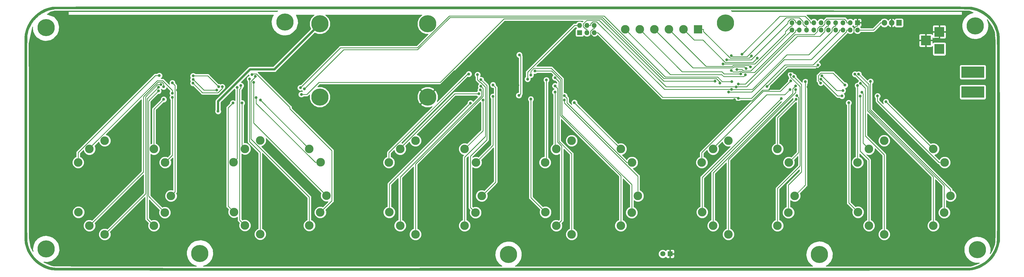
<source format=gbl>
G04 #@! TF.GenerationSoftware,KiCad,Pcbnew,(5.0.2)-1*
G04 #@! TF.CreationDate,2019-11-24T00:24:27-05:00*
G04 #@! TF.ProjectId,reidulator_QFP_V5_FINAL,72656964-756c-4617-946f-725f5146505f,rev?*
G04 #@! TF.SameCoordinates,Original*
G04 #@! TF.FileFunction,Copper,L2,Bot*
G04 #@! TF.FilePolarity,Positive*
%FSLAX46Y46*%
G04 Gerber Fmt 4.6, Leading zero omitted, Abs format (unit mm)*
G04 Created by KiCad (PCBNEW (5.0.2)-1) date 11/24/2019 12:24:27 AM*
%MOMM*%
%LPD*%
G01*
G04 APERTURE LIST*
G04 #@! TA.AperFunction,EtchedComponent*
%ADD10C,0.010000*%
G04 #@! TD*
G04 #@! TA.AperFunction,ComponentPad*
%ADD11C,6.000000*%
G04 #@! TD*
G04 #@! TA.AperFunction,ComponentPad*
%ADD12R,1.700000X1.700000*%
G04 #@! TD*
G04 #@! TA.AperFunction,ComponentPad*
%ADD13O,1.700000X1.700000*%
G04 #@! TD*
G04 #@! TA.AperFunction,ComponentPad*
%ADD14R,1.800000X1.800000*%
G04 #@! TD*
G04 #@! TA.AperFunction,ComponentPad*
%ADD15C,1.800000*%
G04 #@! TD*
G04 #@! TA.AperFunction,ComponentPad*
%ADD16C,3.000000*%
G04 #@! TD*
G04 #@! TA.AperFunction,ComponentPad*
%ADD17R,3.000000X3.000000*%
G04 #@! TD*
G04 #@! TA.AperFunction,ComponentPad*
%ADD18R,3.500000X3.500000*%
G04 #@! TD*
G04 #@! TA.AperFunction,ComponentPad*
%ADD19R,1.727200X1.727200*%
G04 #@! TD*
G04 #@! TA.AperFunction,ComponentPad*
%ADD20O,1.727200X1.727200*%
G04 #@! TD*
G04 #@! TA.AperFunction,ComponentPad*
%ADD21R,1.905000X2.000000*%
G04 #@! TD*
G04 #@! TA.AperFunction,ComponentPad*
%ADD22O,1.905000X2.000000*%
G04 #@! TD*
G04 #@! TA.AperFunction,ComponentPad*
%ADD23R,8.000000X4.000000*%
G04 #@! TD*
G04 #@! TA.AperFunction,ViaPad*
%ADD24C,1.000000*%
G04 #@! TD*
G04 #@! TA.AperFunction,Conductor*
%ADD25C,0.250000*%
G04 #@! TD*
G04 #@! TA.AperFunction,Conductor*
%ADD26C,0.800000*%
G04 #@! TD*
G04 #@! TA.AperFunction,Conductor*
%ADD27C,0.254000*%
G04 #@! TD*
G04 APERTURE END LIST*
D10*
G04 #@! TO.C,GX2*
G36*
X226073493Y-135423784D02*
X232227540Y-135423758D01*
X238216695Y-135423711D01*
X244043179Y-135423642D01*
X249709212Y-135423549D01*
X255217015Y-135423431D01*
X260568809Y-135423285D01*
X265766814Y-135423111D01*
X270813251Y-135422905D01*
X275710341Y-135422666D01*
X280460305Y-135422392D01*
X285065362Y-135422081D01*
X289527735Y-135421733D01*
X293849643Y-135421344D01*
X298033307Y-135420912D01*
X302080947Y-135420437D01*
X305994786Y-135419916D01*
X309777042Y-135419347D01*
X313429937Y-135418729D01*
X316955692Y-135418060D01*
X320356527Y-135417337D01*
X323634663Y-135416560D01*
X326792320Y-135415726D01*
X329831719Y-135414833D01*
X332755082Y-135413879D01*
X335564628Y-135412863D01*
X338262578Y-135411783D01*
X340851153Y-135410638D01*
X343332574Y-135409424D01*
X345709061Y-135408140D01*
X347982835Y-135406785D01*
X350156116Y-135405357D01*
X352231126Y-135403854D01*
X354210085Y-135402273D01*
X356095213Y-135400614D01*
X357888732Y-135398874D01*
X359592861Y-135397052D01*
X361209823Y-135395145D01*
X362741836Y-135393152D01*
X364191123Y-135391071D01*
X365559904Y-135388900D01*
X366850398Y-135386638D01*
X368064828Y-135384282D01*
X369205414Y-135381830D01*
X370274376Y-135379282D01*
X371273935Y-135376634D01*
X372206312Y-135373886D01*
X373073727Y-135371034D01*
X373878401Y-135368079D01*
X374622555Y-135365016D01*
X375308410Y-135361846D01*
X375938186Y-135358566D01*
X376514103Y-135355174D01*
X377038383Y-135351668D01*
X377513246Y-135348046D01*
X377940913Y-135344307D01*
X378323605Y-135340449D01*
X378663541Y-135336470D01*
X378962944Y-135332368D01*
X379224033Y-135328141D01*
X379449029Y-135323787D01*
X379640153Y-135319306D01*
X379799626Y-135314694D01*
X379929668Y-135309949D01*
X380032499Y-135305071D01*
X380110342Y-135300058D01*
X380165416Y-135294906D01*
X380191890Y-135291169D01*
X381546641Y-134969649D01*
X382843760Y-134492820D01*
X384072035Y-133868216D01*
X385220257Y-133103373D01*
X386277212Y-132205828D01*
X387231692Y-131183116D01*
X388072484Y-130042774D01*
X388128232Y-129956491D01*
X388603171Y-129110307D01*
X389030502Y-128140762D01*
X389393175Y-127091047D01*
X389656626Y-126084619D01*
X389847667Y-125222000D01*
X389847667Y-89323334D01*
X389847645Y-86382583D01*
X389847568Y-83606329D01*
X389847414Y-80989732D01*
X389847164Y-78527957D01*
X389846798Y-76216166D01*
X389846294Y-74049522D01*
X389845634Y-72023186D01*
X389844797Y-70132322D01*
X389843762Y-68372092D01*
X389842510Y-66737659D01*
X389841020Y-65224185D01*
X389839272Y-63826834D01*
X389837247Y-62540767D01*
X389834923Y-61361148D01*
X389832281Y-60283138D01*
X389829300Y-59301901D01*
X389825961Y-58412600D01*
X389822243Y-57610396D01*
X389818125Y-56890452D01*
X389813589Y-56247932D01*
X389808613Y-55677997D01*
X389803177Y-55175810D01*
X389797262Y-54736534D01*
X389790847Y-54355332D01*
X389783912Y-54027365D01*
X389776436Y-53747798D01*
X389768400Y-53511791D01*
X389759783Y-53314509D01*
X389750566Y-53151113D01*
X389740727Y-53016767D01*
X389730247Y-52906632D01*
X389719106Y-52815871D01*
X389707284Y-52739648D01*
X389694803Y-52673335D01*
X389331555Y-51269294D01*
X388832131Y-49964279D01*
X388193716Y-48752972D01*
X387413498Y-47630055D01*
X386488663Y-46590208D01*
X386464510Y-46566072D01*
X385396246Y-45616329D01*
X384247537Y-44814798D01*
X383022520Y-44163605D01*
X381725334Y-43664873D01*
X380360115Y-43320726D01*
X380028858Y-43262350D01*
X379984072Y-43257417D01*
X379909907Y-43252616D01*
X379804182Y-43247944D01*
X379664715Y-43243401D01*
X379489326Y-43238985D01*
X379275834Y-43234694D01*
X379022057Y-43230526D01*
X378725814Y-43226481D01*
X378384925Y-43222556D01*
X377997207Y-43218751D01*
X377560481Y-43215062D01*
X377072564Y-43211490D01*
X376531277Y-43208032D01*
X375934437Y-43204686D01*
X375279864Y-43201452D01*
X374565376Y-43198327D01*
X373788792Y-43195310D01*
X372947932Y-43192400D01*
X372040615Y-43189594D01*
X371064658Y-43186891D01*
X370017881Y-43184291D01*
X368898103Y-43181790D01*
X367703144Y-43179388D01*
X366430820Y-43177083D01*
X365078953Y-43174873D01*
X363645360Y-43172757D01*
X362127860Y-43170733D01*
X360524273Y-43168800D01*
X358832417Y-43166956D01*
X357050111Y-43165199D01*
X355175174Y-43163529D01*
X353205425Y-43161943D01*
X351138683Y-43160439D01*
X348972767Y-43159017D01*
X346705495Y-43157675D01*
X344334687Y-43156410D01*
X341858161Y-43155222D01*
X339273737Y-43154109D01*
X336579233Y-43153069D01*
X333772468Y-43152102D01*
X330851261Y-43151204D01*
X327813431Y-43150375D01*
X324656797Y-43149613D01*
X321379177Y-43148916D01*
X317978391Y-43148284D01*
X314452258Y-43147714D01*
X310798597Y-43147204D01*
X307015225Y-43146754D01*
X303099963Y-43146361D01*
X299050629Y-43146025D01*
X294865042Y-43145743D01*
X290541021Y-43145513D01*
X286076385Y-43145335D01*
X281468952Y-43145207D01*
X276716543Y-43145127D01*
X271816974Y-43145094D01*
X266768067Y-43145106D01*
X261567638Y-43145161D01*
X256213508Y-43145258D01*
X250703495Y-43145395D01*
X245035418Y-43145572D01*
X239207097Y-43145785D01*
X233216348Y-43146034D01*
X227060993Y-43146317D01*
X220738850Y-43146632D01*
X219667667Y-43146688D01*
X213202677Y-43147043D01*
X206905018Y-43147426D01*
X200772688Y-43147838D01*
X194803685Y-43148281D01*
X188996007Y-43148755D01*
X183347650Y-43149262D01*
X177856615Y-43149805D01*
X172520897Y-43150383D01*
X167338495Y-43151000D01*
X162307407Y-43151655D01*
X157425630Y-43152352D01*
X152691163Y-43153090D01*
X148102003Y-43153872D01*
X143656147Y-43154699D01*
X139351595Y-43155573D01*
X135186343Y-43156494D01*
X131158389Y-43157465D01*
X127265732Y-43158487D01*
X123506369Y-43159561D01*
X119878297Y-43160689D01*
X116379515Y-43161872D01*
X113008021Y-43163112D01*
X109761812Y-43164411D01*
X106638886Y-43165769D01*
X103637241Y-43167188D01*
X100754875Y-43168669D01*
X97989786Y-43170215D01*
X95339970Y-43171826D01*
X92803427Y-43173505D01*
X90378154Y-43175252D01*
X88062149Y-43177068D01*
X85853410Y-43178956D01*
X83749934Y-43180917D01*
X81749719Y-43182953D01*
X79850763Y-43185064D01*
X78051065Y-43187252D01*
X76348621Y-43189519D01*
X74741429Y-43191866D01*
X73227488Y-43194295D01*
X71804795Y-43196806D01*
X70471348Y-43199403D01*
X69225145Y-43202085D01*
X68064184Y-43204855D01*
X66986462Y-43207714D01*
X65989977Y-43210663D01*
X65072727Y-43213704D01*
X64232711Y-43216839D01*
X63467925Y-43220068D01*
X62776367Y-43223394D01*
X62156036Y-43226817D01*
X61604929Y-43230339D01*
X61121044Y-43233962D01*
X60702379Y-43237688D01*
X60346932Y-43241516D01*
X60052700Y-43245450D01*
X59817681Y-43249490D01*
X59639873Y-43253639D01*
X59517274Y-43257896D01*
X59447882Y-43262265D01*
X59436000Y-43263785D01*
X58039458Y-43583638D01*
X56726304Y-44050802D01*
X55495383Y-44665872D01*
X54345538Y-45429441D01*
X53275616Y-46342104D01*
X53088105Y-46525581D01*
X52146204Y-47575818D01*
X51354014Y-48697935D01*
X50706840Y-49900753D01*
X50199983Y-51193094D01*
X49828747Y-52583779D01*
X49807137Y-52687885D01*
X49794826Y-52754002D01*
X49783205Y-52831290D01*
X49772254Y-52924583D01*
X49761953Y-53038714D01*
X49752283Y-53178517D01*
X49743224Y-53348825D01*
X49734755Y-53554471D01*
X49726858Y-53800289D01*
X49719512Y-54091113D01*
X49712697Y-54431775D01*
X49706394Y-54827110D01*
X49700582Y-55281950D01*
X49695243Y-55801129D01*
X49690355Y-56389480D01*
X49685900Y-57051836D01*
X49681857Y-57793032D01*
X49678207Y-58617901D01*
X49674929Y-59531275D01*
X49672005Y-60537988D01*
X49669413Y-61642874D01*
X49667135Y-62850766D01*
X49665150Y-64166498D01*
X49663439Y-65594902D01*
X49661981Y-67140812D01*
X49660758Y-68809063D01*
X49659749Y-70604486D01*
X49658933Y-72531915D01*
X49658293Y-74596185D01*
X49657807Y-76802128D01*
X49657455Y-79154577D01*
X49657219Y-81658366D01*
X49657078Y-84318329D01*
X49657012Y-87139298D01*
X49657000Y-89281000D01*
X49657000Y-89284830D01*
X50546000Y-89284830D01*
X50546039Y-86345746D01*
X50546168Y-83571183D01*
X50546406Y-80956325D01*
X50546769Y-78496360D01*
X50547278Y-76186473D01*
X50547949Y-74021852D01*
X50548801Y-71997682D01*
X50549851Y-70109150D01*
X50551119Y-68351442D01*
X50552621Y-66719744D01*
X50554377Y-65209243D01*
X50556404Y-63815126D01*
X50558721Y-62532578D01*
X50561345Y-61356786D01*
X50564295Y-60282937D01*
X50567588Y-59306216D01*
X50571244Y-58421810D01*
X50575279Y-57624905D01*
X50579712Y-56910688D01*
X50584562Y-56274345D01*
X50589846Y-55711063D01*
X50595582Y-55216027D01*
X50601789Y-54784424D01*
X50608485Y-54411441D01*
X50615687Y-54092264D01*
X50623415Y-53822079D01*
X50631685Y-53596072D01*
X50640516Y-53409431D01*
X50649927Y-53257340D01*
X50659935Y-53134987D01*
X50670559Y-53037559D01*
X50681816Y-52960240D01*
X50682709Y-52954985D01*
X50991065Y-51651439D01*
X51455823Y-50409671D01*
X52072808Y-49237702D01*
X52837848Y-48143555D01*
X53671401Y-47210021D01*
X54700162Y-46295547D01*
X55810570Y-45528804D01*
X56997325Y-44912331D01*
X58255127Y-44448668D01*
X59578673Y-44140352D01*
X60282667Y-44043169D01*
X60376608Y-44042125D01*
X60637260Y-44041076D01*
X61062002Y-44040021D01*
X61648213Y-44038961D01*
X62393269Y-44037897D01*
X63294549Y-44036831D01*
X64349433Y-44035761D01*
X65555296Y-44034691D01*
X66909519Y-44033619D01*
X68409479Y-44032547D01*
X70052554Y-44031475D01*
X71836122Y-44030405D01*
X73757562Y-44029336D01*
X75814252Y-44028271D01*
X78003570Y-44027209D01*
X80322894Y-44026151D01*
X82769603Y-44025098D01*
X85341074Y-44024051D01*
X88034687Y-44023011D01*
X90847818Y-44021978D01*
X93777846Y-44020952D01*
X96822150Y-44019936D01*
X99978107Y-44018929D01*
X103243096Y-44017932D01*
X106614495Y-44016946D01*
X110089682Y-44015972D01*
X113666036Y-44015010D01*
X117340934Y-44014061D01*
X121111755Y-44013127D01*
X124975877Y-44012207D01*
X128930678Y-44011302D01*
X132973536Y-44010414D01*
X137101830Y-44009543D01*
X141312937Y-44008689D01*
X145604237Y-44007854D01*
X149973106Y-44007037D01*
X154416924Y-44006241D01*
X158933068Y-44005466D01*
X163518917Y-44004711D01*
X168171849Y-44003979D01*
X172889242Y-44003270D01*
X177668474Y-44002585D01*
X182506924Y-44001923D01*
X187401969Y-44001287D01*
X192350988Y-44000677D01*
X197351359Y-44000094D01*
X202400461Y-43999537D01*
X207495671Y-43999009D01*
X212634367Y-43998510D01*
X217813928Y-43998040D01*
X219627554Y-43997884D01*
X226724273Y-43997319D01*
X233652187Y-43996850D01*
X240411825Y-43996475D01*
X247003716Y-43996196D01*
X253428388Y-43996013D01*
X259686370Y-43995925D01*
X265778191Y-43995934D01*
X271704380Y-43996039D01*
X277465464Y-43996240D01*
X283061973Y-43996539D01*
X288494435Y-43996934D01*
X293763380Y-43997427D01*
X298869335Y-43998018D01*
X303812829Y-43998706D01*
X308594392Y-43999492D01*
X313214551Y-44000377D01*
X317673836Y-44001360D01*
X321972775Y-44002442D01*
X326111896Y-44003623D01*
X330091729Y-44004903D01*
X333912801Y-44006283D01*
X337575643Y-44007762D01*
X341080782Y-44009342D01*
X344428747Y-44011022D01*
X347620067Y-44012802D01*
X350655270Y-44014683D01*
X353534885Y-44016665D01*
X356259441Y-44018749D01*
X358829466Y-44020934D01*
X361245489Y-44023220D01*
X363508039Y-44025609D01*
X365617645Y-44028099D01*
X367574834Y-44030693D01*
X369380136Y-44033389D01*
X371034080Y-44036187D01*
X372537193Y-44039089D01*
X373890006Y-44042095D01*
X375093046Y-44045204D01*
X376146842Y-44048417D01*
X377051922Y-44051734D01*
X377808816Y-44055156D01*
X378418052Y-44058682D01*
X378880159Y-44062314D01*
X379195665Y-44066050D01*
X379365100Y-44069892D01*
X379393554Y-44071621D01*
X380732258Y-44316389D01*
X382007774Y-44712585D01*
X383209925Y-45251956D01*
X384328539Y-45926247D01*
X385353442Y-46727204D01*
X386274458Y-47646572D01*
X387081413Y-48676097D01*
X387764134Y-49807525D01*
X388312445Y-51032602D01*
X388449752Y-51418775D01*
X388491178Y-51537477D01*
X388530306Y-51642529D01*
X388567199Y-51738792D01*
X388601924Y-51831125D01*
X388634546Y-51924387D01*
X388665130Y-52023439D01*
X388693741Y-52133141D01*
X388720446Y-52258351D01*
X388745308Y-52403930D01*
X388768394Y-52574737D01*
X388789768Y-52775633D01*
X388809496Y-53011476D01*
X388827644Y-53287127D01*
X388844277Y-53607445D01*
X388859459Y-53977290D01*
X388873257Y-54401522D01*
X388885736Y-54884999D01*
X388896960Y-55432583D01*
X388906996Y-56049133D01*
X388915908Y-56739508D01*
X388923763Y-57508569D01*
X388930624Y-58361174D01*
X388936558Y-59302184D01*
X388941630Y-60336459D01*
X388945906Y-61468857D01*
X388949449Y-62704239D01*
X388952327Y-64047465D01*
X388954604Y-65503393D01*
X388956345Y-67076885D01*
X388957616Y-68772799D01*
X388958483Y-70595996D01*
X388959009Y-72551334D01*
X388959262Y-74643674D01*
X388959306Y-76877876D01*
X388959206Y-79258799D01*
X388959028Y-81791302D01*
X388958836Y-84480247D01*
X388958698Y-87330491D01*
X388958667Y-89281000D01*
X388958737Y-92239287D01*
X388958906Y-95033101D01*
X388959107Y-97667303D01*
X388959273Y-100146754D01*
X388959339Y-102476313D01*
X388959239Y-104660842D01*
X388958906Y-106705202D01*
X388958276Y-108614252D01*
X388957281Y-110392853D01*
X388955856Y-112045867D01*
X388953934Y-113578153D01*
X388951451Y-114994573D01*
X388948339Y-116299986D01*
X388944532Y-117499253D01*
X388939966Y-118597235D01*
X388934573Y-119598793D01*
X388928288Y-120508787D01*
X388921045Y-121332077D01*
X388912777Y-122073525D01*
X388903419Y-122737990D01*
X388892904Y-123330334D01*
X388881168Y-123855417D01*
X388868142Y-124318099D01*
X388853763Y-124723241D01*
X388837963Y-125075704D01*
X388820677Y-125380349D01*
X388801839Y-125642035D01*
X388781382Y-125865624D01*
X388759240Y-126055976D01*
X388735349Y-126217951D01*
X388709641Y-126356411D01*
X388682050Y-126476215D01*
X388652511Y-126582225D01*
X388620958Y-126679300D01*
X388587324Y-126772303D01*
X388551544Y-126866092D01*
X388513552Y-126965529D01*
X388473280Y-127075474D01*
X388444275Y-127159574D01*
X387935290Y-128421953D01*
X387289427Y-129588503D01*
X386513391Y-130653162D01*
X385613886Y-131609866D01*
X384597616Y-132452555D01*
X383471284Y-133175166D01*
X382241595Y-133771638D01*
X380915252Y-134235907D01*
X380492000Y-134350401D01*
X379772333Y-134532244D01*
X220218000Y-134556815D01*
X213901946Y-134557779D01*
X207752998Y-134558700D01*
X201768926Y-134559576D01*
X195947504Y-134560406D01*
X190286504Y-134561188D01*
X184783696Y-134561920D01*
X179436853Y-134562601D01*
X174243747Y-134563230D01*
X169202151Y-134563804D01*
X164309835Y-134564323D01*
X159564572Y-134564785D01*
X154964134Y-134565189D01*
X150506292Y-134565532D01*
X146188820Y-134565814D01*
X142009488Y-134566033D01*
X137966068Y-134566187D01*
X134056334Y-134566274D01*
X130278056Y-134566294D01*
X126629006Y-134566245D01*
X123106957Y-134566126D01*
X119709680Y-134565934D01*
X116434947Y-134565668D01*
X113280531Y-134565327D01*
X110244204Y-134564910D01*
X107323736Y-134564414D01*
X104516900Y-134563838D01*
X101821469Y-134563181D01*
X99235214Y-134562441D01*
X96755907Y-134561617D01*
X94381320Y-134560707D01*
X92109224Y-134559709D01*
X89937393Y-134558623D01*
X87863597Y-134557446D01*
X85885610Y-134556178D01*
X84001202Y-134554815D01*
X82208146Y-134553358D01*
X80504213Y-134551805D01*
X78887176Y-134550154D01*
X77354807Y-134548403D01*
X75904877Y-134546551D01*
X74535159Y-134544596D01*
X73243424Y-134542538D01*
X72027445Y-134540374D01*
X70884993Y-134538103D01*
X69813840Y-134535723D01*
X68811758Y-134533233D01*
X67876520Y-134530632D01*
X67005897Y-134527917D01*
X66197661Y-134525088D01*
X65449584Y-134522143D01*
X64759438Y-134519080D01*
X64124995Y-134515898D01*
X63544027Y-134512595D01*
X63014306Y-134509170D01*
X62533604Y-134505621D01*
X62099693Y-134501947D01*
X61710344Y-134498146D01*
X61363330Y-134494217D01*
X61056423Y-134490158D01*
X60787394Y-134485968D01*
X60554016Y-134481644D01*
X60354060Y-134477187D01*
X60185299Y-134472594D01*
X60045505Y-134467863D01*
X59932448Y-134462994D01*
X59843902Y-134457984D01*
X59777639Y-134452832D01*
X59732333Y-134447667D01*
X58436793Y-134177862D01*
X57196574Y-133753102D01*
X56023807Y-133182166D01*
X54930624Y-132473833D01*
X53929158Y-131636881D01*
X53031540Y-130680089D01*
X52249902Y-129612235D01*
X51686910Y-128626074D01*
X51224786Y-127591906D01*
X50889237Y-126557999D01*
X50675770Y-125570743D01*
X50664999Y-125495245D01*
X50654832Y-125393953D01*
X50645252Y-125262114D01*
X50636240Y-125094975D01*
X50627781Y-124887780D01*
X50619857Y-124635776D01*
X50612452Y-124334208D01*
X50605547Y-123978323D01*
X50599127Y-123563366D01*
X50593175Y-123084584D01*
X50587672Y-122537222D01*
X50582603Y-121916526D01*
X50577951Y-121217741D01*
X50573697Y-120436115D01*
X50569826Y-119566892D01*
X50566320Y-118605319D01*
X50563162Y-117546642D01*
X50560336Y-116386106D01*
X50557823Y-115118957D01*
X50555609Y-113740441D01*
X50553674Y-112245805D01*
X50552003Y-110630293D01*
X50550577Y-108889153D01*
X50549382Y-107017629D01*
X50548398Y-105010967D01*
X50547610Y-102864415D01*
X50546999Y-100573216D01*
X50546551Y-98132618D01*
X50546246Y-95537866D01*
X50546069Y-92784207D01*
X50546002Y-89866885D01*
X50546000Y-89284830D01*
X49657000Y-89284830D01*
X49657021Y-92219972D01*
X49657099Y-94994450D01*
X49657252Y-97609276D01*
X49657503Y-100069289D01*
X49657870Y-102379331D01*
X49658374Y-104544240D01*
X49659036Y-106568859D01*
X49659874Y-108458027D01*
X49660911Y-110216585D01*
X49662165Y-111849372D01*
X49663657Y-113361230D01*
X49665408Y-114756998D01*
X49667437Y-116041517D01*
X49669765Y-117219628D01*
X49672411Y-118296170D01*
X49675397Y-119275985D01*
X49678742Y-120163911D01*
X49682467Y-120964791D01*
X49686591Y-121683464D01*
X49691136Y-122324770D01*
X49696120Y-122893550D01*
X49701565Y-123394644D01*
X49707491Y-123832893D01*
X49713917Y-124213137D01*
X49720864Y-124540216D01*
X49728353Y-124818970D01*
X49736403Y-125054241D01*
X49745034Y-125250868D01*
X49754268Y-125413692D01*
X49764123Y-125547552D01*
X49774621Y-125657291D01*
X49785782Y-125747747D01*
X49797625Y-125823761D01*
X49809864Y-125888666D01*
X50168214Y-127280422D01*
X50658613Y-128570272D01*
X51286911Y-129769212D01*
X52058958Y-130888241D01*
X52980602Y-131938356D01*
X53082187Y-132040967D01*
X54141877Y-132984684D01*
X55283565Y-133781009D01*
X56502886Y-134427666D01*
X57795476Y-134922380D01*
X59156974Y-135262874D01*
X59312777Y-135291169D01*
X59353049Y-135296419D01*
X59414515Y-135301530D01*
X59499395Y-135306504D01*
X59609911Y-135311343D01*
X59748282Y-135316048D01*
X59916730Y-135320622D01*
X60117475Y-135325067D01*
X60352738Y-135329383D01*
X60624740Y-135333573D01*
X60935701Y-135337640D01*
X61287842Y-135341583D01*
X61683383Y-135345407D01*
X62124546Y-135349111D01*
X62613551Y-135352699D01*
X63152618Y-135356172D01*
X63743968Y-135359531D01*
X64389823Y-135362779D01*
X65092402Y-135365918D01*
X65853927Y-135368949D01*
X66676617Y-135371874D01*
X67562694Y-135374695D01*
X68514379Y-135377414D01*
X69533891Y-135380033D01*
X70623453Y-135382553D01*
X71785283Y-135384977D01*
X73021604Y-135387305D01*
X74334635Y-135389541D01*
X75726598Y-135391685D01*
X77199713Y-135393741D01*
X78756201Y-135395708D01*
X80398282Y-135397590D01*
X82128177Y-135399389D01*
X83948107Y-135401105D01*
X85860293Y-135402741D01*
X87866954Y-135404299D01*
X89970313Y-135405780D01*
X92172588Y-135407187D01*
X94476002Y-135408521D01*
X96882775Y-135409784D01*
X99395128Y-135410978D01*
X102015280Y-135412104D01*
X104745454Y-135413165D01*
X107587869Y-135414163D01*
X110544746Y-135415098D01*
X113618306Y-135415974D01*
X116810770Y-135416792D01*
X120124358Y-135417553D01*
X123561291Y-135418260D01*
X127123789Y-135418914D01*
X130814074Y-135419518D01*
X134634365Y-135420072D01*
X138586885Y-135420580D01*
X142673852Y-135421042D01*
X146897489Y-135421461D01*
X151260015Y-135421838D01*
X155763651Y-135422176D01*
X160410619Y-135422475D01*
X165203138Y-135422739D01*
X170143430Y-135422968D01*
X175233714Y-135423165D01*
X180476213Y-135423331D01*
X185873145Y-135423468D01*
X191426733Y-135423579D01*
X197139196Y-135423664D01*
X203012756Y-135423726D01*
X209049633Y-135423767D01*
X215252048Y-135423789D01*
X219752333Y-135423793D01*
X226073493Y-135423784D01*
X226073493Y-135423784D01*
G37*
X226073493Y-135423784D02*
X232227540Y-135423758D01*
X238216695Y-135423711D01*
X244043179Y-135423642D01*
X249709212Y-135423549D01*
X255217015Y-135423431D01*
X260568809Y-135423285D01*
X265766814Y-135423111D01*
X270813251Y-135422905D01*
X275710341Y-135422666D01*
X280460305Y-135422392D01*
X285065362Y-135422081D01*
X289527735Y-135421733D01*
X293849643Y-135421344D01*
X298033307Y-135420912D01*
X302080947Y-135420437D01*
X305994786Y-135419916D01*
X309777042Y-135419347D01*
X313429937Y-135418729D01*
X316955692Y-135418060D01*
X320356527Y-135417337D01*
X323634663Y-135416560D01*
X326792320Y-135415726D01*
X329831719Y-135414833D01*
X332755082Y-135413879D01*
X335564628Y-135412863D01*
X338262578Y-135411783D01*
X340851153Y-135410638D01*
X343332574Y-135409424D01*
X345709061Y-135408140D01*
X347982835Y-135406785D01*
X350156116Y-135405357D01*
X352231126Y-135403854D01*
X354210085Y-135402273D01*
X356095213Y-135400614D01*
X357888732Y-135398874D01*
X359592861Y-135397052D01*
X361209823Y-135395145D01*
X362741836Y-135393152D01*
X364191123Y-135391071D01*
X365559904Y-135388900D01*
X366850398Y-135386638D01*
X368064828Y-135384282D01*
X369205414Y-135381830D01*
X370274376Y-135379282D01*
X371273935Y-135376634D01*
X372206312Y-135373886D01*
X373073727Y-135371034D01*
X373878401Y-135368079D01*
X374622555Y-135365016D01*
X375308410Y-135361846D01*
X375938186Y-135358566D01*
X376514103Y-135355174D01*
X377038383Y-135351668D01*
X377513246Y-135348046D01*
X377940913Y-135344307D01*
X378323605Y-135340449D01*
X378663541Y-135336470D01*
X378962944Y-135332368D01*
X379224033Y-135328141D01*
X379449029Y-135323787D01*
X379640153Y-135319306D01*
X379799626Y-135314694D01*
X379929668Y-135309949D01*
X380032499Y-135305071D01*
X380110342Y-135300058D01*
X380165416Y-135294906D01*
X380191890Y-135291169D01*
X381546641Y-134969649D01*
X382843760Y-134492820D01*
X384072035Y-133868216D01*
X385220257Y-133103373D01*
X386277212Y-132205828D01*
X387231692Y-131183116D01*
X388072484Y-130042774D01*
X388128232Y-129956491D01*
X388603171Y-129110307D01*
X389030502Y-128140762D01*
X389393175Y-127091047D01*
X389656626Y-126084619D01*
X389847667Y-125222000D01*
X389847667Y-89323334D01*
X389847645Y-86382583D01*
X389847568Y-83606329D01*
X389847414Y-80989732D01*
X389847164Y-78527957D01*
X389846798Y-76216166D01*
X389846294Y-74049522D01*
X389845634Y-72023186D01*
X389844797Y-70132322D01*
X389843762Y-68372092D01*
X389842510Y-66737659D01*
X389841020Y-65224185D01*
X389839272Y-63826834D01*
X389837247Y-62540767D01*
X389834923Y-61361148D01*
X389832281Y-60283138D01*
X389829300Y-59301901D01*
X389825961Y-58412600D01*
X389822243Y-57610396D01*
X389818125Y-56890452D01*
X389813589Y-56247932D01*
X389808613Y-55677997D01*
X389803177Y-55175810D01*
X389797262Y-54736534D01*
X389790847Y-54355332D01*
X389783912Y-54027365D01*
X389776436Y-53747798D01*
X389768400Y-53511791D01*
X389759783Y-53314509D01*
X389750566Y-53151113D01*
X389740727Y-53016767D01*
X389730247Y-52906632D01*
X389719106Y-52815871D01*
X389707284Y-52739648D01*
X389694803Y-52673335D01*
X389331555Y-51269294D01*
X388832131Y-49964279D01*
X388193716Y-48752972D01*
X387413498Y-47630055D01*
X386488663Y-46590208D01*
X386464510Y-46566072D01*
X385396246Y-45616329D01*
X384247537Y-44814798D01*
X383022520Y-44163605D01*
X381725334Y-43664873D01*
X380360115Y-43320726D01*
X380028858Y-43262350D01*
X379984072Y-43257417D01*
X379909907Y-43252616D01*
X379804182Y-43247944D01*
X379664715Y-43243401D01*
X379489326Y-43238985D01*
X379275834Y-43234694D01*
X379022057Y-43230526D01*
X378725814Y-43226481D01*
X378384925Y-43222556D01*
X377997207Y-43218751D01*
X377560481Y-43215062D01*
X377072564Y-43211490D01*
X376531277Y-43208032D01*
X375934437Y-43204686D01*
X375279864Y-43201452D01*
X374565376Y-43198327D01*
X373788792Y-43195310D01*
X372947932Y-43192400D01*
X372040615Y-43189594D01*
X371064658Y-43186891D01*
X370017881Y-43184291D01*
X368898103Y-43181790D01*
X367703144Y-43179388D01*
X366430820Y-43177083D01*
X365078953Y-43174873D01*
X363645360Y-43172757D01*
X362127860Y-43170733D01*
X360524273Y-43168800D01*
X358832417Y-43166956D01*
X357050111Y-43165199D01*
X355175174Y-43163529D01*
X353205425Y-43161943D01*
X351138683Y-43160439D01*
X348972767Y-43159017D01*
X346705495Y-43157675D01*
X344334687Y-43156410D01*
X341858161Y-43155222D01*
X339273737Y-43154109D01*
X336579233Y-43153069D01*
X333772468Y-43152102D01*
X330851261Y-43151204D01*
X327813431Y-43150375D01*
X324656797Y-43149613D01*
X321379177Y-43148916D01*
X317978391Y-43148284D01*
X314452258Y-43147714D01*
X310798597Y-43147204D01*
X307015225Y-43146754D01*
X303099963Y-43146361D01*
X299050629Y-43146025D01*
X294865042Y-43145743D01*
X290541021Y-43145513D01*
X286076385Y-43145335D01*
X281468952Y-43145207D01*
X276716543Y-43145127D01*
X271816974Y-43145094D01*
X266768067Y-43145106D01*
X261567638Y-43145161D01*
X256213508Y-43145258D01*
X250703495Y-43145395D01*
X245035418Y-43145572D01*
X239207097Y-43145785D01*
X233216348Y-43146034D01*
X227060993Y-43146317D01*
X220738850Y-43146632D01*
X219667667Y-43146688D01*
X213202677Y-43147043D01*
X206905018Y-43147426D01*
X200772688Y-43147838D01*
X194803685Y-43148281D01*
X188996007Y-43148755D01*
X183347650Y-43149262D01*
X177856615Y-43149805D01*
X172520897Y-43150383D01*
X167338495Y-43151000D01*
X162307407Y-43151655D01*
X157425630Y-43152352D01*
X152691163Y-43153090D01*
X148102003Y-43153872D01*
X143656147Y-43154699D01*
X139351595Y-43155573D01*
X135186343Y-43156494D01*
X131158389Y-43157465D01*
X127265732Y-43158487D01*
X123506369Y-43159561D01*
X119878297Y-43160689D01*
X116379515Y-43161872D01*
X113008021Y-43163112D01*
X109761812Y-43164411D01*
X106638886Y-43165769D01*
X103637241Y-43167188D01*
X100754875Y-43168669D01*
X97989786Y-43170215D01*
X95339970Y-43171826D01*
X92803427Y-43173505D01*
X90378154Y-43175252D01*
X88062149Y-43177068D01*
X85853410Y-43178956D01*
X83749934Y-43180917D01*
X81749719Y-43182953D01*
X79850763Y-43185064D01*
X78051065Y-43187252D01*
X76348621Y-43189519D01*
X74741429Y-43191866D01*
X73227488Y-43194295D01*
X71804795Y-43196806D01*
X70471348Y-43199403D01*
X69225145Y-43202085D01*
X68064184Y-43204855D01*
X66986462Y-43207714D01*
X65989977Y-43210663D01*
X65072727Y-43213704D01*
X64232711Y-43216839D01*
X63467925Y-43220068D01*
X62776367Y-43223394D01*
X62156036Y-43226817D01*
X61604929Y-43230339D01*
X61121044Y-43233962D01*
X60702379Y-43237688D01*
X60346932Y-43241516D01*
X60052700Y-43245450D01*
X59817681Y-43249490D01*
X59639873Y-43253639D01*
X59517274Y-43257896D01*
X59447882Y-43262265D01*
X59436000Y-43263785D01*
X58039458Y-43583638D01*
X56726304Y-44050802D01*
X55495383Y-44665872D01*
X54345538Y-45429441D01*
X53275616Y-46342104D01*
X53088105Y-46525581D01*
X52146204Y-47575818D01*
X51354014Y-48697935D01*
X50706840Y-49900753D01*
X50199983Y-51193094D01*
X49828747Y-52583779D01*
X49807137Y-52687885D01*
X49794826Y-52754002D01*
X49783205Y-52831290D01*
X49772254Y-52924583D01*
X49761953Y-53038714D01*
X49752283Y-53178517D01*
X49743224Y-53348825D01*
X49734755Y-53554471D01*
X49726858Y-53800289D01*
X49719512Y-54091113D01*
X49712697Y-54431775D01*
X49706394Y-54827110D01*
X49700582Y-55281950D01*
X49695243Y-55801129D01*
X49690355Y-56389480D01*
X49685900Y-57051836D01*
X49681857Y-57793032D01*
X49678207Y-58617901D01*
X49674929Y-59531275D01*
X49672005Y-60537988D01*
X49669413Y-61642874D01*
X49667135Y-62850766D01*
X49665150Y-64166498D01*
X49663439Y-65594902D01*
X49661981Y-67140812D01*
X49660758Y-68809063D01*
X49659749Y-70604486D01*
X49658933Y-72531915D01*
X49658293Y-74596185D01*
X49657807Y-76802128D01*
X49657455Y-79154577D01*
X49657219Y-81658366D01*
X49657078Y-84318329D01*
X49657012Y-87139298D01*
X49657000Y-89281000D01*
X49657000Y-89284830D01*
X50546000Y-89284830D01*
X50546039Y-86345746D01*
X50546168Y-83571183D01*
X50546406Y-80956325D01*
X50546769Y-78496360D01*
X50547278Y-76186473D01*
X50547949Y-74021852D01*
X50548801Y-71997682D01*
X50549851Y-70109150D01*
X50551119Y-68351442D01*
X50552621Y-66719744D01*
X50554377Y-65209243D01*
X50556404Y-63815126D01*
X50558721Y-62532578D01*
X50561345Y-61356786D01*
X50564295Y-60282937D01*
X50567588Y-59306216D01*
X50571244Y-58421810D01*
X50575279Y-57624905D01*
X50579712Y-56910688D01*
X50584562Y-56274345D01*
X50589846Y-55711063D01*
X50595582Y-55216027D01*
X50601789Y-54784424D01*
X50608485Y-54411441D01*
X50615687Y-54092264D01*
X50623415Y-53822079D01*
X50631685Y-53596072D01*
X50640516Y-53409431D01*
X50649927Y-53257340D01*
X50659935Y-53134987D01*
X50670559Y-53037559D01*
X50681816Y-52960240D01*
X50682709Y-52954985D01*
X50991065Y-51651439D01*
X51455823Y-50409671D01*
X52072808Y-49237702D01*
X52837848Y-48143555D01*
X53671401Y-47210021D01*
X54700162Y-46295547D01*
X55810570Y-45528804D01*
X56997325Y-44912331D01*
X58255127Y-44448668D01*
X59578673Y-44140352D01*
X60282667Y-44043169D01*
X60376608Y-44042125D01*
X60637260Y-44041076D01*
X61062002Y-44040021D01*
X61648213Y-44038961D01*
X62393269Y-44037897D01*
X63294549Y-44036831D01*
X64349433Y-44035761D01*
X65555296Y-44034691D01*
X66909519Y-44033619D01*
X68409479Y-44032547D01*
X70052554Y-44031475D01*
X71836122Y-44030405D01*
X73757562Y-44029336D01*
X75814252Y-44028271D01*
X78003570Y-44027209D01*
X80322894Y-44026151D01*
X82769603Y-44025098D01*
X85341074Y-44024051D01*
X88034687Y-44023011D01*
X90847818Y-44021978D01*
X93777846Y-44020952D01*
X96822150Y-44019936D01*
X99978107Y-44018929D01*
X103243096Y-44017932D01*
X106614495Y-44016946D01*
X110089682Y-44015972D01*
X113666036Y-44015010D01*
X117340934Y-44014061D01*
X121111755Y-44013127D01*
X124975877Y-44012207D01*
X128930678Y-44011302D01*
X132973536Y-44010414D01*
X137101830Y-44009543D01*
X141312937Y-44008689D01*
X145604237Y-44007854D01*
X149973106Y-44007037D01*
X154416924Y-44006241D01*
X158933068Y-44005466D01*
X163518917Y-44004711D01*
X168171849Y-44003979D01*
X172889242Y-44003270D01*
X177668474Y-44002585D01*
X182506924Y-44001923D01*
X187401969Y-44001287D01*
X192350988Y-44000677D01*
X197351359Y-44000094D01*
X202400461Y-43999537D01*
X207495671Y-43999009D01*
X212634367Y-43998510D01*
X217813928Y-43998040D01*
X219627554Y-43997884D01*
X226724273Y-43997319D01*
X233652187Y-43996850D01*
X240411825Y-43996475D01*
X247003716Y-43996196D01*
X253428388Y-43996013D01*
X259686370Y-43995925D01*
X265778191Y-43995934D01*
X271704380Y-43996039D01*
X277465464Y-43996240D01*
X283061973Y-43996539D01*
X288494435Y-43996934D01*
X293763380Y-43997427D01*
X298869335Y-43998018D01*
X303812829Y-43998706D01*
X308594392Y-43999492D01*
X313214551Y-44000377D01*
X317673836Y-44001360D01*
X321972775Y-44002442D01*
X326111896Y-44003623D01*
X330091729Y-44004903D01*
X333912801Y-44006283D01*
X337575643Y-44007762D01*
X341080782Y-44009342D01*
X344428747Y-44011022D01*
X347620067Y-44012802D01*
X350655270Y-44014683D01*
X353534885Y-44016665D01*
X356259441Y-44018749D01*
X358829466Y-44020934D01*
X361245489Y-44023220D01*
X363508039Y-44025609D01*
X365617645Y-44028099D01*
X367574834Y-44030693D01*
X369380136Y-44033389D01*
X371034080Y-44036187D01*
X372537193Y-44039089D01*
X373890006Y-44042095D01*
X375093046Y-44045204D01*
X376146842Y-44048417D01*
X377051922Y-44051734D01*
X377808816Y-44055156D01*
X378418052Y-44058682D01*
X378880159Y-44062314D01*
X379195665Y-44066050D01*
X379365100Y-44069892D01*
X379393554Y-44071621D01*
X380732258Y-44316389D01*
X382007774Y-44712585D01*
X383209925Y-45251956D01*
X384328539Y-45926247D01*
X385353442Y-46727204D01*
X386274458Y-47646572D01*
X387081413Y-48676097D01*
X387764134Y-49807525D01*
X388312445Y-51032602D01*
X388449752Y-51418775D01*
X388491178Y-51537477D01*
X388530306Y-51642529D01*
X388567199Y-51738792D01*
X388601924Y-51831125D01*
X388634546Y-51924387D01*
X388665130Y-52023439D01*
X388693741Y-52133141D01*
X388720446Y-52258351D01*
X388745308Y-52403930D01*
X388768394Y-52574737D01*
X388789768Y-52775633D01*
X388809496Y-53011476D01*
X388827644Y-53287127D01*
X388844277Y-53607445D01*
X388859459Y-53977290D01*
X388873257Y-54401522D01*
X388885736Y-54884999D01*
X388896960Y-55432583D01*
X388906996Y-56049133D01*
X388915908Y-56739508D01*
X388923763Y-57508569D01*
X388930624Y-58361174D01*
X388936558Y-59302184D01*
X388941630Y-60336459D01*
X388945906Y-61468857D01*
X388949449Y-62704239D01*
X388952327Y-64047465D01*
X388954604Y-65503393D01*
X388956345Y-67076885D01*
X388957616Y-68772799D01*
X388958483Y-70595996D01*
X388959009Y-72551334D01*
X388959262Y-74643674D01*
X388959306Y-76877876D01*
X388959206Y-79258799D01*
X388959028Y-81791302D01*
X388958836Y-84480247D01*
X388958698Y-87330491D01*
X388958667Y-89281000D01*
X388958737Y-92239287D01*
X388958906Y-95033101D01*
X388959107Y-97667303D01*
X388959273Y-100146754D01*
X388959339Y-102476313D01*
X388959239Y-104660842D01*
X388958906Y-106705202D01*
X388958276Y-108614252D01*
X388957281Y-110392853D01*
X388955856Y-112045867D01*
X388953934Y-113578153D01*
X388951451Y-114994573D01*
X388948339Y-116299986D01*
X388944532Y-117499253D01*
X388939966Y-118597235D01*
X388934573Y-119598793D01*
X388928288Y-120508787D01*
X388921045Y-121332077D01*
X388912777Y-122073525D01*
X388903419Y-122737990D01*
X388892904Y-123330334D01*
X388881168Y-123855417D01*
X388868142Y-124318099D01*
X388853763Y-124723241D01*
X388837963Y-125075704D01*
X388820677Y-125380349D01*
X388801839Y-125642035D01*
X388781382Y-125865624D01*
X388759240Y-126055976D01*
X388735349Y-126217951D01*
X388709641Y-126356411D01*
X388682050Y-126476215D01*
X388652511Y-126582225D01*
X388620958Y-126679300D01*
X388587324Y-126772303D01*
X388551544Y-126866092D01*
X388513552Y-126965529D01*
X388473280Y-127075474D01*
X388444275Y-127159574D01*
X387935290Y-128421953D01*
X387289427Y-129588503D01*
X386513391Y-130653162D01*
X385613886Y-131609866D01*
X384597616Y-132452555D01*
X383471284Y-133175166D01*
X382241595Y-133771638D01*
X380915252Y-134235907D01*
X380492000Y-134350401D01*
X379772333Y-134532244D01*
X220218000Y-134556815D01*
X213901946Y-134557779D01*
X207752998Y-134558700D01*
X201768926Y-134559576D01*
X195947504Y-134560406D01*
X190286504Y-134561188D01*
X184783696Y-134561920D01*
X179436853Y-134562601D01*
X174243747Y-134563230D01*
X169202151Y-134563804D01*
X164309835Y-134564323D01*
X159564572Y-134564785D01*
X154964134Y-134565189D01*
X150506292Y-134565532D01*
X146188820Y-134565814D01*
X142009488Y-134566033D01*
X137966068Y-134566187D01*
X134056334Y-134566274D01*
X130278056Y-134566294D01*
X126629006Y-134566245D01*
X123106957Y-134566126D01*
X119709680Y-134565934D01*
X116434947Y-134565668D01*
X113280531Y-134565327D01*
X110244204Y-134564910D01*
X107323736Y-134564414D01*
X104516900Y-134563838D01*
X101821469Y-134563181D01*
X99235214Y-134562441D01*
X96755907Y-134561617D01*
X94381320Y-134560707D01*
X92109224Y-134559709D01*
X89937393Y-134558623D01*
X87863597Y-134557446D01*
X85885610Y-134556178D01*
X84001202Y-134554815D01*
X82208146Y-134553358D01*
X80504213Y-134551805D01*
X78887176Y-134550154D01*
X77354807Y-134548403D01*
X75904877Y-134546551D01*
X74535159Y-134544596D01*
X73243424Y-134542538D01*
X72027445Y-134540374D01*
X70884993Y-134538103D01*
X69813840Y-134535723D01*
X68811758Y-134533233D01*
X67876520Y-134530632D01*
X67005897Y-134527917D01*
X66197661Y-134525088D01*
X65449584Y-134522143D01*
X64759438Y-134519080D01*
X64124995Y-134515898D01*
X63544027Y-134512595D01*
X63014306Y-134509170D01*
X62533604Y-134505621D01*
X62099693Y-134501947D01*
X61710344Y-134498146D01*
X61363330Y-134494217D01*
X61056423Y-134490158D01*
X60787394Y-134485968D01*
X60554016Y-134481644D01*
X60354060Y-134477187D01*
X60185299Y-134472594D01*
X60045505Y-134467863D01*
X59932448Y-134462994D01*
X59843902Y-134457984D01*
X59777639Y-134452832D01*
X59732333Y-134447667D01*
X58436793Y-134177862D01*
X57196574Y-133753102D01*
X56023807Y-133182166D01*
X54930624Y-132473833D01*
X53929158Y-131636881D01*
X53031540Y-130680089D01*
X52249902Y-129612235D01*
X51686910Y-128626074D01*
X51224786Y-127591906D01*
X50889237Y-126557999D01*
X50675770Y-125570743D01*
X50664999Y-125495245D01*
X50654832Y-125393953D01*
X50645252Y-125262114D01*
X50636240Y-125094975D01*
X50627781Y-124887780D01*
X50619857Y-124635776D01*
X50612452Y-124334208D01*
X50605547Y-123978323D01*
X50599127Y-123563366D01*
X50593175Y-123084584D01*
X50587672Y-122537222D01*
X50582603Y-121916526D01*
X50577951Y-121217741D01*
X50573697Y-120436115D01*
X50569826Y-119566892D01*
X50566320Y-118605319D01*
X50563162Y-117546642D01*
X50560336Y-116386106D01*
X50557823Y-115118957D01*
X50555609Y-113740441D01*
X50553674Y-112245805D01*
X50552003Y-110630293D01*
X50550577Y-108889153D01*
X50549382Y-107017629D01*
X50548398Y-105010967D01*
X50547610Y-102864415D01*
X50546999Y-100573216D01*
X50546551Y-98132618D01*
X50546246Y-95537866D01*
X50546069Y-92784207D01*
X50546002Y-89866885D01*
X50546000Y-89284830D01*
X49657000Y-89284830D01*
X49657021Y-92219972D01*
X49657099Y-94994450D01*
X49657252Y-97609276D01*
X49657503Y-100069289D01*
X49657870Y-102379331D01*
X49658374Y-104544240D01*
X49659036Y-106568859D01*
X49659874Y-108458027D01*
X49660911Y-110216585D01*
X49662165Y-111849372D01*
X49663657Y-113361230D01*
X49665408Y-114756998D01*
X49667437Y-116041517D01*
X49669765Y-117219628D01*
X49672411Y-118296170D01*
X49675397Y-119275985D01*
X49678742Y-120163911D01*
X49682467Y-120964791D01*
X49686591Y-121683464D01*
X49691136Y-122324770D01*
X49696120Y-122893550D01*
X49701565Y-123394644D01*
X49707491Y-123832893D01*
X49713917Y-124213137D01*
X49720864Y-124540216D01*
X49728353Y-124818970D01*
X49736403Y-125054241D01*
X49745034Y-125250868D01*
X49754268Y-125413692D01*
X49764123Y-125547552D01*
X49774621Y-125657291D01*
X49785782Y-125747747D01*
X49797625Y-125823761D01*
X49809864Y-125888666D01*
X50168214Y-127280422D01*
X50658613Y-128570272D01*
X51286911Y-129769212D01*
X52058958Y-130888241D01*
X52980602Y-131938356D01*
X53082187Y-132040967D01*
X54141877Y-132984684D01*
X55283565Y-133781009D01*
X56502886Y-134427666D01*
X57795476Y-134922380D01*
X59156974Y-135262874D01*
X59312777Y-135291169D01*
X59353049Y-135296419D01*
X59414515Y-135301530D01*
X59499395Y-135306504D01*
X59609911Y-135311343D01*
X59748282Y-135316048D01*
X59916730Y-135320622D01*
X60117475Y-135325067D01*
X60352738Y-135329383D01*
X60624740Y-135333573D01*
X60935701Y-135337640D01*
X61287842Y-135341583D01*
X61683383Y-135345407D01*
X62124546Y-135349111D01*
X62613551Y-135352699D01*
X63152618Y-135356172D01*
X63743968Y-135359531D01*
X64389823Y-135362779D01*
X65092402Y-135365918D01*
X65853927Y-135368949D01*
X66676617Y-135371874D01*
X67562694Y-135374695D01*
X68514379Y-135377414D01*
X69533891Y-135380033D01*
X70623453Y-135382553D01*
X71785283Y-135384977D01*
X73021604Y-135387305D01*
X74334635Y-135389541D01*
X75726598Y-135391685D01*
X77199713Y-135393741D01*
X78756201Y-135395708D01*
X80398282Y-135397590D01*
X82128177Y-135399389D01*
X83948107Y-135401105D01*
X85860293Y-135402741D01*
X87866954Y-135404299D01*
X89970313Y-135405780D01*
X92172588Y-135407187D01*
X94476002Y-135408521D01*
X96882775Y-135409784D01*
X99395128Y-135410978D01*
X102015280Y-135412104D01*
X104745454Y-135413165D01*
X107587869Y-135414163D01*
X110544746Y-135415098D01*
X113618306Y-135415974D01*
X116810770Y-135416792D01*
X120124358Y-135417553D01*
X123561291Y-135418260D01*
X127123789Y-135418914D01*
X130814074Y-135419518D01*
X134634365Y-135420072D01*
X138586885Y-135420580D01*
X142673852Y-135421042D01*
X146897489Y-135421461D01*
X151260015Y-135421838D01*
X155763651Y-135422176D01*
X160410619Y-135422475D01*
X165203138Y-135422739D01*
X170143430Y-135422968D01*
X175233714Y-135423165D01*
X180476213Y-135423331D01*
X185873145Y-135423468D01*
X191426733Y-135423579D01*
X197139196Y-135423664D01*
X203012756Y-135423726D01*
X209049633Y-135423767D01*
X215252048Y-135423789D01*
X219752333Y-135423793D01*
X226073493Y-135423784D01*
G04 #@! TD*
D11*
G04 #@! TO.P,MH9,*
G04 #@! TO.N,*
X140513000Y-48564800D03*
G04 #@! TD*
G04 #@! TO.P,MH8,*
G04 #@! TO.N,*
X57213500Y-50495200D03*
G04 #@! TD*
G04 #@! TO.P,MH7,*
G04 #@! TO.N,*
X57213500Y-127889000D03*
G04 #@! TD*
G04 #@! TO.P,MH6,*
G04 #@! TO.N,*
X110846000Y-129489000D03*
G04 #@! TD*
G04 #@! TO.P,MH5,*
G04 #@! TO.N,*
X218504000Y-129858000D03*
G04 #@! TD*
G04 #@! TO.P,MH4,*
G04 #@! TO.N,*
X327000000Y-129858000D03*
G04 #@! TD*
G04 #@! TO.P,MH3,*
G04 #@! TO.N,*
X382080000Y-128206000D03*
G04 #@! TD*
G04 #@! TO.P,MH2,*
G04 #@! TO.N,*
X381330000Y-49936400D03*
G04 #@! TD*
G04 #@! TO.P,MH1,*
G04 #@! TO.N,*
X294196000Y-48882300D03*
G04 #@! TD*
D12*
G04 #@! TO.P,J4,1*
G04 #@! TO.N,GND*
X340258000Y-48818800D03*
D13*
G04 #@! TO.P,J4,2*
G04 #@! TO.N,+5V*
X340258000Y-51358800D03*
G04 #@! TO.P,J4,3*
G04 #@! TO.N,/DC*
X337718000Y-48818800D03*
G04 #@! TO.P,J4,4*
G04 #@! TO.N,/RST*
X337718000Y-51358800D03*
G04 #@! TO.P,J4,5*
G04 #@! TO.N,Net-(J4-Pad5)*
X335178000Y-48818800D03*
G04 #@! TO.P,J4,6*
G04 #@! TO.N,/CS*
X335178000Y-51358800D03*
G04 #@! TO.P,J4,7*
G04 #@! TO.N,/MOSI*
X332638000Y-48818800D03*
G04 #@! TO.P,J4,8*
G04 #@! TO.N,Net-(J4-Pad8)*
X332638000Y-51358800D03*
G04 #@! TO.P,J4,9*
G04 #@! TO.N,/SCK*
X330098000Y-48818800D03*
G04 #@! TO.P,J4,10*
G04 #@! TO.N,Net-(J4-Pad10)*
X330098000Y-51358800D03*
G04 #@! TO.P,J4,11*
G04 #@! TO.N,/10M*
X327558000Y-48818800D03*
G04 #@! TO.P,J4,12*
G04 #@! TO.N,/9M*
X327558000Y-51358800D03*
G04 #@! TO.P,J4,13*
G04 #@! TO.N,/8M*
X325018000Y-48818800D03*
G04 #@! TO.P,J4,14*
G04 #@! TO.N,/7M*
X325018000Y-51358800D03*
G04 #@! TO.P,J4,15*
G04 #@! TO.N,/6M*
X322478000Y-48818800D03*
G04 #@! TO.P,J4,16*
G04 #@! TO.N,/5M*
X322478000Y-51358800D03*
G04 #@! TO.P,J4,17*
G04 #@! TO.N,/4M*
X319938000Y-48818800D03*
G04 #@! TO.P,J4,18*
G04 #@! TO.N,/3M*
X319938000Y-51358800D03*
G04 #@! TO.P,J4,19*
G04 #@! TO.N,/2M*
X317398000Y-48818800D03*
G04 #@! TO.P,J4,20*
G04 #@! TO.N,/1M*
X317398000Y-51358800D03*
G04 #@! TD*
D14*
G04 #@! TO.P,NE1,1*
G04 #@! TO.N,GND*
X274879000Y-129642000D03*
D15*
G04 #@! TO.P,NE1,2*
G04 #@! TO.N,Net-(NE1-Pad2)*
X272339000Y-129642000D03*
G04 #@! TD*
D16*
G04 #@! TO.P,J6,2*
G04 #@! TO.N,/5EIO*
X279552000Y-51155600D03*
G04 #@! TO.P,J6,3*
G04 #@! TO.N,/4EIO*
X274472000Y-51155600D03*
D17*
G04 #@! TO.P,J6,1*
G04 #@! TO.N,/6EIO*
X284632000Y-51155600D03*
D16*
G04 #@! TO.P,J6,4*
G04 #@! TO.N,/3EIO*
X269392000Y-51155600D03*
G04 #@! TO.P,J6,5*
G04 #@! TO.N,/2EIO*
X264312000Y-51155600D03*
G04 #@! TO.P,J6,6*
G04 #@! TO.N,/1EIO*
X259232000Y-51155600D03*
G04 #@! TD*
G04 #@! TO.P,U8,3*
G04 #@! TO.N,/3A*
X94818200Y-92976000D03*
G04 #@! TO.P,U8,7*
G04 #@! TO.N,/7A*
X98755200Y-97675000D03*
G04 #@! TO.P,U8,5*
G04 #@! TO.N,/5A*
X100787200Y-109359000D03*
G04 #@! TO.P,U8,9*
G04 #@! TO.N,/9A*
X98628200Y-115201000D03*
G04 #@! TO.P,U8,8*
G04 #@! TO.N,/8A*
X94818200Y-119773000D03*
G04 #@! TO.P,U8,2*
G04 #@! TO.N,/2A*
X68529200Y-115074000D03*
G04 #@! TO.P,U8,4*
G04 #@! TO.N,/4A*
X72339200Y-119773000D03*
G04 #@! TO.P,U8,1*
G04 #@! TO.N,/1A*
X77673200Y-122821000D03*
G04 #@! TO.P,U8,A*
G04 #@! TO.N,Net-(R1-Pad2)*
X77673200Y-90055000D03*
G04 #@! TO.P,U8,6*
G04 #@! TO.N,/6A*
X72339200Y-92976000D03*
G04 #@! TO.P,U8,0*
G04 #@! TO.N,/0A*
X68402200Y-97675000D03*
G04 #@! TD*
D18*
G04 #@! TO.P,J1,1*
G04 #@! TO.N,Net-(J1-Pad1)*
X368808000Y-58013600D03*
G04 #@! TO.P,J1,2*
G04 #@! TO.N,GND*
X368808000Y-52013600D03*
G04 #@! TO.P,J1,3*
X364108000Y-55013600D03*
G04 #@! TD*
D16*
G04 #@! TO.P,U2,3*
G04 #@! TO.N,/3B*
X149047000Y-92913000D03*
G04 #@! TO.P,U2,7*
G04 #@! TO.N,/7B*
X152984000Y-97612000D03*
G04 #@! TO.P,U2,5*
G04 #@! TO.N,/5B*
X155016000Y-109296000D03*
G04 #@! TO.P,U2,9*
G04 #@! TO.N,/9B*
X152857000Y-115138000D03*
G04 #@! TO.P,U2,8*
G04 #@! TO.N,/8B*
X149047000Y-119710000D03*
G04 #@! TO.P,U2,2*
G04 #@! TO.N,/2B*
X122758000Y-115011000D03*
G04 #@! TO.P,U2,4*
G04 #@! TO.N,/4B*
X126568000Y-119710000D03*
G04 #@! TO.P,U2,1*
G04 #@! TO.N,/1B*
X131902000Y-122758000D03*
G04 #@! TO.P,U2,A*
G04 #@! TO.N,Net-(R2-Pad2)*
X131902000Y-89992000D03*
G04 #@! TO.P,U2,6*
G04 #@! TO.N,/6B*
X126568000Y-92913000D03*
G04 #@! TO.P,U2,0*
G04 #@! TO.N,/0B*
X122631000Y-97612000D03*
G04 #@! TD*
G04 #@! TO.P,U3,3*
G04 #@! TO.N,/3C*
X203213000Y-92976000D03*
G04 #@! TO.P,U3,7*
G04 #@! TO.N,/7C*
X207150000Y-97675000D03*
G04 #@! TO.P,U3,5*
G04 #@! TO.N,/5C*
X209182000Y-109359000D03*
G04 #@! TO.P,U3,9*
G04 #@! TO.N,/9C*
X207023000Y-115201000D03*
G04 #@! TO.P,U3,8*
G04 #@! TO.N,/8C*
X203213000Y-119773000D03*
G04 #@! TO.P,U3,2*
G04 #@! TO.N,/2C*
X176924000Y-115074000D03*
G04 #@! TO.P,U3,4*
G04 #@! TO.N,/4C*
X180734000Y-119773000D03*
G04 #@! TO.P,U3,1*
G04 #@! TO.N,/1C*
X186068000Y-122821000D03*
G04 #@! TO.P,U3,A*
G04 #@! TO.N,Net-(R3-Pad2)*
X186068000Y-90055000D03*
G04 #@! TO.P,U3,6*
G04 #@! TO.N,/6C*
X180734000Y-92976000D03*
G04 #@! TO.P,U3,0*
G04 #@! TO.N,/0C*
X176797000Y-97675000D03*
G04 #@! TD*
G04 #@! TO.P,U4,3*
G04 #@! TO.N,/3D*
X257695000Y-92976000D03*
G04 #@! TO.P,U4,7*
G04 #@! TO.N,/7D*
X261632000Y-97675000D03*
G04 #@! TO.P,U4,5*
G04 #@! TO.N,/5D*
X263664000Y-109359000D03*
G04 #@! TO.P,U4,9*
G04 #@! TO.N,/9D*
X261505000Y-115201000D03*
G04 #@! TO.P,U4,8*
G04 #@! TO.N,/8D*
X257695000Y-119773000D03*
G04 #@! TO.P,U4,2*
G04 #@! TO.N,/2D*
X231406000Y-115074000D03*
G04 #@! TO.P,U4,4*
G04 #@! TO.N,/4D*
X235216000Y-119773000D03*
G04 #@! TO.P,U4,1*
G04 #@! TO.N,/1D*
X240550000Y-122821000D03*
G04 #@! TO.P,U4,A*
G04 #@! TO.N,Net-(R4-Pad2)*
X240550000Y-90055000D03*
G04 #@! TO.P,U4,6*
G04 #@! TO.N,/6D*
X235216000Y-92976000D03*
G04 #@! TO.P,U4,0*
G04 #@! TO.N,/0D*
X231279000Y-97675000D03*
G04 #@! TD*
G04 #@! TO.P,U5,3*
G04 #@! TO.N,/3E*
X312369000Y-92976000D03*
G04 #@! TO.P,U5,7*
G04 #@! TO.N,/7E*
X316306000Y-97675000D03*
G04 #@! TO.P,U5,5*
G04 #@! TO.N,/5E*
X318338000Y-109359000D03*
G04 #@! TO.P,U5,9*
G04 #@! TO.N,/9E*
X316179000Y-115201000D03*
G04 #@! TO.P,U5,8*
G04 #@! TO.N,/8E*
X312369000Y-119773000D03*
G04 #@! TO.P,U5,2*
G04 #@! TO.N,/2E*
X286080000Y-115074000D03*
G04 #@! TO.P,U5,4*
G04 #@! TO.N,/4E*
X289890000Y-119773000D03*
G04 #@! TO.P,U5,1*
G04 #@! TO.N,/1E*
X295224000Y-122821000D03*
G04 #@! TO.P,U5,A*
G04 #@! TO.N,Net-(R5-Pad2)*
X295224000Y-90055000D03*
G04 #@! TO.P,U5,6*
G04 #@! TO.N,/6E*
X289890000Y-92976000D03*
G04 #@! TO.P,U5,0*
G04 #@! TO.N,/0E*
X285953000Y-97675000D03*
G04 #@! TD*
G04 #@! TO.P,U6,3*
G04 #@! TO.N,/3F*
X366725000Y-92976000D03*
G04 #@! TO.P,U6,7*
G04 #@! TO.N,/7F*
X370662000Y-97675000D03*
G04 #@! TO.P,U6,5*
G04 #@! TO.N,/5F*
X372694000Y-109359000D03*
G04 #@! TO.P,U6,9*
G04 #@! TO.N,/9F*
X370535000Y-115201000D03*
G04 #@! TO.P,U6,8*
G04 #@! TO.N,/8F*
X366725000Y-119773000D03*
G04 #@! TO.P,U6,2*
G04 #@! TO.N,/2F*
X340436000Y-115074000D03*
G04 #@! TO.P,U6,4*
G04 #@! TO.N,/4F*
X344246000Y-119773000D03*
G04 #@! TO.P,U6,1*
G04 #@! TO.N,/1F*
X349580000Y-122821000D03*
G04 #@! TO.P,U6,A*
G04 #@! TO.N,Net-(R6-Pad2)*
X349580000Y-90055000D03*
G04 #@! TO.P,U6,6*
G04 #@! TO.N,/6F*
X344246000Y-92976000D03*
G04 #@! TO.P,U6,0*
G04 #@! TO.N,/0F*
X340309000Y-97675000D03*
G04 #@! TD*
D19*
G04 #@! TO.P,J2,1*
G04 #@! TO.N,/MISO*
X243332000Y-52273200D03*
D20*
G04 #@! TO.P,J2,2*
G04 #@! TO.N,+5V*
X243332000Y-49733200D03*
G04 #@! TO.P,J2,3*
G04 #@! TO.N,/SCK*
X245872000Y-52273200D03*
G04 #@! TO.P,J2,4*
G04 #@! TO.N,/MOSI*
X245872000Y-49733200D03*
G04 #@! TO.P,J2,5*
G04 #@! TO.N,/RST*
X248412000Y-52273200D03*
G04 #@! TO.P,J2,6*
G04 #@! TO.N,GND*
X248412000Y-49733200D03*
G04 #@! TD*
D21*
G04 #@! TO.P,U1,1*
G04 #@! TO.N,+12V*
X354736000Y-48869600D03*
D22*
G04 #@! TO.P,U1,2*
G04 #@! TO.N,GND*
X352196000Y-48869600D03*
G04 #@! TO.P,U1,3*
G04 #@! TO.N,+5V*
X349656000Y-48869600D03*
G04 #@! TD*
D23*
G04 #@! TO.P,SW1,2*
G04 #@! TO.N,+12V*
X380492000Y-73075800D03*
G04 #@! TO.P,SW1,1*
G04 #@! TO.N,Net-(J1-Pad1)*
X380492000Y-66090800D03*
G04 #@! TD*
D11*
G04 #@! TO.P,MOD1,1*
G04 #@! TO.N,+12V*
X152702360Y-74806960D03*
G04 #@! TO.P,MOD1,2*
G04 #@! TO.N,VCC*
X152702360Y-49206960D03*
G04 #@! TO.P,MOD1,3*
G04 #@! TO.N,GND*
X190302360Y-74806960D03*
G04 #@! TO.P,MOD1,4*
G04 #@! TO.N,N/C*
X190302360Y-49206960D03*
G04 #@! TD*
D24*
G04 #@! TO.N,/8A*
X96427600Y-71380000D03*
G04 #@! TO.N,/9A*
X96426700Y-72645500D03*
G04 #@! TO.N,+5V*
X225172800Y-68527300D03*
G04 #@! TO.N,/3A*
X98234000Y-75623600D03*
G04 #@! TO.N,/7A*
X101265700Y-74923200D03*
G04 #@! TO.N,/6A*
X101271500Y-73465700D03*
G04 #@! TO.N,GND*
X212166800Y-64862700D03*
X221835500Y-70673100D03*
X323002900Y-71233500D03*
X297367100Y-75761700D03*
X326146800Y-65033700D03*
X105383200Y-76014900D03*
X103074100Y-72383200D03*
G04 #@! TO.N,/4A*
X98224800Y-71214000D03*
G04 #@! TO.N,/5A*
X101255300Y-69843200D03*
G04 #@! TO.N,/1A*
X97243100Y-70427200D03*
G04 #@! TO.N,/0A*
X96721000Y-67303200D03*
G04 #@! TO.N,/8C*
X207711500Y-66979800D03*
G04 #@! TO.N,/9C*
X208903900Y-68726900D03*
G04 #@! TO.N,/3C*
X209593600Y-75869800D03*
G04 #@! TO.N,/7C*
X213105400Y-74599800D03*
G04 #@! TO.N,/6C*
X208194900Y-73656600D03*
G04 #@! TO.N,/4C*
X208729100Y-72309400D03*
G04 #@! TO.N,/5C*
X213110600Y-70577300D03*
G04 #@! TO.N,/1C*
X208868200Y-71033300D03*
G04 #@! TO.N,/0C*
X204659900Y-66772900D03*
G04 #@! TO.N,/8B*
X130192800Y-67578900D03*
G04 #@! TO.N,/9B*
X129070800Y-66915500D03*
G04 #@! TO.N,/2B*
X122407300Y-76872700D03*
G04 #@! TO.N,/3B*
X132009700Y-75875700D03*
G04 #@! TO.N,/7B*
X130494500Y-74958700D03*
G04 #@! TO.N,/6B*
X125556700Y-76899400D03*
G04 #@! TO.N,/4B*
X125170900Y-70795700D03*
G04 #@! TO.N,/5B*
X129596800Y-69664200D03*
G04 #@! TO.N,/1B*
X128182500Y-68503100D03*
G04 #@! TO.N,/0B*
X123893000Y-71424400D03*
G04 #@! TO.N,/8D*
X227720700Y-65672900D03*
G04 #@! TO.N,/9D*
X226314500Y-67087300D03*
G04 #@! TO.N,/2D*
X226306600Y-75531600D03*
G04 #@! TO.N,/3D*
X241482400Y-76762400D03*
G04 #@! TO.N,/7D*
X238036300Y-74345800D03*
G04 #@! TO.N,/6D*
X234755900Y-73075800D03*
G04 #@! TO.N,/4D*
X234768500Y-70912800D03*
G04 #@! TO.N,/5D*
X238036300Y-75887100D03*
G04 #@! TO.N,/1D*
X234756000Y-68035000D03*
G04 #@! TO.N,/0D*
X231725300Y-68816400D03*
G04 #@! TO.N,/8E*
X316933200Y-66915500D03*
G04 #@! TO.N,/9E*
X317971000Y-67648600D03*
G04 #@! TO.N,/2E*
X313679600Y-75321300D03*
G04 #@! TO.N,/3E*
X318845700Y-75557000D03*
G04 #@! TO.N,/7E*
X319069500Y-74306600D03*
G04 #@! TO.N,/6E*
X316749300Y-72172900D03*
G04 #@! TO.N,/4E*
X318698300Y-70906700D03*
G04 #@! TO.N,/5E*
X322103500Y-69406500D03*
G04 #@! TO.N,/1E*
X318698800Y-72163500D03*
G04 #@! TO.N,/0E*
X316989700Y-69158200D03*
G04 #@! TO.N,/8F*
X339376800Y-66827400D03*
G04 #@! TO.N,/9F*
X340652200Y-66793700D03*
G04 #@! TO.N,/2F*
X337210300Y-76791500D03*
G04 #@! TO.N,/3F*
X350186000Y-76437000D03*
G04 #@! TO.N,/7F*
X347225100Y-74447400D03*
G04 #@! TO.N,/6F*
X341760000Y-73177400D03*
G04 #@! TO.N,/4F*
X341194500Y-74480300D03*
G04 #@! TO.N,/5F*
X344793000Y-69367400D03*
G04 #@! TO.N,/1F*
X341327000Y-70015700D03*
G04 #@! TO.N,/0F*
X340312100Y-70769100D03*
G04 #@! TO.N,VCC*
X117191500Y-79761400D03*
G04 #@! TO.N,/D2*
X108448400Y-69944800D03*
X118675700Y-71208300D03*
G04 #@! TO.N,/B2*
X108514400Y-67404800D03*
X117422400Y-71200000D03*
G04 #@! TO.N,/C2*
X108517200Y-68675600D03*
X116783500Y-72385700D03*
G04 #@! TO.N,/2C*
X205259500Y-76920600D03*
G04 #@! TO.N,/D6*
X327422600Y-69878500D03*
X335912500Y-70637400D03*
G04 #@! TO.N,/B6*
X327857600Y-67352700D03*
X335197000Y-72523000D03*
G04 #@! TO.N,/C6*
X327506700Y-68603100D03*
X334859400Y-74447400D03*
G04 #@! TO.N,/1M*
X298166900Y-65177100D03*
G04 #@! TO.N,/2M*
X293335700Y-63210200D03*
G04 #@! TO.N,/3M*
X296232400Y-65477600D03*
G04 #@! TO.N,/4M*
X294662700Y-61821700D03*
G04 #@! TO.N,/5M*
X296283900Y-60334400D03*
G04 #@! TO.N,/8M*
X299942600Y-59834100D03*
G04 #@! TO.N,/5EIO*
X305290200Y-61168900D03*
G04 #@! TO.N,/4EIO*
X302905300Y-64282200D03*
G04 #@! TO.N,/6EIO*
X303306000Y-60432100D03*
G04 #@! TO.N,/3EIO*
X301426300Y-64820800D03*
G04 #@! TO.N,/2EIO*
X299515000Y-66691500D03*
G04 #@! TO.N,/1EIO*
X301189900Y-67079500D03*
G04 #@! TO.N,/RST*
X298683900Y-75259900D03*
G04 #@! TO.N,/DC*
X298689200Y-70258200D03*
G04 #@! TO.N,/CS*
X295323100Y-73041900D03*
G04 #@! TO.N,/MOSI*
X296342200Y-72152000D03*
G04 #@! TO.N,/SCK*
X297905800Y-71243200D03*
G04 #@! TO.N,/SR1B*
X146273500Y-73891200D03*
X290613800Y-69202100D03*
G04 #@! TO.N,/SR1A*
X145946300Y-71537800D03*
X296387800Y-69373500D03*
G04 #@! TO.N,/SR1C*
X147335700Y-71928000D03*
X292232900Y-69921100D03*
G04 #@! TO.N,/SR3A*
X326435400Y-63620300D03*
X308683200Y-71115200D03*
G04 #@! TO.N,Net-(C21-Pad1)*
X222320000Y-60080400D03*
X222151400Y-74244200D03*
G04 #@! TD*
D25*
G04 #@! TO.N,/8A*
X94818200Y-119773000D02*
X92423400Y-117378200D01*
X92423400Y-117378200D02*
X92423400Y-75384200D01*
X92423400Y-75384200D02*
X96427600Y-71380000D01*
G04 #@! TO.N,/9A*
X98628200Y-115201000D02*
X92923800Y-109496600D01*
X92923800Y-109496600D02*
X92923800Y-76148400D01*
X92923800Y-76148400D02*
X96426700Y-72645500D01*
G04 #@! TO.N,+5V*
X349656000Y-48869600D02*
X348328200Y-48869600D01*
X340258000Y-51358800D02*
X345839000Y-51358800D01*
X345839000Y-51358800D02*
X348328200Y-48869600D01*
X243332000Y-49733200D02*
X242093100Y-49733200D01*
X225172800Y-68527300D02*
X225172900Y-68527300D01*
X225172900Y-68527300D02*
X225172900Y-66125300D01*
X225172900Y-66125300D02*
X241564900Y-49733300D01*
X241564900Y-49733300D02*
X242093100Y-49733300D01*
X242093100Y-49733300D02*
X242093100Y-49733200D01*
G04 #@! TO.N,/3A*
X94818200Y-92976000D02*
X94818200Y-79039400D01*
X94818200Y-79039400D02*
X98234000Y-75623600D01*
G04 #@! TO.N,/7A*
X98755200Y-97675000D02*
X101265700Y-95164500D01*
X101265700Y-95164500D02*
X101265700Y-74923200D01*
G04 #@! TO.N,/6A*
X101271500Y-73465700D02*
X101271500Y-72448700D01*
X101271500Y-72448700D02*
X97853600Y-69030800D01*
X97853600Y-69030800D02*
X96029500Y-69030800D01*
X96029500Y-69030800D02*
X72339200Y-92721100D01*
X72339200Y-92721100D02*
X72339200Y-92976000D01*
G04 #@! TO.N,GND*
X212166800Y-65558900D02*
X216721300Y-65558900D01*
X216721300Y-65558900D02*
X221835500Y-70673100D01*
X190302400Y-74807000D02*
X199550500Y-65558900D01*
X199550500Y-65558900D02*
X212166800Y-65558900D01*
X212166800Y-65558900D02*
X212166800Y-64862700D01*
X297367100Y-76148300D02*
X297367100Y-75761700D01*
X297367100Y-76148300D02*
X303354500Y-76148300D01*
X303354500Y-76148300D02*
X307164100Y-72338700D01*
X307164100Y-72338700D02*
X309394100Y-72338700D01*
X309394100Y-72338700D02*
X315707500Y-66025300D01*
X315707500Y-66025300D02*
X321707200Y-66025300D01*
X321707200Y-66025300D02*
X323002900Y-67321000D01*
X274879000Y-76148300D02*
X297367100Y-76148300D01*
X274879000Y-76148300D02*
X270480700Y-76148300D01*
X270480700Y-76148300D02*
X247142000Y-52809600D01*
X247142000Y-52809600D02*
X247142000Y-51777500D01*
X247142000Y-51777500D02*
X247947400Y-50972100D01*
X247947400Y-50972100D02*
X248412000Y-50972100D01*
X274879000Y-128366700D02*
X274879000Y-76148300D01*
X323002900Y-67321000D02*
X323859500Y-67321000D01*
X323859500Y-67321000D02*
X326146800Y-65033700D01*
X323002900Y-67321000D02*
X323002900Y-71233500D01*
X340258000Y-50044100D02*
X339798400Y-50044100D01*
X339798400Y-50044100D02*
X339032700Y-50809800D01*
X339032700Y-50809800D02*
X339032700Y-52275200D01*
X339032700Y-52275200D02*
X326274200Y-65033700D01*
X326274200Y-65033700D02*
X326146800Y-65033700D01*
X248412000Y-49733200D02*
X248412000Y-50972100D01*
X103074100Y-72383200D02*
X105383200Y-74692300D01*
X105383200Y-74692300D02*
X105383200Y-76014900D01*
X274879000Y-129642000D02*
X274879000Y-128366700D01*
X340258000Y-48818800D02*
X340258000Y-50044100D01*
X368808000Y-52013600D02*
X368808000Y-54138900D01*
X364108000Y-55013600D02*
X366233300Y-55013600D01*
X366233300Y-55013600D02*
X367108000Y-54138900D01*
X367108000Y-54138900D02*
X368808000Y-54138900D01*
X352196000Y-50244900D02*
X356964700Y-55013600D01*
X356964700Y-55013600D02*
X364108000Y-55013600D01*
X352196000Y-48869600D02*
X352196000Y-50244900D01*
G04 #@! TO.N,/4A*
X72339200Y-119773000D02*
X91162200Y-100950000D01*
X91162200Y-100950000D02*
X91162200Y-74668300D01*
X91162200Y-74668300D02*
X96287000Y-69543500D01*
X96287000Y-69543500D02*
X97631500Y-69543500D01*
X97631500Y-69543500D02*
X98224800Y-70136800D01*
X98224800Y-70136800D02*
X98224800Y-71214000D01*
G04 #@! TO.N,/5A*
X100787200Y-109359000D02*
X102176500Y-107969700D01*
X102176500Y-107969700D02*
X102176500Y-70764400D01*
X102176500Y-70764400D02*
X101255300Y-69843200D01*
G04 #@! TO.N,/1A*
X77673200Y-122821000D02*
X91923100Y-108571100D01*
X91923100Y-108571100D02*
X91923100Y-74640200D01*
X91923100Y-74640200D02*
X96136100Y-70427200D01*
X96136100Y-70427200D02*
X97243100Y-70427200D01*
G04 #@! TO.N,/0A*
X68402200Y-97675000D02*
X68402200Y-94225900D01*
X68402200Y-94225900D02*
X95324900Y-67303200D01*
X95324900Y-67303200D02*
X96721000Y-67303200D01*
G04 #@! TO.N,/8C*
X207711500Y-66979800D02*
X207711500Y-68772400D01*
X207711500Y-68772400D02*
X208541300Y-69602200D01*
X208541300Y-69602200D02*
X208675200Y-69602200D01*
X208675200Y-69602200D02*
X210471600Y-71398600D01*
X210471600Y-71398600D02*
X210471600Y-88565000D01*
X210471600Y-88565000D02*
X203213000Y-95823600D01*
X203213000Y-95823600D02*
X203213000Y-119773000D01*
G04 #@! TO.N,/9C*
X208903900Y-68726900D02*
X210972000Y-70795000D01*
X210972000Y-70795000D02*
X210972000Y-89736200D01*
X210972000Y-89736200D02*
X205228500Y-95479700D01*
X205228500Y-95479700D02*
X205228500Y-113406500D01*
X205228500Y-113406500D02*
X207023000Y-115201000D01*
G04 #@! TO.N,/3C*
X209593600Y-75869800D02*
X209593600Y-86595400D01*
X209593600Y-86595400D02*
X203213000Y-92976000D01*
G04 #@! TO.N,/7C*
X213105400Y-74599800D02*
X213105400Y-91719600D01*
X213105400Y-91719600D02*
X207150000Y-97675000D01*
G04 #@! TO.N,/6C*
X180734000Y-92976000D02*
X180734000Y-92710700D01*
X180734000Y-92710700D02*
X199788100Y-73656600D01*
X199788100Y-73656600D02*
X208194900Y-73656600D01*
G04 #@! TO.N,/4C*
X180734000Y-119773000D02*
X180734000Y-102783900D01*
X180734000Y-102783900D02*
X209084800Y-74433100D01*
X209084800Y-74433100D02*
X209084800Y-72665100D01*
X209084800Y-72665100D02*
X208729100Y-72309400D01*
G04 #@! TO.N,/5C*
X213110600Y-70577300D02*
X214009300Y-71476000D01*
X214009300Y-71476000D02*
X214009300Y-104531700D01*
X214009300Y-104531700D02*
X209182000Y-109359000D01*
G04 #@! TO.N,/1C*
X186068000Y-122821000D02*
X186068000Y-98157500D01*
X186068000Y-98157500D02*
X209641500Y-74584000D01*
X209641500Y-74584000D02*
X209641500Y-71806600D01*
X209641500Y-71806600D02*
X208868200Y-71033300D01*
G04 #@! TO.N,/0C*
X176797000Y-97675000D02*
X176797000Y-94235200D01*
X176797000Y-94235200D02*
X204259300Y-66772900D01*
X204259300Y-66772900D02*
X204659900Y-66772900D01*
G04 #@! TO.N,/8B*
X149047000Y-119710000D02*
X149047000Y-109808700D01*
X149047000Y-109808700D02*
X128682900Y-89444600D01*
X128682900Y-89444600D02*
X128682900Y-69290500D01*
X128682900Y-69290500D02*
X130192800Y-67780600D01*
X130192800Y-67780600D02*
X130192800Y-67578900D01*
G04 #@! TO.N,/9B*
X129070800Y-66915500D02*
X129309900Y-66676400D01*
X129309900Y-66676400D02*
X130586900Y-66676400D01*
X130586900Y-66676400D02*
X142273500Y-78363000D01*
X142273500Y-78363000D02*
X142273500Y-78934100D01*
X142273500Y-78934100D02*
X156891400Y-93552000D01*
X156891400Y-93552000D02*
X156891400Y-111103600D01*
X156891400Y-111103600D02*
X152857000Y-115138000D01*
G04 #@! TO.N,/2B*
X122758000Y-115011000D02*
X120715700Y-112968700D01*
X120715700Y-112968700D02*
X120715700Y-78564300D01*
X120715700Y-78564300D02*
X122407300Y-76872700D01*
G04 #@! TO.N,/3B*
X149047000Y-92913000D02*
X132009700Y-75875700D01*
G04 #@! TO.N,/7B*
X152984000Y-97612000D02*
X151091500Y-97612000D01*
X151091500Y-97612000D02*
X130494500Y-77015000D01*
X130494500Y-77015000D02*
X130494500Y-74958700D01*
G04 #@! TO.N,/6B*
X126568000Y-92913000D02*
X125556700Y-91901700D01*
X125556700Y-91901700D02*
X125556700Y-76899400D01*
G04 #@! TO.N,/4B*
X126568000Y-119710000D02*
X124677500Y-117819500D01*
X124677500Y-117819500D02*
X124677500Y-72090900D01*
X124677500Y-72090900D02*
X125170900Y-71597500D01*
X125170900Y-71597500D02*
X125170900Y-70795700D01*
G04 #@! TO.N,/5B*
X155016000Y-109296000D02*
X129596800Y-83876800D01*
X129596800Y-83876800D02*
X129596800Y-69664200D01*
G04 #@! TO.N,/1B*
X128182500Y-68503100D02*
X128182500Y-90426800D01*
X128182500Y-90426800D02*
X131902000Y-94146300D01*
X131902000Y-94146300D02*
X131902000Y-122758000D01*
G04 #@! TO.N,/0B*
X123893000Y-71424400D02*
X123893000Y-96350000D01*
X123893000Y-96350000D02*
X122631000Y-97612000D01*
G04 #@! TO.N,/8D*
X257695000Y-119773000D02*
X257695000Y-102319000D01*
X257695000Y-102319000D02*
X236660600Y-81284600D01*
X236660600Y-81284600D02*
X236660600Y-68701500D01*
X236660600Y-68701500D02*
X233632000Y-65672900D01*
X233632000Y-65672900D02*
X227720700Y-65672900D01*
G04 #@! TO.N,/9D*
X261505000Y-115201000D02*
X261505000Y-105421400D01*
X261505000Y-105421400D02*
X237160900Y-81077300D01*
X237160900Y-81077300D02*
X237160900Y-68494100D01*
X237160900Y-68494100D02*
X233438100Y-64771300D01*
X233438100Y-64771300D02*
X227365000Y-64771300D01*
X227365000Y-64771300D02*
X226314500Y-65821800D01*
X226314500Y-65821800D02*
X226314500Y-67087300D01*
G04 #@! TO.N,/2D*
X231406000Y-115074000D02*
X226306600Y-109974600D01*
X226306600Y-109974600D02*
X226306600Y-75531600D01*
G04 #@! TO.N,/3D*
X257695000Y-92976000D02*
X241482400Y-76763400D01*
X241482400Y-76763400D02*
X241482400Y-76762400D01*
G04 #@! TO.N,/7D*
X261632000Y-97675000D02*
X259721000Y-97675000D01*
X259721000Y-97675000D02*
X238911600Y-76865600D01*
X238911600Y-76865600D02*
X238911600Y-75221100D01*
X238911600Y-75221100D02*
X238036300Y-74345800D01*
G04 #@! TO.N,/6D*
X235216000Y-92976000D02*
X234755900Y-92515900D01*
X234755900Y-92515900D02*
X234755900Y-73075800D01*
G04 #@! TO.N,/4D*
X235216000Y-119773000D02*
X237091400Y-117897600D01*
X237091400Y-117897600D02*
X237091400Y-91930400D01*
X237091400Y-91930400D02*
X235660000Y-90499000D01*
X235660000Y-90499000D02*
X235660000Y-71804300D01*
X235660000Y-71804300D02*
X234768500Y-70912800D01*
G04 #@! TO.N,/5D*
X263664000Y-109359000D02*
X263664000Y-102491900D01*
X263664000Y-102491900D02*
X238036300Y-76864200D01*
X238036300Y-76864200D02*
X238036300Y-75887100D01*
G04 #@! TO.N,/1D*
X240550000Y-122821000D02*
X240550000Y-94681400D01*
X240550000Y-94681400D02*
X236160300Y-90291700D01*
X236160300Y-90291700D02*
X236160300Y-69439300D01*
X236160300Y-69439300D02*
X234756000Y-68035000D01*
G04 #@! TO.N,/0D*
X231725300Y-68816400D02*
X231725300Y-97228700D01*
X231725300Y-97228700D02*
X231279000Y-97675000D01*
G04 #@! TO.N,/8E*
X316933200Y-66915500D02*
X316933200Y-67848700D01*
X316933200Y-67848700D02*
X320221300Y-71136800D01*
X320221300Y-71136800D02*
X320221300Y-98914900D01*
X320221300Y-98914900D02*
X312369000Y-106767200D01*
X312369000Y-106767200D02*
X312369000Y-119773000D01*
G04 #@! TO.N,/9E*
X317971000Y-67648600D02*
X320721600Y-70399200D01*
X320721600Y-70399200D02*
X320721600Y-100996300D01*
X320721600Y-100996300D02*
X316179000Y-105538900D01*
X316179000Y-105538900D02*
X316179000Y-115201000D01*
G04 #@! TO.N,/2E*
X286080000Y-115074000D02*
X286080000Y-102920900D01*
X286080000Y-102920900D02*
X313679600Y-75321300D01*
G04 #@! TO.N,/3E*
X312369000Y-92976000D02*
X312369000Y-82033700D01*
X312369000Y-82033700D02*
X318845700Y-75557000D01*
G04 #@! TO.N,/7E*
X319069500Y-74306600D02*
X319721000Y-74958100D01*
X319721000Y-74958100D02*
X319721000Y-94260000D01*
X319721000Y-94260000D02*
X316306000Y-97675000D01*
G04 #@! TO.N,/6E*
X289890000Y-92976000D02*
X289890000Y-92720100D01*
X289890000Y-92720100D02*
X308603800Y-74006300D01*
X308603800Y-74006300D02*
X314915900Y-74006300D01*
X314915900Y-74006300D02*
X316749300Y-72172900D01*
G04 #@! TO.N,/4E*
X289890000Y-119773000D02*
X289890000Y-101316300D01*
X289890000Y-101316300D02*
X317629400Y-73576900D01*
X317629400Y-73576900D02*
X317629400Y-71975600D01*
X317629400Y-71975600D02*
X318698300Y-70906700D01*
G04 #@! TO.N,/5E*
X318338000Y-109359000D02*
X322103500Y-105593500D01*
X322103500Y-105593500D02*
X322103500Y-69406500D01*
G04 #@! TO.N,/1E*
X295224000Y-122821000D02*
X295224000Y-96690100D01*
X295224000Y-96690100D02*
X318698800Y-73215300D01*
X318698800Y-73215300D02*
X318698800Y-72163500D01*
G04 #@! TO.N,/0E*
X285953000Y-97675000D02*
X285953000Y-94257500D01*
X285953000Y-94257500D02*
X307371500Y-72839000D01*
X307371500Y-72839000D02*
X313308900Y-72839000D01*
X313308900Y-72839000D02*
X316989700Y-69158200D01*
G04 #@! TO.N,/8F*
X339376800Y-66827400D02*
X343713900Y-71164500D01*
X343713900Y-71164500D02*
X343713900Y-79589700D01*
X343713900Y-79589700D02*
X366725000Y-102600800D01*
X366725000Y-102600800D02*
X366725000Y-119773000D01*
G04 #@! TO.N,/9F*
X340652200Y-66793700D02*
X344230200Y-70371700D01*
X344230200Y-70371700D02*
X344230200Y-79398400D01*
X344230200Y-79398400D02*
X370535000Y-105703200D01*
X370535000Y-105703200D02*
X370535000Y-115201000D01*
G04 #@! TO.N,/2F*
X340436000Y-115074000D02*
X337210300Y-111848300D01*
X337210300Y-111848300D02*
X337210300Y-76791500D01*
G04 #@! TO.N,/3F*
X350186000Y-76437000D02*
X366725000Y-92976000D01*
G04 #@! TO.N,/7F*
X370662000Y-97675000D02*
X368744200Y-97675000D01*
X368744200Y-97675000D02*
X347225100Y-76155900D01*
X347225100Y-76155900D02*
X347225100Y-74447400D01*
G04 #@! TO.N,/6F*
X344246000Y-92976000D02*
X342213100Y-90943100D01*
X342213100Y-90943100D02*
X342213100Y-73630500D01*
X342213100Y-73630500D02*
X341760000Y-73177400D01*
G04 #@! TO.N,/4F*
X344246000Y-119773000D02*
X344246000Y-96786000D01*
X344246000Y-96786000D02*
X341194500Y-93734500D01*
X341194500Y-93734500D02*
X341194500Y-74480300D01*
G04 #@! TO.N,/5F*
X372694000Y-109359000D02*
X372694000Y-107154700D01*
X372694000Y-107154700D02*
X344793000Y-79253700D01*
X344793000Y-79253700D02*
X344793000Y-69367400D01*
G04 #@! TO.N,/1F*
X341327000Y-70015700D02*
X342979700Y-71668400D01*
X342979700Y-71668400D02*
X342979700Y-88410400D01*
X342979700Y-88410400D02*
X349580000Y-95010700D01*
X349580000Y-95010700D02*
X349580000Y-122821000D01*
G04 #@! TO.N,/0F*
X340309000Y-97675000D02*
X340309000Y-70772200D01*
X340309000Y-70772200D02*
X340312100Y-70769100D01*
D26*
G04 #@! TO.N,VCC*
X117191500Y-79761400D02*
X117191500Y-76286300D01*
X117191500Y-76286300D02*
X128382600Y-65095200D01*
X128382600Y-65095200D02*
X136814200Y-65095200D01*
X136814200Y-65095200D02*
X152702400Y-49207000D01*
D25*
G04 #@! TO.N,/D2*
X118675700Y-71208300D02*
X118675700Y-71755500D01*
X118675700Y-71755500D02*
X117164100Y-73267100D01*
X117164100Y-73267100D02*
X111770700Y-73267100D01*
X111770700Y-73267100D02*
X108448400Y-69944800D01*
G04 #@! TO.N,/B2*
X108514400Y-67404800D02*
X113627200Y-67404800D01*
X113627200Y-67404800D02*
X117422400Y-71200000D01*
G04 #@! TO.N,/C2*
X108517200Y-68675600D02*
X112227300Y-72385700D01*
X112227300Y-72385700D02*
X116783500Y-72385700D01*
G04 #@! TO.N,/2C*
X176924000Y-115074000D02*
X176924000Y-105256100D01*
X176924000Y-105256100D02*
X205259500Y-76920600D01*
G04 #@! TO.N,/D6*
X335912500Y-70637400D02*
X331752400Y-66477300D01*
X331752400Y-66477300D02*
X327490900Y-66477300D01*
X327490900Y-66477300D02*
X326631300Y-67336900D01*
X326631300Y-67336900D02*
X326631300Y-69087200D01*
X326631300Y-69087200D02*
X327422600Y-69878500D01*
G04 #@! TO.N,/B6*
X327857600Y-67352700D02*
X333027900Y-72523000D01*
X333027900Y-72523000D02*
X335197000Y-72523000D01*
G04 #@! TO.N,/C6*
X327506700Y-68603100D02*
X333351000Y-74447400D01*
X333351000Y-74447400D02*
X334859400Y-74447400D01*
G04 #@! TO.N,/1M*
X317398000Y-51358800D02*
X303052900Y-65703900D01*
X303052900Y-65703900D02*
X300473000Y-65703900D01*
X300473000Y-65703900D02*
X299946200Y-65177100D01*
X299946200Y-65177100D02*
X298166900Y-65177100D01*
G04 #@! TO.N,/2M*
X317398000Y-50044100D02*
X316968500Y-50044100D01*
X316968500Y-50044100D02*
X315145200Y-51867400D01*
X315145200Y-51867400D02*
X315145200Y-52554500D01*
X315145200Y-52554500D02*
X304489500Y-63210200D01*
X304489500Y-63210200D02*
X293335700Y-63210200D01*
X317398000Y-48818800D02*
X317398000Y-50044100D01*
G04 #@! TO.N,/3M*
X318712700Y-51358800D02*
X318712700Y-51842400D01*
X318712700Y-51842400D02*
X304350900Y-66204200D01*
X304350900Y-66204200D02*
X300265700Y-66204200D01*
X300265700Y-66204200D02*
X299877700Y-65816200D01*
X299877700Y-65816200D02*
X299152400Y-65816200D01*
X299152400Y-65816200D02*
X298913600Y-66055000D01*
X298913600Y-66055000D02*
X296809800Y-66055000D01*
X296809800Y-66055000D02*
X296232400Y-65477600D01*
X319938000Y-51358800D02*
X318712700Y-51358800D01*
G04 #@! TO.N,/4M*
X319938000Y-48818800D02*
X318712700Y-48818800D01*
X294662700Y-61821700D02*
X303154500Y-61821700D01*
X303154500Y-61821700D02*
X315991100Y-48985100D01*
X315991100Y-48985100D02*
X315991100Y-48463100D01*
X315991100Y-48463100D02*
X316893500Y-47560700D01*
X316893500Y-47560700D02*
X317962400Y-47560700D01*
X317962400Y-47560700D02*
X318712700Y-48311000D01*
X318712700Y-48311000D02*
X318712700Y-48818800D01*
G04 #@! TO.N,/5M*
X322478000Y-50133500D02*
X322018400Y-50133500D01*
X322018400Y-50133500D02*
X321252700Y-49367800D01*
X321252700Y-49367800D02*
X321252700Y-48338500D01*
X321252700Y-48338500D02*
X319974500Y-47060300D01*
X319974500Y-47060300D02*
X315417800Y-47060300D01*
X315417800Y-47060300D02*
X301768600Y-60709500D01*
X301768600Y-60709500D02*
X296659000Y-60709500D01*
X296659000Y-60709500D02*
X296283900Y-60334400D01*
X322478000Y-51358800D02*
X322478000Y-50133500D01*
G04 #@! TO.N,/8M*
X323792700Y-48818800D02*
X323792700Y-48359300D01*
X323792700Y-48359300D02*
X321988900Y-46555500D01*
X321988900Y-46555500D02*
X313221200Y-46555500D01*
X313221200Y-46555500D02*
X299942600Y-59834100D01*
X325018000Y-48818800D02*
X323792700Y-48818800D01*
G04 #@! TO.N,/5EIO*
X305290200Y-61168900D02*
X303749300Y-62709800D01*
X303749300Y-62709800D02*
X294162400Y-62709800D01*
X294162400Y-62709800D02*
X286325200Y-54872600D01*
X286325200Y-54872600D02*
X283269000Y-54872600D01*
X283269000Y-54872600D02*
X279552000Y-51155600D01*
G04 #@! TO.N,/4EIO*
X302905300Y-64282200D02*
X302373000Y-63749900D01*
X302373000Y-63749900D02*
X296938100Y-63749900D01*
X296938100Y-63749900D02*
X296602500Y-64085500D01*
X296602500Y-64085500D02*
X287401900Y-64085500D01*
X287401900Y-64085500D02*
X274472000Y-51155600D01*
G04 #@! TO.N,/6EIO*
X303306000Y-60432100D02*
X302528200Y-61209900D01*
X302528200Y-61209900D02*
X295871700Y-61209900D01*
X295871700Y-61209900D02*
X286507300Y-51845500D01*
X286507300Y-51845500D02*
X286507300Y-51155600D01*
X284632000Y-51155600D02*
X286507300Y-51155600D01*
G04 #@! TO.N,/3EIO*
X301426300Y-64820800D02*
X300859800Y-64254300D01*
X300859800Y-64254300D02*
X297141300Y-64254300D01*
X297141300Y-64254300D02*
X296793300Y-64602300D01*
X296793300Y-64602300D02*
X282838700Y-64602300D01*
X282838700Y-64602300D02*
X269392000Y-51155600D01*
G04 #@! TO.N,/2EIO*
X299515000Y-66691500D02*
X293725300Y-66691500D01*
X293725300Y-66691500D02*
X292976500Y-65942700D01*
X292976500Y-65942700D02*
X279099100Y-65942700D01*
X279099100Y-65942700D02*
X264312000Y-51155600D01*
G04 #@! TO.N,/1EIO*
X259232000Y-51155600D02*
X275005600Y-66929200D01*
X275005600Y-66929200D02*
X292901700Y-66929200D01*
X292901700Y-66929200D02*
X293598200Y-67625700D01*
X293598200Y-67625700D02*
X300643700Y-67625700D01*
X300643700Y-67625700D02*
X301189900Y-67079500D01*
G04 #@! TO.N,/RST*
X298683900Y-75259900D02*
X298310400Y-74886400D01*
X298310400Y-74886400D02*
X272264100Y-74886400D01*
X272264100Y-74886400D02*
X249650900Y-52273200D01*
X298683900Y-75259900D02*
X303289200Y-75259900D01*
X303289200Y-75259900D02*
X314988300Y-63560800D01*
X314988300Y-63560800D02*
X324798700Y-63560800D01*
X324798700Y-63560800D02*
X336492700Y-51866800D01*
X336492700Y-51866800D02*
X336492700Y-51358800D01*
X248412000Y-52273200D02*
X249650900Y-52273200D01*
X337718000Y-51358800D02*
X336492700Y-51358800D01*
G04 #@! TO.N,/DC*
X298689200Y-70258200D02*
X301147700Y-70258200D01*
X301147700Y-70258200D02*
X318416100Y-52989800D01*
X318416100Y-52989800D02*
X325166900Y-52989800D01*
X325166900Y-52989800D02*
X326332600Y-51824100D01*
X326332600Y-51824100D02*
X326332600Y-50839300D01*
X326332600Y-50839300D02*
X327038400Y-50133500D01*
X327038400Y-50133500D02*
X327990800Y-50133500D01*
X327990800Y-50133500D02*
X328828000Y-49296300D01*
X328828000Y-49296300D02*
X328828000Y-48338400D01*
X328828000Y-48338400D02*
X329608700Y-47557700D01*
X329608700Y-47557700D02*
X335739400Y-47557700D01*
X335739400Y-47557700D02*
X336492700Y-48311000D01*
X336492700Y-48311000D02*
X336492700Y-48818800D01*
X337718000Y-48818800D02*
X336492700Y-48818800D01*
G04 #@! TO.N,/CS*
X333952700Y-51358800D02*
X333952700Y-51866600D01*
X333952700Y-51866600D02*
X324078100Y-61741200D01*
X324078100Y-61741200D02*
X314672600Y-61741200D01*
X314672600Y-61741200D02*
X303371900Y-73041900D01*
X303371900Y-73041900D02*
X295323100Y-73041900D01*
X335178000Y-51358800D02*
X333952700Y-51358800D01*
G04 #@! TO.N,/MOSI*
X296342200Y-72119300D02*
X296342200Y-72152000D01*
X247110900Y-49733200D02*
X247110900Y-49237600D01*
X247110900Y-49237600D02*
X247882700Y-48465800D01*
X247882700Y-48465800D02*
X249293200Y-48465800D01*
X249293200Y-48465800D02*
X272946700Y-72119300D01*
X272946700Y-72119300D02*
X296342200Y-72119300D01*
X332638000Y-50044100D02*
X332178400Y-50044100D01*
X332178400Y-50044100D02*
X331412700Y-50809800D01*
X331412700Y-50809800D02*
X331412700Y-51843500D01*
X331412700Y-51843500D02*
X323222600Y-60033600D01*
X323222600Y-60033600D02*
X315672500Y-60033600D01*
X315672500Y-60033600D02*
X303586800Y-72119300D01*
X303586800Y-72119300D02*
X296342200Y-72119300D01*
X245872000Y-49733200D02*
X247110900Y-49733200D01*
X332638000Y-48818800D02*
X332638000Y-50044100D01*
G04 #@! TO.N,/SCK*
X245872000Y-51034300D02*
X245407400Y-51034300D01*
X245407400Y-51034300D02*
X244602000Y-50228900D01*
X244602000Y-50228900D02*
X244602000Y-49194600D01*
X244602000Y-49194600D02*
X245837400Y-47959200D01*
X245837400Y-47959200D02*
X250175600Y-47959200D01*
X250175600Y-47959200D02*
X273442600Y-71226200D01*
X273442600Y-71226200D02*
X297905800Y-71226200D01*
X297905800Y-71226200D02*
X301594900Y-71226200D01*
X301594900Y-71226200D02*
X319273100Y-53548000D01*
X319273100Y-53548000D02*
X327174800Y-53548000D01*
X327174800Y-53548000D02*
X328828000Y-51894800D01*
X328828000Y-51894800D02*
X328828000Y-50806300D01*
X328828000Y-50806300D02*
X329590200Y-50044100D01*
X329590200Y-50044100D02*
X330098000Y-50044100D01*
X297905800Y-71226200D02*
X297905800Y-71243200D01*
X245872000Y-52273200D02*
X245872000Y-51034300D01*
X330098000Y-48818800D02*
X330098000Y-50044100D01*
G04 #@! TO.N,/SR1B*
X290613800Y-69202100D02*
X272736100Y-69202100D01*
X272736100Y-69202100D02*
X250983000Y-47449000D01*
X250983000Y-47449000D02*
X216952700Y-47449000D01*
X216952700Y-47449000D02*
X194720000Y-69681700D01*
X194720000Y-69681700D02*
X152398700Y-69681700D01*
X152398700Y-69681700D02*
X148189200Y-73891200D01*
X148189200Y-73891200D02*
X146273500Y-73891200D01*
G04 #@! TO.N,/SR1A*
X296387800Y-69373500D02*
X296387800Y-69373400D01*
X296387800Y-69373400D02*
X293067600Y-69373400D01*
X293067600Y-69373400D02*
X291520700Y-67826500D01*
X291520700Y-67826500D02*
X273235200Y-67826500D01*
X273235200Y-67826500D02*
X251856900Y-46448200D01*
X251856900Y-46448200D02*
X197898600Y-46448200D01*
X197898600Y-46448200D02*
X186766000Y-57580800D01*
X186766000Y-57580800D02*
X159903300Y-57580800D01*
X159903300Y-57580800D02*
X145946300Y-71537800D01*
G04 #@! TO.N,/SR1C*
X292232900Y-69921100D02*
X292232900Y-69583200D01*
X292232900Y-69583200D02*
X290976500Y-68326800D01*
X290976500Y-68326800D02*
X272677900Y-68326800D01*
X272677900Y-68326800D02*
X251299700Y-46948600D01*
X251299700Y-46948600D02*
X198105800Y-46948600D01*
X198105800Y-46948600D02*
X186796300Y-58258100D01*
X186796300Y-58258100D02*
X161005600Y-58258100D01*
X161005600Y-58258100D02*
X147335700Y-71928000D01*
G04 #@! TO.N,/SR3A*
X326435400Y-63620300D02*
X325897400Y-64158300D01*
X325897400Y-64158300D02*
X315640100Y-64158300D01*
X315640100Y-64158300D02*
X308683200Y-71115200D01*
G04 #@! TO.N,Net-(C21-Pad1)*
X222320000Y-60080400D02*
X222723700Y-60484100D01*
X222723700Y-60484100D02*
X222723700Y-73671900D01*
X222723700Y-73671900D02*
X222151400Y-74244200D01*
G04 #@! TD*
D27*
G04 #@! TO.N,GND*
G36*
X298869246Y-44638018D02*
X303812724Y-44638706D01*
X308594269Y-44639492D01*
X313214410Y-44640377D01*
X317673675Y-44641360D01*
X321972592Y-44642442D01*
X326111690Y-44643623D01*
X330091498Y-44644903D01*
X333912543Y-44646283D01*
X337575355Y-44647762D01*
X341080461Y-44649342D01*
X344428390Y-44651022D01*
X347619670Y-44652802D01*
X350654829Y-44654683D01*
X353534395Y-44656665D01*
X356258897Y-44658749D01*
X358828860Y-44660934D01*
X361244813Y-44663220D01*
X363507284Y-44665609D01*
X365616889Y-44668099D01*
X365616893Y-44668098D01*
X367573877Y-44670692D01*
X367573878Y-44670692D01*
X369379052Y-44673388D01*
X369379053Y-44673388D01*
X371032843Y-44676186D01*
X371032844Y-44676186D01*
X372535958Y-44679088D01*
X372535961Y-44679087D01*
X373888349Y-44682092D01*
X373888352Y-44682093D01*
X375091392Y-44685202D01*
X376144495Y-44688413D01*
X376144496Y-44688413D01*
X377049576Y-44691730D01*
X377049579Y-44691729D01*
X377805375Y-44695147D01*
X378413662Y-44698667D01*
X378873830Y-44702284D01*
X379184565Y-44705963D01*
X379254051Y-44707539D01*
X380574943Y-45290285D01*
X380557107Y-45293556D01*
X379541107Y-45598356D01*
X379514590Y-45609733D01*
X378447790Y-46219333D01*
X378418469Y-46242399D01*
X377554869Y-47156799D01*
X377537734Y-47179608D01*
X377029734Y-48043208D01*
X377016313Y-48075542D01*
X376711513Y-49243942D01*
X376707619Y-49268542D01*
X376656819Y-50132142D01*
X376657876Y-50157561D01*
X376759476Y-50868761D01*
X376763556Y-50887293D01*
X377068356Y-51903293D01*
X377085069Y-51938344D01*
X377847069Y-53055944D01*
X377868370Y-53079977D01*
X378681170Y-53791177D01*
X378706054Y-53808196D01*
X379874454Y-54417796D01*
X379912321Y-54430472D01*
X381131521Y-54633672D01*
X381152400Y-54635400D01*
X381812800Y-54635400D01*
X381845817Y-54631033D01*
X383166617Y-54275433D01*
X383202593Y-54259425D01*
X384066193Y-53700625D01*
X384076536Y-53693170D01*
X384584536Y-53286770D01*
X384599172Y-53273029D01*
X385107172Y-52714229D01*
X385123890Y-52691063D01*
X385581090Y-51878263D01*
X385588935Y-51861590D01*
X385842935Y-51201190D01*
X385850235Y-51172759D01*
X386002635Y-50055159D01*
X386003581Y-50030542D01*
X385952781Y-49166942D01*
X385949208Y-49143598D01*
X385746008Y-48330798D01*
X385736392Y-48304804D01*
X385445864Y-47723748D01*
X385634756Y-47912303D01*
X387216541Y-50150677D01*
X387717922Y-51270898D01*
X387846134Y-51631492D01*
X387886919Y-51748358D01*
X387890350Y-51754186D01*
X387891429Y-51760862D01*
X387930557Y-51865913D01*
X387932172Y-51868530D01*
X387932692Y-51871566D01*
X387968886Y-51966006D01*
X387983727Y-52005468D01*
X388230598Y-54330172D01*
X388233526Y-54420200D01*
X388245903Y-54899749D01*
X388257069Y-55444502D01*
X388267061Y-56058313D01*
X388275950Y-56746890D01*
X388283792Y-57514714D01*
X388290640Y-58365764D01*
X388296567Y-59305512D01*
X388301637Y-60339351D01*
X388305909Y-61470692D01*
X388309451Y-62705607D01*
X388309450Y-62705610D01*
X388312328Y-64048836D01*
X388312329Y-64048839D01*
X388314605Y-65504098D01*
X388314604Y-65504101D01*
X388316345Y-67077365D01*
X388317616Y-68773103D01*
X388318483Y-70596168D01*
X388319009Y-72551411D01*
X388319262Y-74643687D01*
X388319306Y-76877849D01*
X388319206Y-79258754D01*
X388319028Y-81791256D01*
X388318836Y-84480201D01*
X388318837Y-84480209D01*
X388318836Y-84480216D01*
X388318698Y-87330460D01*
X388318700Y-87330471D01*
X388318698Y-87330481D01*
X388318667Y-89280990D01*
X388318669Y-89281002D01*
X388318667Y-89281015D01*
X388318737Y-92239302D01*
X388318739Y-92239314D01*
X388318737Y-92239326D01*
X388318906Y-95033140D01*
X388318907Y-95033145D01*
X388318906Y-95033150D01*
X388319107Y-97667346D01*
X388319273Y-100146772D01*
X388319339Y-102476284D01*
X388319239Y-104660738D01*
X388318906Y-106704991D01*
X388318276Y-108613894D01*
X388317281Y-110392300D01*
X388317281Y-110392301D01*
X388315856Y-112045315D01*
X388315857Y-112045318D01*
X388313935Y-113577029D01*
X388313935Y-113577031D01*
X388311453Y-114993047D01*
X388308342Y-116297953D01*
X388308342Y-116297954D01*
X388304535Y-117497221D01*
X388299975Y-118593787D01*
X388299975Y-118593788D01*
X388294585Y-119594869D01*
X388288305Y-120504026D01*
X388281077Y-121325685D01*
X388272830Y-122065218D01*
X388263496Y-122727983D01*
X388253031Y-123317506D01*
X388241372Y-123839143D01*
X388228458Y-124297851D01*
X388214273Y-124697519D01*
X388198774Y-125043270D01*
X388181981Y-125339235D01*
X388163937Y-125589886D01*
X388144761Y-125799471D01*
X388124658Y-125972294D01*
X388103933Y-126112804D01*
X388082892Y-126226132D01*
X388061636Y-126318426D01*
X388039645Y-126397344D01*
X388015542Y-126471498D01*
X387987366Y-126549410D01*
X387953695Y-126637671D01*
X387915703Y-126737108D01*
X387914946Y-126741554D01*
X387912599Y-126745404D01*
X387872326Y-126855349D01*
X387871372Y-126861464D01*
X387868252Y-126866808D01*
X387844583Y-126935436D01*
X387356384Y-128146262D01*
X386748794Y-129243684D01*
X386537959Y-129532933D01*
X386708483Y-129021361D01*
X386714626Y-128990940D01*
X386765426Y-128330540D01*
X386765604Y-128313755D01*
X386714804Y-127399355D01*
X386708483Y-127366239D01*
X386352883Y-126299439D01*
X386342667Y-126276590D01*
X385936267Y-125565390D01*
X385921577Y-125544770D01*
X385210377Y-124731970D01*
X385191000Y-124714000D01*
X384378200Y-124104400D01*
X384345017Y-124086507D01*
X383075017Y-123629307D01*
X383041382Y-123622147D01*
X381669782Y-123520547D01*
X381629598Y-123523992D01*
X380207198Y-123879592D01*
X380170183Y-123895423D01*
X379204983Y-124505023D01*
X379186658Y-124519080D01*
X378526258Y-125128680D01*
X378505023Y-125154183D01*
X377895423Y-126119383D01*
X377884883Y-126140033D01*
X377478483Y-127156033D01*
X377469647Y-127195278D01*
X377418847Y-128008078D01*
X377418776Y-128022675D01*
X377469576Y-128987875D01*
X377474902Y-129018178D01*
X377830502Y-130186578D01*
X377845375Y-130218593D01*
X378404175Y-131082193D01*
X378420997Y-131103003D01*
X379284597Y-131966603D01*
X379315471Y-131989301D01*
X380382271Y-132548101D01*
X380402956Y-132556705D01*
X381368156Y-132861505D01*
X381406400Y-132867400D01*
X382473200Y-132867400D01*
X382499363Y-132864676D01*
X382756573Y-132810527D01*
X382501659Y-132934175D01*
X381751653Y-133265060D01*
X380725721Y-133624175D01*
X380330030Y-133731213D01*
X379692681Y-133892256D01*
X329250780Y-133900024D01*
X330167614Y-133304082D01*
X330194826Y-133280251D01*
X331109226Y-132213451D01*
X331130031Y-132179646D01*
X331638031Y-130960446D01*
X331647742Y-130915447D01*
X331698542Y-129239047D01*
X331690225Y-129189844D01*
X331029825Y-127462644D01*
X331013330Y-127432512D01*
X330149730Y-126264112D01*
X330103158Y-126225397D01*
X328223558Y-125310997D01*
X328188065Y-125299795D01*
X326918065Y-125096595D01*
X326868912Y-125098376D01*
X325141712Y-125504776D01*
X325104767Y-125519917D01*
X323936367Y-126231117D01*
X323905974Y-126256949D01*
X322991574Y-127323749D01*
X322972383Y-127353847D01*
X322464383Y-128471447D01*
X322454847Y-128502422D01*
X322200847Y-129975622D01*
X322202546Y-130026999D01*
X322558146Y-131500199D01*
X322569099Y-131529329D01*
X323127899Y-132596129D01*
X323152615Y-132628976D01*
X324321015Y-133746576D01*
X324352004Y-133768392D01*
X324616696Y-133900738D01*
X220790926Y-133916727D01*
X221290796Y-133666792D01*
X221320654Y-133646044D01*
X222082654Y-132934844D01*
X222103377Y-132909817D01*
X222712977Y-131944617D01*
X222722831Y-131925646D01*
X222976831Y-131316046D01*
X222983876Y-131293363D01*
X223187076Y-130328163D01*
X223189800Y-130302000D01*
X223189800Y-129336670D01*
X270804000Y-129336670D01*
X270804000Y-129947330D01*
X271037690Y-130511507D01*
X271469493Y-130943310D01*
X272033670Y-131177000D01*
X272644330Y-131177000D01*
X273208507Y-130943310D01*
X273384861Y-130766956D01*
X273440673Y-130901699D01*
X273619302Y-131080327D01*
X273852691Y-131177000D01*
X274593250Y-131177000D01*
X274752000Y-131018250D01*
X274752000Y-129769000D01*
X275006000Y-129769000D01*
X275006000Y-131018250D01*
X275164750Y-131177000D01*
X275905309Y-131177000D01*
X276138698Y-131080327D01*
X276317327Y-130901699D01*
X276414000Y-130668310D01*
X276414000Y-129927750D01*
X276255250Y-129769000D01*
X275006000Y-129769000D01*
X274752000Y-129769000D01*
X274732000Y-129769000D01*
X274732000Y-129515000D01*
X274752000Y-129515000D01*
X274752000Y-128265750D01*
X275006000Y-128265750D01*
X275006000Y-129515000D01*
X276255250Y-129515000D01*
X276414000Y-129356250D01*
X276414000Y-128615690D01*
X276317327Y-128382301D01*
X276138698Y-128203673D01*
X275905309Y-128107000D01*
X275164750Y-128107000D01*
X275006000Y-128265750D01*
X274752000Y-128265750D01*
X274593250Y-128107000D01*
X273852691Y-128107000D01*
X273619302Y-128203673D01*
X273440673Y-128382301D01*
X273384861Y-128517044D01*
X273208507Y-128340690D01*
X272644330Y-128107000D01*
X272033670Y-128107000D01*
X271469493Y-128340690D01*
X271037690Y-128772493D01*
X270804000Y-129336670D01*
X223189800Y-129336670D01*
X223189800Y-129235200D01*
X223186776Y-129207650D01*
X223085176Y-128750450D01*
X223082844Y-128741507D01*
X222930444Y-128233507D01*
X222922392Y-128213204D01*
X222566792Y-127502004D01*
X222557618Y-127486510D01*
X222100418Y-126826110D01*
X222082417Y-126805335D01*
X221371217Y-126144935D01*
X221353476Y-126131170D01*
X220642276Y-125673970D01*
X220619631Y-125662435D01*
X219705231Y-125306835D01*
X219673225Y-125298977D01*
X218758825Y-125197377D01*
X218744800Y-125196600D01*
X218084400Y-125196600D01*
X218057421Y-125199499D01*
X216889021Y-125453499D01*
X216857071Y-125465099D01*
X215790271Y-126023899D01*
X215762783Y-126043335D01*
X215051583Y-126703735D01*
X215043079Y-126712426D01*
X214636679Y-127169626D01*
X214619215Y-127194850D01*
X214111215Y-128160050D01*
X214100888Y-128186477D01*
X213897688Y-128948477D01*
X213893922Y-128969702D01*
X213792322Y-130087302D01*
X213793975Y-130122205D01*
X213946375Y-130935005D01*
X213951330Y-130953555D01*
X214306930Y-131969555D01*
X214322758Y-132000430D01*
X215033958Y-133016430D01*
X215057915Y-133042166D01*
X215870715Y-133702566D01*
X215884240Y-133712161D01*
X216217795Y-133917426D01*
X213901848Y-133917779D01*
X207752902Y-133918700D01*
X201768832Y-133919576D01*
X195947413Y-133920406D01*
X190286416Y-133921188D01*
X184783611Y-133921920D01*
X179436771Y-133922601D01*
X174243669Y-133923230D01*
X169202078Y-133923804D01*
X164309767Y-133924323D01*
X159564510Y-133924785D01*
X154964078Y-133925189D01*
X150506243Y-133925532D01*
X146188778Y-133925814D01*
X142009454Y-133926033D01*
X137966044Y-133926187D01*
X134056320Y-133926274D01*
X130278062Y-133926294D01*
X126629028Y-133926245D01*
X123106993Y-133926126D01*
X119709732Y-133925934D01*
X116435016Y-133925668D01*
X113280619Y-133925327D01*
X112049992Y-133925158D01*
X113174617Y-133520293D01*
X113208567Y-133501820D01*
X114275367Y-132689020D01*
X114300530Y-132663488D01*
X115164130Y-131495088D01*
X115184712Y-131452323D01*
X115591112Y-129928323D01*
X115594961Y-129885053D01*
X115442561Y-128056253D01*
X115427493Y-128005986D01*
X114817893Y-126888386D01*
X114807283Y-126872054D01*
X114146883Y-126008454D01*
X114120698Y-125982891D01*
X113003098Y-125170091D01*
X112960898Y-125150028D01*
X111233698Y-124692828D01*
X111182811Y-124689938D01*
X109100011Y-124994738D01*
X109047089Y-125015311D01*
X107624689Y-125980511D01*
X107592139Y-126012512D01*
X106626939Y-127384112D01*
X106609033Y-127421121D01*
X106202633Y-128792721D01*
X106197400Y-128828800D01*
X106197400Y-129946400D01*
X106203181Y-129984281D01*
X106711181Y-131609881D01*
X106727747Y-131643949D01*
X107286547Y-132456749D01*
X107306826Y-132479721D01*
X108221226Y-133292521D01*
X108248804Y-133311192D01*
X109163204Y-133768392D01*
X109182651Y-133776184D01*
X109665691Y-133924812D01*
X107323867Y-133924414D01*
X104517056Y-133923838D01*
X101821652Y-133923181D01*
X99235427Y-133922441D01*
X96756152Y-133921617D01*
X94381601Y-133920707D01*
X92109544Y-133919709D01*
X89937756Y-133918623D01*
X87864007Y-133917446D01*
X85886072Y-133916178D01*
X84001722Y-133914815D01*
X82208730Y-133913358D01*
X80504867Y-133911805D01*
X78887907Y-133910154D01*
X77355538Y-133908403D01*
X77355534Y-133908404D01*
X75905791Y-133906552D01*
X75905790Y-133906552D01*
X74536180Y-133904597D01*
X74536179Y-133904597D01*
X73244564Y-133902539D01*
X73244563Y-133902539D01*
X72028718Y-133900375D01*
X72028717Y-133900375D01*
X70886265Y-133898104D01*
X70886262Y-133898105D01*
X69815432Y-133895725D01*
X69815430Y-133895725D01*
X68813540Y-133893235D01*
X68813538Y-133893235D01*
X67878300Y-133890634D01*
X67878298Y-133890634D01*
X67007893Y-133887920D01*
X67007892Y-133887920D01*
X66200135Y-133885093D01*
X65452426Y-133882149D01*
X65452425Y-133882149D01*
X64762278Y-133879086D01*
X64762277Y-133879086D01*
X64128634Y-133875908D01*
X64128633Y-133875908D01*
X63547956Y-133872607D01*
X63018808Y-133869185D01*
X62538329Y-133865638D01*
X62538328Y-133865638D01*
X62105941Y-133861977D01*
X61716784Y-133858178D01*
X61371159Y-133854265D01*
X61065487Y-133850222D01*
X60798382Y-133846062D01*
X60567103Y-133841777D01*
X60369886Y-133837381D01*
X60204873Y-133832890D01*
X60070043Y-133828327D01*
X59964318Y-133823774D01*
X59886777Y-133819386D01*
X59838711Y-133815649D01*
X59834038Y-133815116D01*
X59130951Y-133668693D01*
X56403431Y-132528835D01*
X56382454Y-132511580D01*
X56383119Y-132511706D01*
X57703919Y-132562506D01*
X57736350Y-132559576D01*
X59107950Y-132254776D01*
X59156600Y-132232400D01*
X60579000Y-131165600D01*
X60604400Y-131140200D01*
X61518800Y-129921000D01*
X61539314Y-129879690D01*
X61945714Y-128457290D01*
X61949877Y-128408870D01*
X61797477Y-126986470D01*
X61793120Y-126964440D01*
X61437520Y-125745240D01*
X61414310Y-125700892D01*
X60550710Y-124634092D01*
X60529654Y-124613507D01*
X59412054Y-123749907D01*
X59376668Y-123730640D01*
X58513068Y-123425840D01*
X58496963Y-123421324D01*
X57531763Y-123218124D01*
X57500524Y-123215501D01*
X56230524Y-123266301D01*
X56193332Y-123273440D01*
X55329732Y-123578240D01*
X55305967Y-123589517D01*
X54137567Y-124300717D01*
X54107174Y-124326549D01*
X53192774Y-125393349D01*
X53170932Y-125429721D01*
X52713732Y-126598121D01*
X52706477Y-126625089D01*
X52503277Y-127945889D01*
X52503923Y-127988325D01*
X52651294Y-128784127D01*
X51886852Y-127364449D01*
X51333400Y-124144363D01*
X51333400Y-114649322D01*
X66394200Y-114649322D01*
X66394200Y-115498678D01*
X66719234Y-116283380D01*
X67319820Y-116883966D01*
X68104522Y-117209000D01*
X68953878Y-117209000D01*
X69738580Y-116883966D01*
X70339166Y-116283380D01*
X70664200Y-115498678D01*
X70664200Y-114649322D01*
X70339166Y-113864620D01*
X69738580Y-113264034D01*
X68953878Y-112939000D01*
X68104522Y-112939000D01*
X67319820Y-113264034D01*
X66719234Y-113864620D01*
X66394200Y-114649322D01*
X51333400Y-114649322D01*
X51333400Y-97250322D01*
X66267200Y-97250322D01*
X66267200Y-98099678D01*
X66592234Y-98884380D01*
X67192820Y-99484966D01*
X67977522Y-99810000D01*
X68826878Y-99810000D01*
X69611580Y-99484966D01*
X70212166Y-98884380D01*
X70537200Y-98099678D01*
X70537200Y-97250322D01*
X70212166Y-96465620D01*
X69611580Y-95865034D01*
X69162200Y-95678895D01*
X69162200Y-94540701D01*
X70232910Y-93469991D01*
X70529234Y-94185380D01*
X71129820Y-94785966D01*
X71914522Y-95111000D01*
X72763878Y-95111000D01*
X73548580Y-94785966D01*
X74149166Y-94185380D01*
X74474200Y-93400678D01*
X74474200Y-92551322D01*
X74213402Y-91921699D01*
X75572534Y-90562567D01*
X75863234Y-91264380D01*
X76463820Y-91864966D01*
X77248522Y-92190000D01*
X78097878Y-92190000D01*
X78882580Y-91864966D01*
X79483166Y-91264380D01*
X79808200Y-90479678D01*
X79808200Y-89630322D01*
X79483166Y-88845620D01*
X78882580Y-88245034D01*
X78180767Y-87954334D01*
X90402201Y-75732901D01*
X90402200Y-100635198D01*
X73213259Y-117824140D01*
X72763878Y-117638000D01*
X71914522Y-117638000D01*
X71129820Y-117963034D01*
X70529234Y-118563620D01*
X70204200Y-119348322D01*
X70204200Y-120197678D01*
X70529234Y-120982380D01*
X71129820Y-121582966D01*
X71914522Y-121908000D01*
X72763878Y-121908000D01*
X73548580Y-121582966D01*
X74149166Y-120982380D01*
X74474200Y-120197678D01*
X74474200Y-119348322D01*
X74288060Y-118898941D01*
X91163100Y-102023902D01*
X91163100Y-108256298D01*
X78547259Y-120872140D01*
X78097878Y-120686000D01*
X77248522Y-120686000D01*
X76463820Y-121011034D01*
X75863234Y-121611620D01*
X75538200Y-122396322D01*
X75538200Y-123245678D01*
X75863234Y-124030380D01*
X76463820Y-124630966D01*
X77248522Y-124956000D01*
X78097878Y-124956000D01*
X78882580Y-124630966D01*
X79483166Y-124030380D01*
X79808200Y-123245678D01*
X79808200Y-122396322D01*
X79622060Y-121946941D01*
X91663400Y-109905602D01*
X91663400Y-117303353D01*
X91648512Y-117378200D01*
X91663400Y-117453047D01*
X91663400Y-117453051D01*
X91707496Y-117674736D01*
X91875471Y-117926129D01*
X91938930Y-117968531D01*
X92869340Y-118898941D01*
X92683200Y-119348322D01*
X92683200Y-120197678D01*
X93008234Y-120982380D01*
X93608820Y-121582966D01*
X94393522Y-121908000D01*
X95242878Y-121908000D01*
X96027580Y-121582966D01*
X96628166Y-120982380D01*
X96953200Y-120197678D01*
X96953200Y-119348322D01*
X96628166Y-118563620D01*
X96027580Y-117963034D01*
X95242878Y-117638000D01*
X94393522Y-117638000D01*
X93944141Y-117824140D01*
X93183400Y-117063399D01*
X93183400Y-110831001D01*
X96679339Y-114326941D01*
X96493200Y-114776322D01*
X96493200Y-115625678D01*
X96818234Y-116410380D01*
X97418820Y-117010966D01*
X98203522Y-117336000D01*
X99052878Y-117336000D01*
X99837580Y-117010966D01*
X100438166Y-116410380D01*
X100763200Y-115625678D01*
X100763200Y-114776322D01*
X100438166Y-113991620D01*
X99837580Y-113391034D01*
X99052878Y-113066000D01*
X98203522Y-113066000D01*
X97754141Y-113252139D01*
X93683800Y-109181799D01*
X93683800Y-94817024D01*
X94393522Y-95111000D01*
X95242878Y-95111000D01*
X96027580Y-94785966D01*
X96628166Y-94185380D01*
X96953200Y-93400678D01*
X96953200Y-92551322D01*
X96628166Y-91766620D01*
X96027580Y-91166034D01*
X95578200Y-90979895D01*
X95578200Y-79354201D01*
X98173802Y-76758600D01*
X98459766Y-76758600D01*
X98876926Y-76585807D01*
X99196207Y-76266526D01*
X99369000Y-75849366D01*
X99369000Y-75397834D01*
X99196207Y-74980674D01*
X98876926Y-74661393D01*
X98459766Y-74488600D01*
X98008234Y-74488600D01*
X97591074Y-74661393D01*
X97271793Y-74980674D01*
X97099000Y-75397834D01*
X97099000Y-75683798D01*
X94333728Y-78449071D01*
X94270272Y-78491471D01*
X94227872Y-78554927D01*
X94227871Y-78554928D01*
X94222266Y-78563317D01*
X94102297Y-78742863D01*
X94064258Y-78934100D01*
X94043312Y-79039400D01*
X94058201Y-79114252D01*
X94058200Y-90979895D01*
X93683800Y-91134976D01*
X93683800Y-76463201D01*
X96366502Y-73780500D01*
X96652466Y-73780500D01*
X97069626Y-73607707D01*
X97388907Y-73288426D01*
X97561700Y-72871266D01*
X97561700Y-72419734D01*
X97393572Y-72013836D01*
X97401167Y-71995500D01*
X97581874Y-72176207D01*
X97999034Y-72349000D01*
X98450566Y-72349000D01*
X98867726Y-72176207D01*
X99187007Y-71856926D01*
X99309412Y-71561414D01*
X100440033Y-72692034D01*
X100309293Y-72822774D01*
X100136500Y-73239934D01*
X100136500Y-73691466D01*
X100309293Y-74108626D01*
X100392217Y-74191550D01*
X100303493Y-74280274D01*
X100130700Y-74697434D01*
X100130700Y-75148966D01*
X100303493Y-75566126D01*
X100505701Y-75768334D01*
X100505700Y-94849698D01*
X99629259Y-95726140D01*
X99179878Y-95540000D01*
X98330522Y-95540000D01*
X97545820Y-95865034D01*
X96945234Y-96465620D01*
X96620200Y-97250322D01*
X96620200Y-98099678D01*
X96945234Y-98884380D01*
X97545820Y-99484966D01*
X98330522Y-99810000D01*
X99179878Y-99810000D01*
X99964580Y-99484966D01*
X100565166Y-98884380D01*
X100890200Y-98099678D01*
X100890200Y-97250322D01*
X100704060Y-96800941D01*
X101416500Y-96088502D01*
X101416500Y-107308757D01*
X101211878Y-107224000D01*
X100362522Y-107224000D01*
X99577820Y-107549034D01*
X98977234Y-108149620D01*
X98652200Y-108934322D01*
X98652200Y-109783678D01*
X98977234Y-110568380D01*
X99577820Y-111168966D01*
X100362522Y-111494000D01*
X101211878Y-111494000D01*
X101996580Y-111168966D01*
X102597166Y-110568380D01*
X102922200Y-109783678D01*
X102922200Y-108934322D01*
X102739968Y-108494374D01*
X102892404Y-108266237D01*
X102936500Y-108044552D01*
X102936500Y-108044547D01*
X102951388Y-107969700D01*
X102936500Y-107894853D01*
X102936500Y-70839248D01*
X102951388Y-70764400D01*
X102936500Y-70689552D01*
X102936500Y-70689548D01*
X102892404Y-70467863D01*
X102724429Y-70216471D01*
X102660973Y-70174071D01*
X102390300Y-69903398D01*
X102390300Y-69719034D01*
X107313400Y-69719034D01*
X107313400Y-70170566D01*
X107486193Y-70587726D01*
X107805474Y-70907007D01*
X108222634Y-71079800D01*
X108508599Y-71079800D01*
X111180371Y-73751573D01*
X111222771Y-73815029D01*
X111286227Y-73857429D01*
X111474162Y-73983004D01*
X111510284Y-73990189D01*
X111695848Y-74027100D01*
X111695852Y-74027100D01*
X111770700Y-74041988D01*
X111845548Y-74027100D01*
X117089253Y-74027100D01*
X117164100Y-74041988D01*
X117238947Y-74027100D01*
X117238952Y-74027100D01*
X117460637Y-73983004D01*
X117712029Y-73815029D01*
X117754431Y-73751570D01*
X119160173Y-72345829D01*
X119223629Y-72303429D01*
X119310079Y-72174047D01*
X119318626Y-72170507D01*
X119637907Y-71851226D01*
X119810700Y-71434066D01*
X119810700Y-70982534D01*
X119637907Y-70565374D01*
X119318626Y-70246093D01*
X118901466Y-70073300D01*
X118449934Y-70073300D01*
X118059069Y-70235201D01*
X117648166Y-70065000D01*
X117362203Y-70065000D01*
X114217531Y-66920330D01*
X114175129Y-66856871D01*
X113923737Y-66688896D01*
X113702052Y-66644800D01*
X113702047Y-66644800D01*
X113627200Y-66629912D01*
X113552353Y-66644800D01*
X109359533Y-66644800D01*
X109157326Y-66442593D01*
X108740166Y-66269800D01*
X108288634Y-66269800D01*
X107871474Y-66442593D01*
X107552193Y-66761874D01*
X107379400Y-67179034D01*
X107379400Y-67630566D01*
X107550476Y-68043580D01*
X107382200Y-68449834D01*
X107382200Y-68901366D01*
X107529965Y-69258102D01*
X107486193Y-69301874D01*
X107313400Y-69719034D01*
X102390300Y-69719034D01*
X102390300Y-69617434D01*
X102217507Y-69200274D01*
X101898226Y-68880993D01*
X101481066Y-68708200D01*
X101029534Y-68708200D01*
X100612374Y-68880993D01*
X100293093Y-69200274D01*
X100120300Y-69617434D01*
X100120300Y-70068966D01*
X100229005Y-70331403D01*
X98443931Y-68546330D01*
X98401529Y-68482871D01*
X98150137Y-68314896D01*
X97928452Y-68270800D01*
X97928447Y-68270800D01*
X97853600Y-68255912D01*
X97778753Y-68270800D01*
X97350906Y-68270800D01*
X97363926Y-68265407D01*
X97683207Y-67946126D01*
X97856000Y-67528966D01*
X97856000Y-67077434D01*
X97683207Y-66660274D01*
X97363926Y-66340993D01*
X96946766Y-66168200D01*
X96495234Y-66168200D01*
X96078074Y-66340993D01*
X95875867Y-66543200D01*
X95399746Y-66543200D01*
X95324899Y-66528312D01*
X95250052Y-66543200D01*
X95250048Y-66543200D01*
X95028363Y-66587296D01*
X94973435Y-66623998D01*
X94840426Y-66712871D01*
X94840424Y-66712873D01*
X94776971Y-66755271D01*
X94734573Y-66818724D01*
X67917728Y-93635571D01*
X67854272Y-93677971D01*
X67811872Y-93741427D01*
X67811871Y-93741428D01*
X67686297Y-93929363D01*
X67627312Y-94225900D01*
X67642201Y-94300752D01*
X67642201Y-95678895D01*
X67192820Y-95865034D01*
X66592234Y-96465620D01*
X66267200Y-97250322D01*
X51333400Y-97250322D01*
X51333400Y-65227200D01*
X51333145Y-65219153D01*
X51197722Y-63086236D01*
X51198720Y-62533734D01*
X51198720Y-62533732D01*
X51201342Y-61358548D01*
X51201343Y-61358544D01*
X51204293Y-60284695D01*
X51204292Y-60284692D01*
X51207582Y-59308865D01*
X51207583Y-59308862D01*
X51211239Y-58424455D01*
X51215269Y-57628616D01*
X51219700Y-56914660D01*
X51224536Y-56280106D01*
X51227133Y-56003227D01*
X52469535Y-50246766D01*
X52448708Y-50746619D01*
X52449763Y-50769065D01*
X52602163Y-51886665D01*
X52612184Y-51921622D01*
X53069384Y-52937622D01*
X53083598Y-52961706D01*
X53845598Y-53977706D01*
X53879015Y-54008651D01*
X54996615Y-54719851D01*
X55017631Y-54730623D01*
X56033631Y-55137023D01*
X56068161Y-55145476D01*
X57084161Y-55247076D01*
X57117021Y-55246086D01*
X58691821Y-54992086D01*
X58736939Y-54975608D01*
X60006939Y-54213608D01*
X60033464Y-54192396D01*
X61100264Y-53074796D01*
X61126012Y-53035023D01*
X61684812Y-51663423D01*
X61693917Y-51623954D01*
X61795517Y-50099954D01*
X61792223Y-50061585D01*
X61385823Y-48385185D01*
X61360691Y-48334685D01*
X59989091Y-46658285D01*
X59932628Y-46618793D01*
X57748228Y-45856793D01*
X57699894Y-45849873D01*
X57585696Y-45855729D01*
X58727239Y-45025516D01*
X60204363Y-44700048D01*
X60330177Y-44682680D01*
X60381358Y-44682111D01*
X60639478Y-44681072D01*
X61063267Y-44680020D01*
X61649370Y-44678960D01*
X61649372Y-44678960D01*
X62394022Y-44677896D01*
X62394026Y-44677897D01*
X63295306Y-44676831D01*
X63295307Y-44676831D01*
X64350083Y-44675761D01*
X65555863Y-44674691D01*
X66910025Y-44673619D01*
X68409936Y-44672547D01*
X70052971Y-44671475D01*
X71836506Y-44670405D01*
X73757918Y-44669336D01*
X75814583Y-44668271D01*
X78003880Y-44667209D01*
X80323186Y-44666151D01*
X82769878Y-44665098D01*
X85341334Y-44664051D01*
X88034934Y-44663011D01*
X90848053Y-44661978D01*
X93778070Y-44660952D01*
X96822363Y-44659936D01*
X99978311Y-44658929D01*
X103243291Y-44657932D01*
X106614682Y-44656946D01*
X110089861Y-44655972D01*
X113666208Y-44655010D01*
X117341099Y-44654061D01*
X121111913Y-44653127D01*
X124976029Y-44652207D01*
X128930824Y-44651302D01*
X132973676Y-44650414D01*
X137101965Y-44649543D01*
X138002942Y-44649360D01*
X137663362Y-44843406D01*
X65066251Y-44831571D01*
X65017629Y-44841238D01*
X64976427Y-44868768D01*
X64948897Y-44909970D01*
X64939230Y-44958571D01*
X64939230Y-45974571D01*
X64948897Y-46023172D01*
X64976427Y-46064374D01*
X65017629Y-46091904D01*
X65066230Y-46101571D01*
X136512548Y-46101571D01*
X135981530Y-47081912D01*
X135968869Y-47116498D01*
X135714869Y-48335698D01*
X135712376Y-48368275D01*
X135763176Y-49333475D01*
X135769042Y-49365507D01*
X136175442Y-50635507D01*
X136189918Y-50666014D01*
X136850318Y-51682014D01*
X136872426Y-51707721D01*
X137786826Y-52520521D01*
X137814404Y-52539192D01*
X138830404Y-53047192D01*
X138847039Y-53054083D01*
X139456639Y-53257283D01*
X139484163Y-53263170D01*
X139992163Y-53313970D01*
X140004800Y-53314600D01*
X140766800Y-53314600D01*
X140789125Y-53312622D01*
X142211525Y-53058622D01*
X142262608Y-53037235D01*
X143481808Y-52173635D01*
X143500266Y-52157690D01*
X144567066Y-51040090D01*
X144596657Y-50989512D01*
X145155457Y-49160712D01*
X145160899Y-49118524D01*
X145110099Y-47848524D01*
X145103302Y-47812315D01*
X144544502Y-46186715D01*
X144519046Y-46143317D01*
X144481694Y-46101571D01*
X150700720Y-46101571D01*
X150643298Y-46125356D01*
X149620756Y-47147898D01*
X149067360Y-48483914D01*
X149067360Y-49930006D01*
X149491564Y-50954125D01*
X136385490Y-64060200D01*
X128484529Y-64060200D01*
X128382599Y-64039925D01*
X128280670Y-64060200D01*
X128280665Y-64060200D01*
X127978763Y-64120252D01*
X127636407Y-64349007D01*
X127578665Y-64435424D01*
X116531725Y-75482365D01*
X116445308Y-75540107D01*
X116387566Y-75626524D01*
X116216552Y-75882464D01*
X116136224Y-76286300D01*
X116156501Y-76388239D01*
X116156500Y-79294212D01*
X116056500Y-79535634D01*
X116056500Y-79987166D01*
X116229293Y-80404326D01*
X116548574Y-80723607D01*
X116965734Y-80896400D01*
X117417266Y-80896400D01*
X117834426Y-80723607D01*
X118153707Y-80404326D01*
X118326500Y-79987166D01*
X118326500Y-79535634D01*
X118226500Y-79294212D01*
X118226500Y-76715010D01*
X122914213Y-72027298D01*
X122930793Y-72067326D01*
X123133000Y-72269533D01*
X123133000Y-75993267D01*
X123050226Y-75910493D01*
X122633066Y-75737700D01*
X122181534Y-75737700D01*
X121764374Y-75910493D01*
X121445093Y-76229774D01*
X121272300Y-76646934D01*
X121272300Y-76932898D01*
X120231228Y-77973971D01*
X120167772Y-78016371D01*
X120125372Y-78079827D01*
X120125371Y-78079828D01*
X119999797Y-78267763D01*
X119940812Y-78564300D01*
X119955701Y-78639152D01*
X119955700Y-112893853D01*
X119940812Y-112968700D01*
X119955700Y-113043547D01*
X119955700Y-113043551D01*
X119999796Y-113265236D01*
X120167771Y-113516629D01*
X120231230Y-113559031D01*
X120809140Y-114136941D01*
X120623000Y-114586322D01*
X120623000Y-115435678D01*
X120948034Y-116220380D01*
X121548620Y-116820966D01*
X122333322Y-117146000D01*
X123182678Y-117146000D01*
X123917500Y-116841627D01*
X123917500Y-117744653D01*
X123902612Y-117819500D01*
X123917500Y-117894347D01*
X123917500Y-117894351D01*
X123961596Y-118116036D01*
X124129571Y-118367429D01*
X124193030Y-118409831D01*
X124619140Y-118835941D01*
X124433000Y-119285322D01*
X124433000Y-120134678D01*
X124758034Y-120919380D01*
X125358620Y-121519966D01*
X126143322Y-121845000D01*
X126992678Y-121845000D01*
X127777380Y-121519966D01*
X128377966Y-120919380D01*
X128703000Y-120134678D01*
X128703000Y-119285322D01*
X128377966Y-118500620D01*
X127777380Y-117900034D01*
X126992678Y-117575000D01*
X126143322Y-117575000D01*
X125693941Y-117761140D01*
X125437500Y-117504699D01*
X125437500Y-94755639D01*
X126143322Y-95048000D01*
X126992678Y-95048000D01*
X127777380Y-94722966D01*
X128377966Y-94122380D01*
X128703000Y-93337678D01*
X128703000Y-92488322D01*
X128377966Y-91703620D01*
X127777380Y-91103034D01*
X126992678Y-90778000D01*
X126316700Y-90778000D01*
X126316700Y-77744533D01*
X126518907Y-77542326D01*
X126691700Y-77125166D01*
X126691700Y-76673634D01*
X126518907Y-76256474D01*
X126199626Y-75937193D01*
X125782466Y-75764400D01*
X125437500Y-75764400D01*
X125437500Y-72405701D01*
X125655373Y-72187829D01*
X125718829Y-72145429D01*
X125886804Y-71894037D01*
X125930900Y-71672352D01*
X125930900Y-71672347D01*
X125938725Y-71633008D01*
X126133107Y-71438626D01*
X126305900Y-71021466D01*
X126305900Y-70569934D01*
X126133107Y-70152774D01*
X125813826Y-69833493D01*
X125396666Y-69660700D01*
X125280811Y-69660700D01*
X127935800Y-67005711D01*
X127935800Y-67141266D01*
X128029758Y-67368100D01*
X127956734Y-67368100D01*
X127539574Y-67540893D01*
X127220293Y-67860174D01*
X127047500Y-68277334D01*
X127047500Y-68728866D01*
X127220293Y-69146026D01*
X127422500Y-69348233D01*
X127422501Y-90351948D01*
X127407612Y-90426800D01*
X127466597Y-90723337D01*
X127514840Y-90795537D01*
X127634572Y-90974729D01*
X127698028Y-91017129D01*
X131142000Y-94461103D01*
X131142001Y-120761894D01*
X130692620Y-120948034D01*
X130092034Y-121548620D01*
X129767000Y-122333322D01*
X129767000Y-123182678D01*
X130092034Y-123967380D01*
X130692620Y-124567966D01*
X131477322Y-124893000D01*
X132326678Y-124893000D01*
X133111380Y-124567966D01*
X133711966Y-123967380D01*
X134037000Y-123182678D01*
X134037000Y-122333322D01*
X133711966Y-121548620D01*
X133111380Y-120948034D01*
X132662000Y-120761895D01*
X132662000Y-94498501D01*
X148287001Y-110123504D01*
X148287000Y-117713895D01*
X147837620Y-117900034D01*
X147237034Y-118500620D01*
X146912000Y-119285322D01*
X146912000Y-120134678D01*
X147237034Y-120919380D01*
X147837620Y-121519966D01*
X148622322Y-121845000D01*
X149471678Y-121845000D01*
X150256380Y-121519966D01*
X150856966Y-120919380D01*
X151182000Y-120134678D01*
X151182000Y-119285322D01*
X150856966Y-118500620D01*
X150256380Y-117900034D01*
X149807000Y-117713895D01*
X149807000Y-109883546D01*
X149821888Y-109808699D01*
X149807000Y-109733852D01*
X149807000Y-109733848D01*
X149762904Y-109512163D01*
X149705780Y-109426671D01*
X149637329Y-109324226D01*
X149637327Y-109324224D01*
X149594929Y-109260771D01*
X149531476Y-109218373D01*
X132406880Y-92093779D01*
X133111380Y-91801966D01*
X133711966Y-91201380D01*
X134037000Y-90416678D01*
X134037000Y-89567322D01*
X133912888Y-89267690D01*
X153067139Y-108421942D01*
X152881000Y-108871322D01*
X152881000Y-109720678D01*
X153206034Y-110505380D01*
X153806620Y-111105966D01*
X154591322Y-111431000D01*
X155440678Y-111431000D01*
X155523507Y-111396691D01*
X153731059Y-113189140D01*
X153281678Y-113003000D01*
X152432322Y-113003000D01*
X151647620Y-113328034D01*
X151047034Y-113928620D01*
X150722000Y-114713322D01*
X150722000Y-115562678D01*
X151047034Y-116347380D01*
X151647620Y-116947966D01*
X152432322Y-117273000D01*
X153281678Y-117273000D01*
X154066380Y-116947966D01*
X154666966Y-116347380D01*
X154992000Y-115562678D01*
X154992000Y-114713322D01*
X154805860Y-114263941D01*
X157375873Y-111693929D01*
X157439329Y-111651529D01*
X157607304Y-111400137D01*
X157651400Y-111178452D01*
X157651400Y-111178448D01*
X157666288Y-111103601D01*
X157651400Y-111028754D01*
X157651400Y-97250322D01*
X174662000Y-97250322D01*
X174662000Y-98099678D01*
X174987034Y-98884380D01*
X175587620Y-99484966D01*
X176372322Y-99810000D01*
X177221678Y-99810000D01*
X178006380Y-99484966D01*
X178606966Y-98884380D01*
X178932000Y-98099678D01*
X178932000Y-97250322D01*
X178606966Y-96465620D01*
X178006380Y-95865034D01*
X177557000Y-95678895D01*
X177557000Y-94550001D01*
X178630434Y-93476567D01*
X178924034Y-94185380D01*
X179524620Y-94785966D01*
X180309322Y-95111000D01*
X181158678Y-95111000D01*
X181943380Y-94785966D01*
X182543966Y-94185380D01*
X182869000Y-93400678D01*
X182869000Y-92551322D01*
X182605156Y-91914345D01*
X183964288Y-90555213D01*
X184258034Y-91264380D01*
X184858620Y-91864966D01*
X185643322Y-92190000D01*
X186492678Y-92190000D01*
X187277380Y-91864966D01*
X187877966Y-91264380D01*
X188203000Y-90479678D01*
X188203000Y-89630322D01*
X187877966Y-88845620D01*
X187277380Y-88245034D01*
X186568213Y-87951288D01*
X200102902Y-74416600D01*
X207349767Y-74416600D01*
X207551974Y-74618807D01*
X207744531Y-74698567D01*
X206193566Y-76249533D01*
X205902426Y-75958393D01*
X205485266Y-75785600D01*
X205033734Y-75785600D01*
X204616574Y-75958393D01*
X204297293Y-76277674D01*
X204124500Y-76694834D01*
X204124500Y-76980797D01*
X176439528Y-104665771D01*
X176376072Y-104708171D01*
X176333672Y-104771627D01*
X176333671Y-104771628D01*
X176208097Y-104959563D01*
X176149112Y-105256100D01*
X176164001Y-105330952D01*
X176164000Y-113077895D01*
X175714620Y-113264034D01*
X175114034Y-113864620D01*
X174789000Y-114649322D01*
X174789000Y-115498678D01*
X175114034Y-116283380D01*
X175714620Y-116883966D01*
X176499322Y-117209000D01*
X177348678Y-117209000D01*
X178133380Y-116883966D01*
X178733966Y-116283380D01*
X179059000Y-115498678D01*
X179059000Y-114649322D01*
X178733966Y-113864620D01*
X178133380Y-113264034D01*
X177684000Y-113077895D01*
X177684000Y-105570901D01*
X179974001Y-103280900D01*
X179974000Y-117776895D01*
X179524620Y-117963034D01*
X178924034Y-118563620D01*
X178599000Y-119348322D01*
X178599000Y-120197678D01*
X178924034Y-120982380D01*
X179524620Y-121582966D01*
X180309322Y-121908000D01*
X181158678Y-121908000D01*
X181943380Y-121582966D01*
X182543966Y-120982380D01*
X182869000Y-120197678D01*
X182869000Y-119348322D01*
X182543966Y-118563620D01*
X181943380Y-117963034D01*
X181494000Y-117776895D01*
X181494000Y-103098701D01*
X185308001Y-99284700D01*
X185308000Y-120824895D01*
X184858620Y-121011034D01*
X184258034Y-121611620D01*
X183933000Y-122396322D01*
X183933000Y-123245678D01*
X184258034Y-124030380D01*
X184858620Y-124630966D01*
X185643322Y-124956000D01*
X186492678Y-124956000D01*
X187277380Y-124630966D01*
X187877966Y-124030380D01*
X188203000Y-123245678D01*
X188203000Y-122396322D01*
X187877966Y-121611620D01*
X187277380Y-121011034D01*
X186828000Y-120824895D01*
X186828000Y-98472301D01*
X208709485Y-76590818D01*
X208833600Y-76714933D01*
X208833601Y-86280597D01*
X204087059Y-91027140D01*
X203637678Y-90841000D01*
X202788322Y-90841000D01*
X202003620Y-91166034D01*
X201403034Y-91766620D01*
X201078000Y-92551322D01*
X201078000Y-93400678D01*
X201403034Y-94185380D01*
X202003620Y-94785966D01*
X202788322Y-95111000D01*
X202850799Y-95111000D01*
X202728530Y-95233269D01*
X202665071Y-95275671D01*
X202497096Y-95527064D01*
X202453000Y-95748749D01*
X202453000Y-95748753D01*
X202438112Y-95823600D01*
X202453000Y-95898447D01*
X202453001Y-117776894D01*
X202003620Y-117963034D01*
X201403034Y-118563620D01*
X201078000Y-119348322D01*
X201078000Y-120197678D01*
X201403034Y-120982380D01*
X202003620Y-121582966D01*
X202788322Y-121908000D01*
X203637678Y-121908000D01*
X204422380Y-121582966D01*
X205022966Y-120982380D01*
X205348000Y-120197678D01*
X205348000Y-119348322D01*
X205022966Y-118563620D01*
X204422380Y-117963034D01*
X203973000Y-117776895D01*
X203973000Y-96138401D01*
X204468500Y-95642901D01*
X204468501Y-113331648D01*
X204453612Y-113406500D01*
X204468501Y-113481352D01*
X204508930Y-113684604D01*
X204512597Y-113703037D01*
X204586891Y-113814225D01*
X204680572Y-113954429D01*
X204744028Y-113996829D01*
X205074140Y-114326941D01*
X204888000Y-114776322D01*
X204888000Y-115625678D01*
X205213034Y-116410380D01*
X205813620Y-117010966D01*
X206598322Y-117336000D01*
X207447678Y-117336000D01*
X208232380Y-117010966D01*
X208832966Y-116410380D01*
X209158000Y-115625678D01*
X209158000Y-114776322D01*
X208832966Y-113991620D01*
X208232380Y-113391034D01*
X207447678Y-113066000D01*
X206598322Y-113066000D01*
X206148941Y-113252140D01*
X205988500Y-113091699D01*
X205988500Y-99504799D01*
X206725322Y-99810000D01*
X207574678Y-99810000D01*
X208359380Y-99484966D01*
X208959966Y-98884380D01*
X209285000Y-98099678D01*
X209285000Y-97250322D01*
X209098860Y-96800941D01*
X213249301Y-92650502D01*
X213249301Y-104216897D01*
X210056059Y-107410140D01*
X209606678Y-107224000D01*
X208757322Y-107224000D01*
X207972620Y-107549034D01*
X207372034Y-108149620D01*
X207047000Y-108934322D01*
X207047000Y-109783678D01*
X207372034Y-110568380D01*
X207972620Y-111168966D01*
X208757322Y-111494000D01*
X209606678Y-111494000D01*
X210391380Y-111168966D01*
X210991966Y-110568380D01*
X211317000Y-109783678D01*
X211317000Y-108934322D01*
X211130860Y-108484941D01*
X214493773Y-105122029D01*
X214557229Y-105079629D01*
X214725204Y-104828237D01*
X214769300Y-104606552D01*
X214769300Y-104606548D01*
X214784188Y-104531701D01*
X214769300Y-104456854D01*
X214769300Y-74018434D01*
X221016400Y-74018434D01*
X221016400Y-74469966D01*
X221189193Y-74887126D01*
X221508474Y-75206407D01*
X221925634Y-75379200D01*
X222377166Y-75379200D01*
X222554287Y-75305834D01*
X225171600Y-75305834D01*
X225171600Y-75757366D01*
X225344393Y-76174526D01*
X225546601Y-76376734D01*
X225546600Y-109899753D01*
X225531712Y-109974600D01*
X225546600Y-110049447D01*
X225546600Y-110049451D01*
X225590696Y-110271136D01*
X225758671Y-110522529D01*
X225822130Y-110564931D01*
X229457139Y-114199941D01*
X229271000Y-114649322D01*
X229271000Y-115498678D01*
X229596034Y-116283380D01*
X230196620Y-116883966D01*
X230981322Y-117209000D01*
X231830678Y-117209000D01*
X232615380Y-116883966D01*
X233215966Y-116283380D01*
X233541000Y-115498678D01*
X233541000Y-114649322D01*
X233215966Y-113864620D01*
X232615380Y-113264034D01*
X231830678Y-112939000D01*
X230981322Y-112939000D01*
X230531941Y-113125139D01*
X227066600Y-109659799D01*
X227066600Y-97250322D01*
X229144000Y-97250322D01*
X229144000Y-98099678D01*
X229469034Y-98884380D01*
X230069620Y-99484966D01*
X230854322Y-99810000D01*
X231703678Y-99810000D01*
X232488380Y-99484966D01*
X233088966Y-98884380D01*
X233414000Y-98099678D01*
X233414000Y-97250322D01*
X233088966Y-96465620D01*
X232488380Y-95865034D01*
X232485300Y-95863758D01*
X232485300Y-69661533D01*
X232687507Y-69459326D01*
X232860300Y-69042166D01*
X232860300Y-68590634D01*
X232687507Y-68173474D01*
X232368226Y-67854193D01*
X231951066Y-67681400D01*
X231499534Y-67681400D01*
X231082374Y-67854193D01*
X230763093Y-68173474D01*
X230590300Y-68590634D01*
X230590300Y-69042166D01*
X230763093Y-69459326D01*
X230965300Y-69661533D01*
X230965301Y-95540000D01*
X230854322Y-95540000D01*
X230069620Y-95865034D01*
X229469034Y-96465620D01*
X229144000Y-97250322D01*
X227066600Y-97250322D01*
X227066600Y-76376733D01*
X227268807Y-76174526D01*
X227441600Y-75757366D01*
X227441600Y-75305834D01*
X227268807Y-74888674D01*
X226949526Y-74569393D01*
X226532366Y-74396600D01*
X226080834Y-74396600D01*
X225663674Y-74569393D01*
X225344393Y-74888674D01*
X225171600Y-75305834D01*
X222554287Y-75305834D01*
X222794326Y-75206407D01*
X223113607Y-74887126D01*
X223286400Y-74469966D01*
X223286400Y-74197723D01*
X223314027Y-74156376D01*
X223314029Y-74156374D01*
X223416059Y-74003674D01*
X223439604Y-73968437D01*
X223483700Y-73746752D01*
X223483700Y-73746748D01*
X223498588Y-73671901D01*
X223483700Y-73597054D01*
X223483700Y-60558946D01*
X223498588Y-60484099D01*
X223483700Y-60409252D01*
X223483700Y-60409248D01*
X223455000Y-60264964D01*
X223455000Y-59854634D01*
X223282207Y-59437474D01*
X222962926Y-59118193D01*
X222545766Y-58945400D01*
X222094234Y-58945400D01*
X221677074Y-59118193D01*
X221357793Y-59437474D01*
X221185000Y-59854634D01*
X221185000Y-60306166D01*
X221357793Y-60723326D01*
X221677074Y-61042607D01*
X221963700Y-61161331D01*
X221963701Y-73109200D01*
X221925634Y-73109200D01*
X221508474Y-73281993D01*
X221189193Y-73601274D01*
X221016400Y-74018434D01*
X214769300Y-74018434D01*
X214769300Y-71550848D01*
X214784188Y-71476000D01*
X214769300Y-71401152D01*
X214769300Y-71401148D01*
X214726743Y-71187200D01*
X214725204Y-71179462D01*
X214599629Y-70991527D01*
X214557229Y-70928071D01*
X214493773Y-70885671D01*
X214245600Y-70637498D01*
X214245600Y-70351534D01*
X214072807Y-69934374D01*
X213753526Y-69615093D01*
X213336366Y-69442300D01*
X212884834Y-69442300D01*
X212467674Y-69615093D01*
X212148393Y-69934374D01*
X211975600Y-70351534D01*
X211975600Y-70803066D01*
X212148393Y-71220226D01*
X212467674Y-71539507D01*
X212884834Y-71712300D01*
X213170798Y-71712300D01*
X213249300Y-71790802D01*
X213249300Y-73464800D01*
X212879634Y-73464800D01*
X212462474Y-73637593D01*
X212143193Y-73956874D01*
X211970400Y-74374034D01*
X211970400Y-74825566D01*
X212143193Y-75242726D01*
X212345400Y-75444933D01*
X212345401Y-91404796D01*
X208024059Y-95726140D01*
X207574678Y-95540000D01*
X206725322Y-95540000D01*
X205988500Y-95845201D01*
X205988500Y-95794501D01*
X211456473Y-90326529D01*
X211519929Y-90284129D01*
X211687904Y-90032737D01*
X211732000Y-89811052D01*
X211732000Y-89811048D01*
X211746888Y-89736200D01*
X211732000Y-89661352D01*
X211732000Y-70869846D01*
X211746888Y-70794999D01*
X211732000Y-70720152D01*
X211732000Y-70720148D01*
X211687904Y-70498463D01*
X211519929Y-70247071D01*
X211456473Y-70204671D01*
X210038900Y-68787099D01*
X210038900Y-68501134D01*
X209866107Y-68083974D01*
X209546826Y-67764693D01*
X209129666Y-67591900D01*
X208686476Y-67591900D01*
X208846500Y-67205566D01*
X208846500Y-66754034D01*
X208673707Y-66336874D01*
X208354426Y-66017593D01*
X207937266Y-65844800D01*
X207485734Y-65844800D01*
X207068574Y-66017593D01*
X206749293Y-66336874D01*
X206576500Y-66754034D01*
X206576500Y-67205566D01*
X206749293Y-67622726D01*
X206951500Y-67824933D01*
X206951501Y-68697548D01*
X206936612Y-68772400D01*
X206951501Y-68847252D01*
X206954368Y-68861663D01*
X206995597Y-69068937D01*
X207112039Y-69243204D01*
X207163572Y-69320329D01*
X207227027Y-69362729D01*
X207950973Y-70086675D01*
X207993371Y-70150129D01*
X208056824Y-70192527D01*
X208056826Y-70192529D01*
X208085008Y-70211359D01*
X207905993Y-70390374D01*
X207733200Y-70807534D01*
X207733200Y-71259066D01*
X207862395Y-71570972D01*
X207766893Y-71666474D01*
X207594100Y-72083634D01*
X207594100Y-72535166D01*
X207644226Y-72656181D01*
X207551974Y-72694393D01*
X207349767Y-72896600D01*
X199862948Y-72896600D01*
X199788100Y-72881712D01*
X199713252Y-72896600D01*
X199713248Y-72896600D01*
X199491563Y-72940696D01*
X199240171Y-73108671D01*
X199197771Y-73172127D01*
X181420464Y-90949435D01*
X181234567Y-90872434D01*
X204267941Y-67839061D01*
X204434134Y-67907900D01*
X204885666Y-67907900D01*
X205302826Y-67735107D01*
X205622107Y-67415826D01*
X205794900Y-66998666D01*
X205794900Y-66547134D01*
X205622107Y-66129974D01*
X205302826Y-65810693D01*
X204885666Y-65637900D01*
X204434134Y-65637900D01*
X204016974Y-65810693D01*
X203697693Y-66129974D01*
X203605960Y-66351438D01*
X193589235Y-76368163D01*
X193933702Y-75548160D01*
X193940928Y-74102085D01*
X193394214Y-72763321D01*
X193373637Y-72732526D01*
X192898990Y-72389935D01*
X190481965Y-74806960D01*
X190496108Y-74821103D01*
X190316503Y-75000708D01*
X190302360Y-74986565D01*
X187885335Y-77403590D01*
X188227926Y-77878237D01*
X189561160Y-78438302D01*
X191007235Y-78445528D01*
X191860196Y-78097202D01*
X176312528Y-93644871D01*
X176249072Y-93687271D01*
X176206672Y-93750727D01*
X176206671Y-93750728D01*
X176081097Y-93938663D01*
X176022112Y-94235200D01*
X176037001Y-94310052D01*
X176037001Y-95678895D01*
X175587620Y-95865034D01*
X174987034Y-96465620D01*
X174662000Y-97250322D01*
X157651400Y-97250322D01*
X157651400Y-93626846D01*
X157666288Y-93551999D01*
X157651400Y-93477152D01*
X157651400Y-93477148D01*
X157607304Y-93255463D01*
X157532941Y-93144171D01*
X157481729Y-93067526D01*
X157481727Y-93067524D01*
X157439329Y-93004071D01*
X157375876Y-92961673D01*
X143033500Y-78619299D01*
X143033500Y-78437846D01*
X143048388Y-78362999D01*
X143033500Y-78288152D01*
X143033500Y-78288148D01*
X142989404Y-78066463D01*
X142821429Y-77815071D01*
X142757973Y-77772671D01*
X131177231Y-66191930D01*
X131135984Y-66130200D01*
X136712266Y-66130200D01*
X136814200Y-66150476D01*
X136916134Y-66130200D01*
X136916135Y-66130200D01*
X137218037Y-66070148D01*
X137560393Y-65841393D01*
X137618137Y-65754973D01*
X150955308Y-52417803D01*
X151979314Y-52841960D01*
X153425406Y-52841960D01*
X154761422Y-52288564D01*
X155783964Y-51266022D01*
X156337360Y-49930006D01*
X156337360Y-48483914D01*
X155783964Y-47147898D01*
X154761422Y-46125356D01*
X154704000Y-46101571D01*
X188300720Y-46101571D01*
X188243298Y-46125356D01*
X187220756Y-47147898D01*
X186667360Y-48483914D01*
X186667360Y-49930006D01*
X187220756Y-51266022D01*
X188243298Y-52288564D01*
X189579314Y-52841960D01*
X190430039Y-52841960D01*
X186451199Y-56820800D01*
X159978148Y-56820800D01*
X159903300Y-56805912D01*
X159828452Y-56820800D01*
X159828448Y-56820800D01*
X159654905Y-56855320D01*
X159606762Y-56864896D01*
X159430342Y-56982777D01*
X159355371Y-57032871D01*
X159312971Y-57096327D01*
X146006499Y-70402800D01*
X145720534Y-70402800D01*
X145303374Y-70575593D01*
X144984093Y-70894874D01*
X144811300Y-71312034D01*
X144811300Y-71763566D01*
X144984093Y-72180726D01*
X145303374Y-72500007D01*
X145720534Y-72672800D01*
X146172066Y-72672800D01*
X146386532Y-72583965D01*
X146600840Y-72798273D01*
X146499266Y-72756200D01*
X146047734Y-72756200D01*
X145630574Y-72928993D01*
X145311293Y-73248274D01*
X145138500Y-73665434D01*
X145138500Y-74116966D01*
X145311293Y-74534126D01*
X145630574Y-74853407D01*
X146047734Y-75026200D01*
X146499266Y-75026200D01*
X146916426Y-74853407D01*
X147118633Y-74651200D01*
X148114353Y-74651200D01*
X148189200Y-74666088D01*
X148264047Y-74651200D01*
X148264052Y-74651200D01*
X148485737Y-74607104D01*
X148737129Y-74439129D01*
X148779531Y-74375670D01*
X149067360Y-74087841D01*
X149067360Y-75530006D01*
X149620756Y-76866022D01*
X150643298Y-77888564D01*
X151979314Y-78441960D01*
X153425406Y-78441960D01*
X154761422Y-77888564D01*
X155783964Y-76866022D01*
X156337360Y-75530006D01*
X156337360Y-75511835D01*
X186663792Y-75511835D01*
X187210506Y-76850599D01*
X187231083Y-76881394D01*
X187705730Y-77223985D01*
X190122755Y-74806960D01*
X187705730Y-72389935D01*
X187231083Y-72732526D01*
X186671018Y-74065760D01*
X186663792Y-75511835D01*
X156337360Y-75511835D01*
X156337360Y-74083914D01*
X155783964Y-72747898D01*
X155246396Y-72210330D01*
X187885335Y-72210330D01*
X190302360Y-74627355D01*
X192719385Y-72210330D01*
X192376794Y-71735683D01*
X191043560Y-71175618D01*
X189597485Y-71168392D01*
X188258721Y-71715106D01*
X188227926Y-71735683D01*
X187885335Y-72210330D01*
X155246396Y-72210330D01*
X154761422Y-71725356D01*
X153425406Y-71171960D01*
X151983242Y-71171960D01*
X152713502Y-70441700D01*
X194645153Y-70441700D01*
X194720000Y-70456588D01*
X194794847Y-70441700D01*
X194794852Y-70441700D01*
X195016537Y-70397604D01*
X195267929Y-70229629D01*
X195310331Y-70166170D01*
X217267502Y-48209000D01*
X244512798Y-48209000D01*
X244206576Y-48515223D01*
X243916725Y-48321550D01*
X243479598Y-48234600D01*
X243184402Y-48234600D01*
X242747275Y-48321550D01*
X242251570Y-48652770D01*
X242040411Y-48968792D01*
X242018248Y-48973200D01*
X242017745Y-48973300D01*
X241639748Y-48973300D01*
X241564900Y-48958412D01*
X241490052Y-48973300D01*
X241490048Y-48973300D01*
X241321889Y-49006749D01*
X241268362Y-49017396D01*
X241106498Y-49125551D01*
X241016971Y-49185371D01*
X240974571Y-49248827D01*
X224688428Y-65534971D01*
X224624972Y-65577371D01*
X224582572Y-65640827D01*
X224582571Y-65640828D01*
X224493497Y-65774137D01*
X224456997Y-65828763D01*
X224431841Y-65955233D01*
X224398012Y-66125300D01*
X224412901Y-66200152D01*
X224412900Y-67682067D01*
X224210593Y-67884374D01*
X224037800Y-68301534D01*
X224037800Y-68753066D01*
X224210593Y-69170226D01*
X224529874Y-69489507D01*
X224947034Y-69662300D01*
X225398566Y-69662300D01*
X225815726Y-69489507D01*
X226135007Y-69170226D01*
X226307800Y-68753066D01*
X226307800Y-68301534D01*
X226274980Y-68222300D01*
X226540266Y-68222300D01*
X226957426Y-68049507D01*
X227276707Y-67730226D01*
X227449500Y-67313066D01*
X227449500Y-66861534D01*
X227413273Y-66774075D01*
X227494934Y-66807900D01*
X227946466Y-66807900D01*
X228363626Y-66635107D01*
X228565833Y-66432900D01*
X233317199Y-66432900D01*
X234035083Y-67150784D01*
X233793793Y-67392074D01*
X233621000Y-67809234D01*
X233621000Y-68260766D01*
X233793793Y-68677926D01*
X234113074Y-68997207D01*
X234530234Y-69170000D01*
X234816199Y-69170000D01*
X235400301Y-69754103D01*
X235400301Y-69945985D01*
X234994266Y-69777800D01*
X234542734Y-69777800D01*
X234125574Y-69950593D01*
X233806293Y-70269874D01*
X233633500Y-70687034D01*
X233633500Y-71138566D01*
X233806293Y-71555726D01*
X234125574Y-71875007D01*
X234407273Y-71991690D01*
X234112974Y-72113593D01*
X233793693Y-72432874D01*
X233620900Y-72850034D01*
X233620900Y-73301566D01*
X233793693Y-73718726D01*
X233995901Y-73920934D01*
X233995900Y-91176754D01*
X233406034Y-91766620D01*
X233081000Y-92551322D01*
X233081000Y-93400678D01*
X233406034Y-94185380D01*
X234006620Y-94785966D01*
X234791322Y-95111000D01*
X235640678Y-95111000D01*
X236331401Y-94824893D01*
X236331400Y-117582798D01*
X236090059Y-117824139D01*
X235640678Y-117638000D01*
X234791322Y-117638000D01*
X234006620Y-117963034D01*
X233406034Y-118563620D01*
X233081000Y-119348322D01*
X233081000Y-120197678D01*
X233406034Y-120982380D01*
X234006620Y-121582966D01*
X234791322Y-121908000D01*
X235640678Y-121908000D01*
X236425380Y-121582966D01*
X237025966Y-120982380D01*
X237351000Y-120197678D01*
X237351000Y-119348322D01*
X237164861Y-118898941D01*
X237575873Y-118487929D01*
X237639329Y-118445529D01*
X237807304Y-118194137D01*
X237851400Y-117972452D01*
X237851400Y-117972448D01*
X237866288Y-117897601D01*
X237851400Y-117822754D01*
X237851400Y-93057602D01*
X239790001Y-94996203D01*
X239790000Y-120824895D01*
X239340620Y-121011034D01*
X238740034Y-121611620D01*
X238415000Y-122396322D01*
X238415000Y-123245678D01*
X238740034Y-124030380D01*
X239340620Y-124630966D01*
X240125322Y-124956000D01*
X240974678Y-124956000D01*
X241759380Y-124630966D01*
X242359966Y-124030380D01*
X242685000Y-123245678D01*
X242685000Y-122396322D01*
X242359966Y-121611620D01*
X241759380Y-121011034D01*
X241310000Y-120824895D01*
X241310000Y-94756246D01*
X241324888Y-94681399D01*
X241310000Y-94606552D01*
X241310000Y-94606548D01*
X241265904Y-94384863D01*
X241097929Y-94133471D01*
X241034473Y-94091071D01*
X236920300Y-89976899D01*
X236920300Y-89630322D01*
X238415000Y-89630322D01*
X238415000Y-90479678D01*
X238740034Y-91264380D01*
X239340620Y-91864966D01*
X240125322Y-92190000D01*
X240974678Y-92190000D01*
X241759380Y-91864966D01*
X242359966Y-91264380D01*
X242685000Y-90479678D01*
X242685000Y-89630322D01*
X242359966Y-88845620D01*
X241759380Y-88245034D01*
X240974678Y-87920000D01*
X240125322Y-87920000D01*
X239340620Y-88245034D01*
X238740034Y-88845620D01*
X238415000Y-89630322D01*
X236920300Y-89630322D01*
X236920300Y-82619101D01*
X256935001Y-102633803D01*
X256935000Y-117776895D01*
X256485620Y-117963034D01*
X255885034Y-118563620D01*
X255560000Y-119348322D01*
X255560000Y-120197678D01*
X255885034Y-120982380D01*
X256485620Y-121582966D01*
X257270322Y-121908000D01*
X258119678Y-121908000D01*
X258904380Y-121582966D01*
X259504966Y-120982380D01*
X259830000Y-120197678D01*
X259830000Y-119348322D01*
X259504966Y-118563620D01*
X258904380Y-117963034D01*
X258455000Y-117776895D01*
X258455000Y-103446203D01*
X260745001Y-105736204D01*
X260745000Y-113204895D01*
X260295620Y-113391034D01*
X259695034Y-113991620D01*
X259370000Y-114776322D01*
X259370000Y-115625678D01*
X259695034Y-116410380D01*
X260295620Y-117010966D01*
X261080322Y-117336000D01*
X261929678Y-117336000D01*
X262714380Y-117010966D01*
X263314966Y-116410380D01*
X263640000Y-115625678D01*
X263640000Y-114776322D01*
X263314966Y-113991620D01*
X262714380Y-113391034D01*
X262265000Y-113204895D01*
X262265000Y-110979346D01*
X262454620Y-111168966D01*
X263239322Y-111494000D01*
X264088678Y-111494000D01*
X264873380Y-111168966D01*
X265473966Y-110568380D01*
X265799000Y-109783678D01*
X265799000Y-108934322D01*
X265473966Y-108149620D01*
X264873380Y-107549034D01*
X264424000Y-107362895D01*
X264424000Y-102566747D01*
X264438888Y-102491900D01*
X264424000Y-102417053D01*
X264424000Y-102417048D01*
X264379904Y-102195363D01*
X264211929Y-101943971D01*
X264148473Y-101901571D01*
X262056836Y-99809934D01*
X262841380Y-99484966D01*
X263441966Y-98884380D01*
X263767000Y-98099678D01*
X263767000Y-97250322D01*
X263441966Y-96465620D01*
X262841380Y-95865034D01*
X262056678Y-95540000D01*
X261207322Y-95540000D01*
X260422620Y-95865034D01*
X259822034Y-96465620D01*
X259753025Y-96632223D01*
X258198962Y-95078160D01*
X258904380Y-94785966D01*
X259504966Y-94185380D01*
X259830000Y-93400678D01*
X259830000Y-92551322D01*
X259504966Y-91766620D01*
X258904380Y-91166034D01*
X258119678Y-90841000D01*
X257270322Y-90841000D01*
X256820941Y-91027139D01*
X242617400Y-76823599D01*
X242617400Y-76536634D01*
X242444607Y-76119474D01*
X242125326Y-75800193D01*
X241708166Y-75627400D01*
X241256634Y-75627400D01*
X240839474Y-75800193D01*
X240520193Y-76119474D01*
X240347400Y-76536634D01*
X240347400Y-76988166D01*
X240515997Y-77395196D01*
X239671600Y-76550799D01*
X239671600Y-75295946D01*
X239686488Y-75221099D01*
X239671600Y-75146252D01*
X239671600Y-75146248D01*
X239627504Y-74924563D01*
X239459529Y-74673171D01*
X239396073Y-74630771D01*
X239171300Y-74405998D01*
X239171300Y-74120034D01*
X238998507Y-73702874D01*
X238679226Y-73383593D01*
X238262066Y-73210800D01*
X237920900Y-73210800D01*
X237920900Y-68568946D01*
X237935788Y-68494099D01*
X237920900Y-68419252D01*
X237920900Y-68419248D01*
X237876804Y-68197563D01*
X237708829Y-67946171D01*
X237645373Y-67903771D01*
X234028431Y-64286830D01*
X233986029Y-64223371D01*
X233734637Y-64055396D01*
X233512952Y-64011300D01*
X233512947Y-64011300D01*
X233438100Y-63996412D01*
X233363253Y-64011300D01*
X228361701Y-64011300D01*
X241879702Y-50493300D01*
X242018248Y-50493300D01*
X242040488Y-50497724D01*
X242246651Y-50806268D01*
X242220635Y-50811443D01*
X242010591Y-50951791D01*
X241870243Y-51161835D01*
X241820960Y-51409600D01*
X241820960Y-53136800D01*
X241870243Y-53384565D01*
X242010591Y-53594609D01*
X242220635Y-53734957D01*
X242468400Y-53784240D01*
X244195600Y-53784240D01*
X244443365Y-53734957D01*
X244653409Y-53594609D01*
X244793757Y-53384565D01*
X244798932Y-53358549D01*
X245287275Y-53684850D01*
X245724402Y-53771800D01*
X246019598Y-53771800D01*
X246456725Y-53684850D01*
X246952430Y-53353630D01*
X247142000Y-53069919D01*
X247331570Y-53353630D01*
X247827275Y-53684850D01*
X248264402Y-53771800D01*
X248559598Y-53771800D01*
X248996725Y-53684850D01*
X249492430Y-53353630D01*
X249558159Y-53255260D01*
X271673770Y-75370872D01*
X271716171Y-75434329D01*
X271967563Y-75602304D01*
X272189248Y-75646400D01*
X272189252Y-75646400D01*
X272264099Y-75661288D01*
X272338946Y-75646400D01*
X297615478Y-75646400D01*
X297721693Y-75902826D01*
X298040974Y-76222107D01*
X298458134Y-76394900D01*
X298909666Y-76394900D01*
X299326826Y-76222107D01*
X299529033Y-76019900D01*
X303115798Y-76019900D01*
X285468528Y-93667171D01*
X285405072Y-93709571D01*
X285362672Y-93773027D01*
X285362671Y-93773028D01*
X285237097Y-93960963D01*
X285178112Y-94257500D01*
X285193001Y-94332352D01*
X285193001Y-95678895D01*
X284743620Y-95865034D01*
X284143034Y-96465620D01*
X283818000Y-97250322D01*
X283818000Y-98099678D01*
X284143034Y-98884380D01*
X284743620Y-99484966D01*
X285528322Y-99810000D01*
X286377678Y-99810000D01*
X287162380Y-99484966D01*
X287762966Y-98884380D01*
X288088000Y-98099678D01*
X288088000Y-97250322D01*
X287762966Y-96465620D01*
X287162380Y-95865034D01*
X286713000Y-95678895D01*
X286713000Y-94572301D01*
X287792966Y-93492335D01*
X288080034Y-94185380D01*
X288680620Y-94785966D01*
X289465322Y-95111000D01*
X290314678Y-95111000D01*
X291099380Y-94785966D01*
X291699966Y-94185380D01*
X292025000Y-93400678D01*
X292025000Y-92551322D01*
X291763909Y-91920992D01*
X293123041Y-90561860D01*
X293414034Y-91264380D01*
X294014620Y-91864966D01*
X294799322Y-92190000D01*
X295648678Y-92190000D01*
X295797914Y-92128184D01*
X285595528Y-102330571D01*
X285532072Y-102372971D01*
X285489672Y-102436427D01*
X285489671Y-102436428D01*
X285364097Y-102624363D01*
X285305112Y-102920900D01*
X285320001Y-102995752D01*
X285320000Y-113077895D01*
X284870620Y-113264034D01*
X284270034Y-113864620D01*
X283945000Y-114649322D01*
X283945000Y-115498678D01*
X284270034Y-116283380D01*
X284870620Y-116883966D01*
X285655322Y-117209000D01*
X286504678Y-117209000D01*
X287289380Y-116883966D01*
X287889966Y-116283380D01*
X288215000Y-115498678D01*
X288215000Y-114649322D01*
X287889966Y-113864620D01*
X287289380Y-113264034D01*
X286840000Y-113077895D01*
X286840000Y-103235701D01*
X313619402Y-76456300D01*
X313675198Y-76456300D01*
X289405528Y-100725971D01*
X289342072Y-100768371D01*
X289299672Y-100831827D01*
X289299671Y-100831828D01*
X289174097Y-101019763D01*
X289115112Y-101316300D01*
X289130001Y-101391152D01*
X289130000Y-117776895D01*
X288680620Y-117963034D01*
X288080034Y-118563620D01*
X287755000Y-119348322D01*
X287755000Y-120197678D01*
X288080034Y-120982380D01*
X288680620Y-121582966D01*
X289465322Y-121908000D01*
X290314678Y-121908000D01*
X291099380Y-121582966D01*
X291699966Y-120982380D01*
X292025000Y-120197678D01*
X292025000Y-119348322D01*
X291699966Y-118563620D01*
X291099380Y-117963034D01*
X290650000Y-117776895D01*
X290650000Y-101631101D01*
X294464001Y-97817100D01*
X294464000Y-120824895D01*
X294014620Y-121011034D01*
X293414034Y-121611620D01*
X293089000Y-122396322D01*
X293089000Y-123245678D01*
X293414034Y-124030380D01*
X294014620Y-124630966D01*
X294799322Y-124956000D01*
X295648678Y-124956000D01*
X296433380Y-124630966D01*
X297033966Y-124030380D01*
X297359000Y-123245678D01*
X297359000Y-122396322D01*
X297033966Y-121611620D01*
X296433380Y-121011034D01*
X295984000Y-120824895D01*
X295984000Y-97004901D01*
X317748199Y-75240703D01*
X317710700Y-75331234D01*
X317710700Y-75617198D01*
X311884528Y-81443371D01*
X311821072Y-81485771D01*
X311778672Y-81549227D01*
X311778671Y-81549228D01*
X311653097Y-81737163D01*
X311594112Y-82033700D01*
X311609001Y-82108552D01*
X311609000Y-90979895D01*
X311159620Y-91166034D01*
X310559034Y-91766620D01*
X310234000Y-92551322D01*
X310234000Y-93400678D01*
X310559034Y-94185380D01*
X311159620Y-94785966D01*
X311944322Y-95111000D01*
X312793678Y-95111000D01*
X313578380Y-94785966D01*
X314178966Y-94185380D01*
X314504000Y-93400678D01*
X314504000Y-92551322D01*
X314178966Y-91766620D01*
X313578380Y-91166034D01*
X313129000Y-90979895D01*
X313129000Y-82348501D01*
X318785502Y-76692000D01*
X318961000Y-76692000D01*
X318961001Y-93945196D01*
X317180059Y-95726139D01*
X316730678Y-95540000D01*
X315881322Y-95540000D01*
X315096620Y-95865034D01*
X314496034Y-96465620D01*
X314171000Y-97250322D01*
X314171000Y-98099678D01*
X314496034Y-98884380D01*
X315096620Y-99484966D01*
X315881322Y-99810000D01*
X316730678Y-99810000D01*
X317515380Y-99484966D01*
X318115966Y-98884380D01*
X318441000Y-98099678D01*
X318441000Y-97250322D01*
X318254861Y-96800941D01*
X319461301Y-95594502D01*
X319461301Y-98600097D01*
X311884530Y-106176869D01*
X311821071Y-106219271D01*
X311653096Y-106470664D01*
X311609000Y-106692349D01*
X311609000Y-106692353D01*
X311594112Y-106767200D01*
X311609000Y-106842047D01*
X311609001Y-117776894D01*
X311159620Y-117963034D01*
X310559034Y-118563620D01*
X310234000Y-119348322D01*
X310234000Y-120197678D01*
X310559034Y-120982380D01*
X311159620Y-121582966D01*
X311944322Y-121908000D01*
X312793678Y-121908000D01*
X313578380Y-121582966D01*
X314178966Y-120982380D01*
X314504000Y-120197678D01*
X314504000Y-119348322D01*
X314178966Y-118563620D01*
X313578380Y-117963034D01*
X313129000Y-117776895D01*
X313129000Y-107082001D01*
X319961601Y-100249401D01*
X319961601Y-100681497D01*
X315694530Y-104948569D01*
X315631071Y-104990971D01*
X315463096Y-105242364D01*
X315419000Y-105464049D01*
X315419000Y-105464053D01*
X315404112Y-105538900D01*
X315419000Y-105613747D01*
X315419001Y-113204895D01*
X314969620Y-113391034D01*
X314369034Y-113991620D01*
X314044000Y-114776322D01*
X314044000Y-115625678D01*
X314369034Y-116410380D01*
X314969620Y-117010966D01*
X315754322Y-117336000D01*
X316603678Y-117336000D01*
X317388380Y-117010966D01*
X317988966Y-116410380D01*
X318314000Y-115625678D01*
X318314000Y-114776322D01*
X317988966Y-113991620D01*
X317388380Y-113391034D01*
X316939000Y-113204895D01*
X316939000Y-110979346D01*
X317128620Y-111168966D01*
X317913322Y-111494000D01*
X318762678Y-111494000D01*
X319547380Y-111168966D01*
X320147966Y-110568380D01*
X320473000Y-109783678D01*
X320473000Y-108934322D01*
X320286860Y-108484941D01*
X322587973Y-106183829D01*
X322651429Y-106141429D01*
X322819404Y-105890037D01*
X322863500Y-105668352D01*
X322863500Y-105668348D01*
X322878388Y-105593501D01*
X322863500Y-105518654D01*
X322863500Y-76565734D01*
X336075300Y-76565734D01*
X336075300Y-77017266D01*
X336248093Y-77434426D01*
X336450301Y-77636634D01*
X336450300Y-111773453D01*
X336435412Y-111848300D01*
X336450300Y-111923147D01*
X336450300Y-111923151D01*
X336494396Y-112144836D01*
X336662371Y-112396229D01*
X336725830Y-112438631D01*
X338487140Y-114199941D01*
X338301000Y-114649322D01*
X338301000Y-115498678D01*
X338626034Y-116283380D01*
X339226620Y-116883966D01*
X340011322Y-117209000D01*
X340860678Y-117209000D01*
X341645380Y-116883966D01*
X342245966Y-116283380D01*
X342571000Y-115498678D01*
X342571000Y-114649322D01*
X342245966Y-113864620D01*
X341645380Y-113264034D01*
X340860678Y-112939000D01*
X340011322Y-112939000D01*
X339561941Y-113125140D01*
X337970300Y-111533499D01*
X337970300Y-97250322D01*
X338174000Y-97250322D01*
X338174000Y-98099678D01*
X338499034Y-98884380D01*
X339099620Y-99484966D01*
X339884322Y-99810000D01*
X340733678Y-99810000D01*
X341518380Y-99484966D01*
X342118966Y-98884380D01*
X342444000Y-98099678D01*
X342444000Y-97250322D01*
X342118966Y-96465620D01*
X341518380Y-95865034D01*
X341069000Y-95678895D01*
X341069000Y-94683801D01*
X343486001Y-97100803D01*
X343486000Y-117776895D01*
X343036620Y-117963034D01*
X342436034Y-118563620D01*
X342111000Y-119348322D01*
X342111000Y-120197678D01*
X342436034Y-120982380D01*
X343036620Y-121582966D01*
X343821322Y-121908000D01*
X344670678Y-121908000D01*
X345455380Y-121582966D01*
X346055966Y-120982380D01*
X346381000Y-120197678D01*
X346381000Y-119348322D01*
X346055966Y-118563620D01*
X345455380Y-117963034D01*
X345006000Y-117776895D01*
X345006000Y-96860848D01*
X345020888Y-96786000D01*
X345006000Y-96711152D01*
X345006000Y-96711148D01*
X344961904Y-96489463D01*
X344961904Y-96489462D01*
X344836329Y-96301527D01*
X344793929Y-96238071D01*
X344730473Y-96195671D01*
X343521690Y-94986888D01*
X343821322Y-95111000D01*
X344670678Y-95111000D01*
X345455380Y-94785966D01*
X346055966Y-94185380D01*
X346381000Y-93400678D01*
X346381000Y-92886502D01*
X348820000Y-95325502D01*
X348820001Y-120824894D01*
X348370620Y-121011034D01*
X347770034Y-121611620D01*
X347445000Y-122396322D01*
X347445000Y-123245678D01*
X347770034Y-124030380D01*
X348370620Y-124630966D01*
X349155322Y-124956000D01*
X350004678Y-124956000D01*
X350789380Y-124630966D01*
X351389966Y-124030380D01*
X351715000Y-123245678D01*
X351715000Y-122396322D01*
X351389966Y-121611620D01*
X350789380Y-121011034D01*
X350340000Y-120824895D01*
X350340000Y-95085548D01*
X350354888Y-95010700D01*
X350340000Y-94935852D01*
X350340000Y-94935848D01*
X350295904Y-94714163D01*
X350295904Y-94714162D01*
X350170329Y-94526227D01*
X350127929Y-94462771D01*
X350064473Y-94420371D01*
X345274424Y-89630322D01*
X347445000Y-89630322D01*
X347445000Y-90479678D01*
X347770034Y-91264380D01*
X348370620Y-91864966D01*
X349155322Y-92190000D01*
X350004678Y-92190000D01*
X350789380Y-91864966D01*
X351389966Y-91264380D01*
X351715000Y-90479678D01*
X351715000Y-89630322D01*
X351389966Y-88845620D01*
X350789380Y-88245034D01*
X350004678Y-87920000D01*
X349155322Y-87920000D01*
X348370620Y-88245034D01*
X347770034Y-88845620D01*
X347445000Y-89630322D01*
X345274424Y-89630322D01*
X343739700Y-88095599D01*
X343739700Y-80690301D01*
X365965000Y-102915602D01*
X365965001Y-117776894D01*
X365515620Y-117963034D01*
X364915034Y-118563620D01*
X364590000Y-119348322D01*
X364590000Y-120197678D01*
X364915034Y-120982380D01*
X365515620Y-121582966D01*
X366300322Y-121908000D01*
X367149678Y-121908000D01*
X367934380Y-121582966D01*
X368534966Y-120982380D01*
X368860000Y-120197678D01*
X368860000Y-119348322D01*
X368534966Y-118563620D01*
X367934380Y-117963034D01*
X367485000Y-117776895D01*
X367485000Y-103728002D01*
X369775000Y-106018002D01*
X369775001Y-113204895D01*
X369325620Y-113391034D01*
X368725034Y-113991620D01*
X368400000Y-114776322D01*
X368400000Y-115625678D01*
X368725034Y-116410380D01*
X369325620Y-117010966D01*
X370110322Y-117336000D01*
X370959678Y-117336000D01*
X371744380Y-117010966D01*
X372344966Y-116410380D01*
X372670000Y-115625678D01*
X372670000Y-114776322D01*
X372344966Y-113991620D01*
X371744380Y-113391034D01*
X371295000Y-113204895D01*
X371295000Y-110979346D01*
X371484620Y-111168966D01*
X372269322Y-111494000D01*
X373118678Y-111494000D01*
X373903380Y-111168966D01*
X374503966Y-110568380D01*
X374829000Y-109783678D01*
X374829000Y-108934322D01*
X374503966Y-108149620D01*
X373903380Y-107549034D01*
X373454000Y-107362895D01*
X373454000Y-107229548D01*
X373468888Y-107154700D01*
X373454000Y-107079852D01*
X373454000Y-107079848D01*
X373409904Y-106858163D01*
X373241929Y-106606771D01*
X373178473Y-106564371D01*
X345553000Y-78938899D01*
X345553000Y-74221634D01*
X346090100Y-74221634D01*
X346090100Y-74673166D01*
X346262893Y-75090326D01*
X346465101Y-75292534D01*
X346465100Y-76081053D01*
X346450212Y-76155900D01*
X346465100Y-76230747D01*
X346465100Y-76230751D01*
X346509196Y-76452436D01*
X346677171Y-76703829D01*
X346740630Y-76746231D01*
X368153871Y-98159473D01*
X368196271Y-98222929D01*
X368447663Y-98390904D01*
X368665585Y-98434251D01*
X368852034Y-98884380D01*
X369452620Y-99484966D01*
X370237322Y-99810000D01*
X371086678Y-99810000D01*
X371871380Y-99484966D01*
X372471966Y-98884380D01*
X372797000Y-98099678D01*
X372797000Y-97250322D01*
X372471966Y-96465620D01*
X371871380Y-95865034D01*
X371086678Y-95540000D01*
X370237322Y-95540000D01*
X369452620Y-95865034D01*
X368852034Y-96465620D01*
X368781033Y-96637031D01*
X367224153Y-95080151D01*
X367934380Y-94785966D01*
X368534966Y-94185380D01*
X368860000Y-93400678D01*
X368860000Y-92551322D01*
X368534966Y-91766620D01*
X367934380Y-91166034D01*
X367149678Y-90841000D01*
X366300322Y-90841000D01*
X365850941Y-91027139D01*
X351321000Y-76497199D01*
X351321000Y-76211234D01*
X351148207Y-75794074D01*
X350828926Y-75474793D01*
X350411766Y-75302000D01*
X349960234Y-75302000D01*
X349543074Y-75474793D01*
X349223793Y-75794074D01*
X349051000Y-76211234D01*
X349051000Y-76662766D01*
X349223698Y-77079697D01*
X347985100Y-75841099D01*
X347985100Y-75292533D01*
X348187307Y-75090326D01*
X348360100Y-74673166D01*
X348360100Y-74221634D01*
X348187307Y-73804474D01*
X347868026Y-73485193D01*
X347450866Y-73312400D01*
X346999334Y-73312400D01*
X346582174Y-73485193D01*
X346262893Y-73804474D01*
X346090100Y-74221634D01*
X345553000Y-74221634D01*
X345553000Y-71075800D01*
X375844560Y-71075800D01*
X375844560Y-75075800D01*
X375893843Y-75323565D01*
X376034191Y-75533609D01*
X376244235Y-75673957D01*
X376492000Y-75723240D01*
X384492000Y-75723240D01*
X384739765Y-75673957D01*
X384949809Y-75533609D01*
X385090157Y-75323565D01*
X385139440Y-75075800D01*
X385139440Y-71075800D01*
X385090157Y-70828035D01*
X384949809Y-70617991D01*
X384739765Y-70477643D01*
X384492000Y-70428360D01*
X376492000Y-70428360D01*
X376244235Y-70477643D01*
X376034191Y-70617991D01*
X375893843Y-70828035D01*
X375844560Y-71075800D01*
X345553000Y-71075800D01*
X345553000Y-70212533D01*
X345755207Y-70010326D01*
X345928000Y-69593166D01*
X345928000Y-69141634D01*
X345755207Y-68724474D01*
X345435926Y-68405193D01*
X345018766Y-68232400D01*
X344567234Y-68232400D01*
X344150074Y-68405193D01*
X343830793Y-68724474D01*
X343780117Y-68846816D01*
X341787200Y-66853899D01*
X341787200Y-66567934D01*
X341614407Y-66150774D01*
X341295126Y-65831493D01*
X340877966Y-65658700D01*
X340426434Y-65658700D01*
X340009274Y-65831493D01*
X339988506Y-65852261D01*
X339602566Y-65692400D01*
X339151034Y-65692400D01*
X338733874Y-65865193D01*
X338414593Y-66184474D01*
X338241800Y-66601634D01*
X338241800Y-67053166D01*
X338414593Y-67470326D01*
X338733874Y-67789607D01*
X339151034Y-67962400D01*
X339436999Y-67962400D01*
X340606083Y-69131484D01*
X340364793Y-69372774D01*
X340256548Y-69634100D01*
X340086334Y-69634100D01*
X339669174Y-69806893D01*
X339349893Y-70126174D01*
X339177100Y-70543334D01*
X339177100Y-70994866D01*
X339349893Y-71412026D01*
X339549001Y-71611134D01*
X339549000Y-95678895D01*
X339099620Y-95865034D01*
X338499034Y-96465620D01*
X338174000Y-97250322D01*
X337970300Y-97250322D01*
X337970300Y-77636633D01*
X338172507Y-77434426D01*
X338345300Y-77017266D01*
X338345300Y-76565734D01*
X338172507Y-76148574D01*
X337853226Y-75829293D01*
X337436066Y-75656500D01*
X336984534Y-75656500D01*
X336567374Y-75829293D01*
X336248093Y-76148574D01*
X336075300Y-76565734D01*
X322863500Y-76565734D01*
X322863500Y-70251633D01*
X323065707Y-70049426D01*
X323238500Y-69632266D01*
X323238500Y-69180734D01*
X323065707Y-68763574D01*
X322746426Y-68444293D01*
X322329266Y-68271500D01*
X321877734Y-68271500D01*
X321460574Y-68444293D01*
X321141293Y-68763574D01*
X320968500Y-69180734D01*
X320968500Y-69571298D01*
X319106000Y-67708799D01*
X319106000Y-67422834D01*
X319070406Y-67336900D01*
X325856412Y-67336900D01*
X325871300Y-67411747D01*
X325871301Y-69012348D01*
X325856412Y-69087200D01*
X325915397Y-69383737D01*
X326003287Y-69515273D01*
X326083372Y-69635129D01*
X326146828Y-69677529D01*
X326287600Y-69818301D01*
X326287600Y-70104266D01*
X326460393Y-70521426D01*
X326779674Y-70840707D01*
X327196834Y-71013500D01*
X327648366Y-71013500D01*
X328065526Y-70840707D01*
X328367516Y-70538717D01*
X332760673Y-74931876D01*
X332803071Y-74995329D01*
X332866524Y-75037727D01*
X332866526Y-75037729D01*
X332954150Y-75096277D01*
X333054463Y-75163304D01*
X333276148Y-75207400D01*
X333276152Y-75207400D01*
X333350999Y-75222288D01*
X333425846Y-75207400D01*
X334014267Y-75207400D01*
X334216474Y-75409607D01*
X334633634Y-75582400D01*
X335085166Y-75582400D01*
X335502326Y-75409607D01*
X335821607Y-75090326D01*
X335994400Y-74673166D01*
X335994400Y-74221634D01*
X335821607Y-73804474D01*
X335601217Y-73584084D01*
X335839926Y-73485207D01*
X336159207Y-73165926D01*
X336332000Y-72748766D01*
X336332000Y-72297234D01*
X336159207Y-71880074D01*
X336051533Y-71772400D01*
X336138266Y-71772400D01*
X336555426Y-71599607D01*
X336874707Y-71280326D01*
X337047500Y-70863166D01*
X337047500Y-70411634D01*
X336874707Y-69994474D01*
X336555426Y-69675193D01*
X336138266Y-69502400D01*
X335852302Y-69502400D01*
X332342731Y-65992830D01*
X332300329Y-65929371D01*
X332048937Y-65761396D01*
X331827252Y-65717300D01*
X331827247Y-65717300D01*
X331752400Y-65702412D01*
X331677553Y-65717300D01*
X327565747Y-65717300D01*
X327490900Y-65702412D01*
X327416053Y-65717300D01*
X327416048Y-65717300D01*
X327194363Y-65761396D01*
X326942971Y-65929371D01*
X326900571Y-65992827D01*
X326146830Y-66746569D01*
X326083371Y-66788971D01*
X325915396Y-67040364D01*
X325871300Y-67262049D01*
X325871300Y-67262053D01*
X325856412Y-67336900D01*
X319070406Y-67336900D01*
X318933207Y-67005674D01*
X318613926Y-66686393D01*
X318196766Y-66513600D01*
X317995243Y-66513600D01*
X317895407Y-66272574D01*
X317576126Y-65953293D01*
X317158966Y-65780500D01*
X316707434Y-65780500D01*
X316290274Y-65953293D01*
X315970993Y-66272574D01*
X315798200Y-66689734D01*
X315798200Y-67141266D01*
X315970993Y-67558426D01*
X316173201Y-67760634D01*
X316173201Y-67773849D01*
X316158312Y-67848700D01*
X316217297Y-68145237D01*
X316289488Y-68253279D01*
X316027493Y-68515274D01*
X315854700Y-68932434D01*
X315854700Y-69218398D01*
X312994099Y-72079000D01*
X309322280Y-72079000D01*
X309326126Y-72077407D01*
X309645407Y-71758126D01*
X309818200Y-71340966D01*
X309818200Y-71055001D01*
X315954903Y-64918300D01*
X325822553Y-64918300D01*
X325897400Y-64933188D01*
X325972247Y-64918300D01*
X325972252Y-64918300D01*
X326193937Y-64874204D01*
X326371889Y-64755300D01*
X326661166Y-64755300D01*
X327078326Y-64582507D01*
X327397607Y-64263226D01*
X327469028Y-64090800D01*
X375844560Y-64090800D01*
X375844560Y-68090800D01*
X375893843Y-68338565D01*
X376034191Y-68548609D01*
X376244235Y-68688957D01*
X376492000Y-68738240D01*
X384492000Y-68738240D01*
X384739765Y-68688957D01*
X384949809Y-68548609D01*
X385090157Y-68338565D01*
X385139440Y-68090800D01*
X385139440Y-64090800D01*
X385090157Y-63843035D01*
X384949809Y-63632991D01*
X384739765Y-63492643D01*
X384492000Y-63443360D01*
X376492000Y-63443360D01*
X376244235Y-63492643D01*
X376034191Y-63632991D01*
X375893843Y-63843035D01*
X375844560Y-64090800D01*
X327469028Y-64090800D01*
X327570400Y-63846066D01*
X327570400Y-63394534D01*
X327397607Y-62977374D01*
X327078326Y-62658093D01*
X326864696Y-62569605D01*
X334134952Y-55299350D01*
X361723000Y-55299350D01*
X361723000Y-56889909D01*
X361819673Y-57123298D01*
X361998301Y-57301927D01*
X362231690Y-57398600D01*
X363822250Y-57398600D01*
X363981000Y-57239850D01*
X363981000Y-55140600D01*
X364235000Y-55140600D01*
X364235000Y-57239850D01*
X364393750Y-57398600D01*
X365984310Y-57398600D01*
X366217699Y-57301927D01*
X366396327Y-57123298D01*
X366410560Y-57088937D01*
X366410560Y-59763600D01*
X366459843Y-60011365D01*
X366600191Y-60221409D01*
X366810235Y-60361757D01*
X367058000Y-60411040D01*
X370558000Y-60411040D01*
X370805765Y-60361757D01*
X371015809Y-60221409D01*
X371156157Y-60011365D01*
X371205440Y-59763600D01*
X371205440Y-56263600D01*
X371156157Y-56015835D01*
X371015809Y-55805791D01*
X370805765Y-55665443D01*
X370558000Y-55616160D01*
X367058000Y-55616160D01*
X366810235Y-55665443D01*
X366600191Y-55805791D01*
X366493000Y-55966212D01*
X366493000Y-55299350D01*
X366334250Y-55140600D01*
X364235000Y-55140600D01*
X363981000Y-55140600D01*
X361881750Y-55140600D01*
X361723000Y-55299350D01*
X334134952Y-55299350D01*
X336297011Y-53137291D01*
X361723000Y-53137291D01*
X361723000Y-54727850D01*
X361881750Y-54886600D01*
X363981000Y-54886600D01*
X363981000Y-52787350D01*
X364235000Y-52787350D01*
X364235000Y-54886600D01*
X366334250Y-54886600D01*
X366493000Y-54727850D01*
X366493000Y-54058904D01*
X366519673Y-54123298D01*
X366698301Y-54301927D01*
X366931690Y-54398600D01*
X368522250Y-54398600D01*
X368681000Y-54239850D01*
X368681000Y-52140600D01*
X368935000Y-52140600D01*
X368935000Y-54239850D01*
X369093750Y-54398600D01*
X370684310Y-54398600D01*
X370917699Y-54301927D01*
X371096327Y-54123298D01*
X371193000Y-53889909D01*
X371193000Y-52299350D01*
X371034250Y-52140600D01*
X368935000Y-52140600D01*
X368681000Y-52140600D01*
X366581750Y-52140600D01*
X366423000Y-52299350D01*
X366423000Y-52968296D01*
X366396327Y-52903902D01*
X366217699Y-52725273D01*
X365984310Y-52628600D01*
X364393750Y-52628600D01*
X364235000Y-52787350D01*
X363981000Y-52787350D01*
X363822250Y-52628600D01*
X362231690Y-52628600D01*
X361998301Y-52725273D01*
X361819673Y-52903902D01*
X361723000Y-53137291D01*
X336297011Y-53137291D01*
X336861682Y-52572621D01*
X337138582Y-52757639D01*
X337571744Y-52843800D01*
X337864256Y-52843800D01*
X338297418Y-52757639D01*
X338788625Y-52429425D01*
X338988000Y-52131039D01*
X339187375Y-52429425D01*
X339678582Y-52757639D01*
X340111744Y-52843800D01*
X340404256Y-52843800D01*
X340837418Y-52757639D01*
X341328625Y-52429425D01*
X341536178Y-52118800D01*
X345764153Y-52118800D01*
X345839000Y-52133688D01*
X345913847Y-52118800D01*
X345913852Y-52118800D01*
X346135537Y-52074704D01*
X346386929Y-51906729D01*
X346429331Y-51843270D01*
X348391115Y-49881488D01*
X348511477Y-50061623D01*
X349036589Y-50412491D01*
X349656000Y-50535700D01*
X350275410Y-50412491D01*
X350800523Y-50061623D01*
X350935159Y-49860126D01*
X351329076Y-50245573D01*
X351823020Y-50460163D01*
X352069000Y-50340194D01*
X352069000Y-48996600D01*
X352049000Y-48996600D01*
X352049000Y-48742600D01*
X352069000Y-48742600D01*
X352069000Y-47399006D01*
X352323000Y-47399006D01*
X352323000Y-48742600D01*
X352343000Y-48742600D01*
X352343000Y-48996600D01*
X352323000Y-48996600D01*
X352323000Y-50340194D01*
X352568980Y-50460163D01*
X353062924Y-50245573D01*
X353188745Y-50122457D01*
X353325691Y-50327409D01*
X353535735Y-50467757D01*
X353783500Y-50517040D01*
X355688500Y-50517040D01*
X355936265Y-50467757D01*
X356146309Y-50327409D01*
X356273342Y-50137291D01*
X366423000Y-50137291D01*
X366423000Y-51727850D01*
X366581750Y-51886600D01*
X368681000Y-51886600D01*
X368681000Y-49787350D01*
X368935000Y-49787350D01*
X368935000Y-51886600D01*
X371034250Y-51886600D01*
X371193000Y-51727850D01*
X371193000Y-50137291D01*
X371096327Y-49903902D01*
X370917699Y-49725273D01*
X370684310Y-49628600D01*
X369093750Y-49628600D01*
X368935000Y-49787350D01*
X368681000Y-49787350D01*
X368522250Y-49628600D01*
X366931690Y-49628600D01*
X366698301Y-49725273D01*
X366519673Y-49903902D01*
X366423000Y-50137291D01*
X356273342Y-50137291D01*
X356286657Y-50117365D01*
X356335940Y-49869600D01*
X356335940Y-47869600D01*
X356286657Y-47621835D01*
X356146309Y-47411791D01*
X355936265Y-47271443D01*
X355688500Y-47222160D01*
X353783500Y-47222160D01*
X353535735Y-47271443D01*
X353325691Y-47411791D01*
X353188745Y-47616743D01*
X353062924Y-47493627D01*
X352568980Y-47279037D01*
X352323000Y-47399006D01*
X352069000Y-47399006D01*
X351823020Y-47279037D01*
X351329076Y-47493627D01*
X350935159Y-47879074D01*
X350800523Y-47677577D01*
X350275411Y-47326709D01*
X349656000Y-47203500D01*
X349036590Y-47326709D01*
X348511477Y-47677577D01*
X348218128Y-48116606D01*
X348031663Y-48153696D01*
X347990412Y-48181259D01*
X347843726Y-48279271D01*
X347843724Y-48279273D01*
X347780271Y-48321671D01*
X347737873Y-48385124D01*
X345524199Y-50598800D01*
X341536178Y-50598800D01*
X341328625Y-50288175D01*
X341306968Y-50273704D01*
X341467699Y-50207127D01*
X341646327Y-50028498D01*
X341743000Y-49795109D01*
X341743000Y-49104550D01*
X341584250Y-48945800D01*
X340385000Y-48945800D01*
X340385000Y-48965800D01*
X340131000Y-48965800D01*
X340131000Y-48945800D01*
X340111000Y-48945800D01*
X340111000Y-48691800D01*
X340131000Y-48691800D01*
X340131000Y-47492550D01*
X340385000Y-47492550D01*
X340385000Y-48691800D01*
X341584250Y-48691800D01*
X341743000Y-48533050D01*
X341743000Y-47842491D01*
X341646327Y-47609102D01*
X341467699Y-47430473D01*
X341234310Y-47333800D01*
X340543750Y-47333800D01*
X340385000Y-47492550D01*
X340131000Y-47492550D01*
X339972250Y-47333800D01*
X339281690Y-47333800D01*
X339048301Y-47430473D01*
X338869673Y-47609102D01*
X338803096Y-47769833D01*
X338788625Y-47748175D01*
X338297418Y-47419961D01*
X337864256Y-47333800D01*
X337571744Y-47333800D01*
X337138582Y-47419961D01*
X336861562Y-47605060D01*
X336329731Y-47073230D01*
X336287329Y-47009771D01*
X336035937Y-46841796D01*
X335814252Y-46797700D01*
X335814247Y-46797700D01*
X335739400Y-46782812D01*
X335664553Y-46797700D01*
X329683548Y-46797700D01*
X329608700Y-46782812D01*
X329533852Y-46797700D01*
X329533848Y-46797700D01*
X329312163Y-46841796D01*
X329060771Y-47009771D01*
X329018371Y-47073227D01*
X328457659Y-47633939D01*
X328137418Y-47419961D01*
X327704256Y-47333800D01*
X327411744Y-47333800D01*
X326978582Y-47419961D01*
X326487375Y-47748175D01*
X326288000Y-48046561D01*
X326088625Y-47748175D01*
X325597418Y-47419961D01*
X325164256Y-47333800D01*
X324871744Y-47333800D01*
X324438582Y-47419961D01*
X324132609Y-47624406D01*
X322609772Y-46101571D01*
X376673430Y-46101571D01*
X376722031Y-46091904D01*
X376763233Y-46064374D01*
X376790763Y-46023172D01*
X376800430Y-45974571D01*
X376800430Y-45009371D01*
X376790771Y-44960789D01*
X376763247Y-44919583D01*
X376722050Y-44892046D01*
X376673451Y-44882371D01*
X296613518Y-44869319D01*
X296150287Y-44637703D01*
X298869246Y-44638018D01*
X298869246Y-44638018D01*
G37*
X298869246Y-44638018D02*
X303812724Y-44638706D01*
X308594269Y-44639492D01*
X313214410Y-44640377D01*
X317673675Y-44641360D01*
X321972592Y-44642442D01*
X326111690Y-44643623D01*
X330091498Y-44644903D01*
X333912543Y-44646283D01*
X337575355Y-44647762D01*
X341080461Y-44649342D01*
X344428390Y-44651022D01*
X347619670Y-44652802D01*
X350654829Y-44654683D01*
X353534395Y-44656665D01*
X356258897Y-44658749D01*
X358828860Y-44660934D01*
X361244813Y-44663220D01*
X363507284Y-44665609D01*
X365616889Y-44668099D01*
X365616893Y-44668098D01*
X367573877Y-44670692D01*
X367573878Y-44670692D01*
X369379052Y-44673388D01*
X369379053Y-44673388D01*
X371032843Y-44676186D01*
X371032844Y-44676186D01*
X372535958Y-44679088D01*
X372535961Y-44679087D01*
X373888349Y-44682092D01*
X373888352Y-44682093D01*
X375091392Y-44685202D01*
X376144495Y-44688413D01*
X376144496Y-44688413D01*
X377049576Y-44691730D01*
X377049579Y-44691729D01*
X377805375Y-44695147D01*
X378413662Y-44698667D01*
X378873830Y-44702284D01*
X379184565Y-44705963D01*
X379254051Y-44707539D01*
X380574943Y-45290285D01*
X380557107Y-45293556D01*
X379541107Y-45598356D01*
X379514590Y-45609733D01*
X378447790Y-46219333D01*
X378418469Y-46242399D01*
X377554869Y-47156799D01*
X377537734Y-47179608D01*
X377029734Y-48043208D01*
X377016313Y-48075542D01*
X376711513Y-49243942D01*
X376707619Y-49268542D01*
X376656819Y-50132142D01*
X376657876Y-50157561D01*
X376759476Y-50868761D01*
X376763556Y-50887293D01*
X377068356Y-51903293D01*
X377085069Y-51938344D01*
X377847069Y-53055944D01*
X377868370Y-53079977D01*
X378681170Y-53791177D01*
X378706054Y-53808196D01*
X379874454Y-54417796D01*
X379912321Y-54430472D01*
X381131521Y-54633672D01*
X381152400Y-54635400D01*
X381812800Y-54635400D01*
X381845817Y-54631033D01*
X383166617Y-54275433D01*
X383202593Y-54259425D01*
X384066193Y-53700625D01*
X384076536Y-53693170D01*
X384584536Y-53286770D01*
X384599172Y-53273029D01*
X385107172Y-52714229D01*
X385123890Y-52691063D01*
X385581090Y-51878263D01*
X385588935Y-51861590D01*
X385842935Y-51201190D01*
X385850235Y-51172759D01*
X386002635Y-50055159D01*
X386003581Y-50030542D01*
X385952781Y-49166942D01*
X385949208Y-49143598D01*
X385746008Y-48330798D01*
X385736392Y-48304804D01*
X385445864Y-47723748D01*
X385634756Y-47912303D01*
X387216541Y-50150677D01*
X387717922Y-51270898D01*
X387846134Y-51631492D01*
X387886919Y-51748358D01*
X387890350Y-51754186D01*
X387891429Y-51760862D01*
X387930557Y-51865913D01*
X387932172Y-51868530D01*
X387932692Y-51871566D01*
X387968886Y-51966006D01*
X387983727Y-52005468D01*
X388230598Y-54330172D01*
X388233526Y-54420200D01*
X388245903Y-54899749D01*
X388257069Y-55444502D01*
X388267061Y-56058313D01*
X388275950Y-56746890D01*
X388283792Y-57514714D01*
X388290640Y-58365764D01*
X388296567Y-59305512D01*
X388301637Y-60339351D01*
X388305909Y-61470692D01*
X388309451Y-62705607D01*
X388309450Y-62705610D01*
X388312328Y-64048836D01*
X388312329Y-64048839D01*
X388314605Y-65504098D01*
X388314604Y-65504101D01*
X388316345Y-67077365D01*
X388317616Y-68773103D01*
X388318483Y-70596168D01*
X388319009Y-72551411D01*
X388319262Y-74643687D01*
X388319306Y-76877849D01*
X388319206Y-79258754D01*
X388319028Y-81791256D01*
X388318836Y-84480201D01*
X388318837Y-84480209D01*
X388318836Y-84480216D01*
X388318698Y-87330460D01*
X388318700Y-87330471D01*
X388318698Y-87330481D01*
X388318667Y-89280990D01*
X388318669Y-89281002D01*
X388318667Y-89281015D01*
X388318737Y-92239302D01*
X388318739Y-92239314D01*
X388318737Y-92239326D01*
X388318906Y-95033140D01*
X388318907Y-95033145D01*
X388318906Y-95033150D01*
X388319107Y-97667346D01*
X388319273Y-100146772D01*
X388319339Y-102476284D01*
X388319239Y-104660738D01*
X388318906Y-106704991D01*
X388318276Y-108613894D01*
X388317281Y-110392300D01*
X388317281Y-110392301D01*
X388315856Y-112045315D01*
X388315857Y-112045318D01*
X388313935Y-113577029D01*
X388313935Y-113577031D01*
X388311453Y-114993047D01*
X388308342Y-116297953D01*
X388308342Y-116297954D01*
X388304535Y-117497221D01*
X388299975Y-118593787D01*
X388299975Y-118593788D01*
X388294585Y-119594869D01*
X388288305Y-120504026D01*
X388281077Y-121325685D01*
X388272830Y-122065218D01*
X388263496Y-122727983D01*
X388253031Y-123317506D01*
X388241372Y-123839143D01*
X388228458Y-124297851D01*
X388214273Y-124697519D01*
X388198774Y-125043270D01*
X388181981Y-125339235D01*
X388163937Y-125589886D01*
X388144761Y-125799471D01*
X388124658Y-125972294D01*
X388103933Y-126112804D01*
X388082892Y-126226132D01*
X388061636Y-126318426D01*
X388039645Y-126397344D01*
X388015542Y-126471498D01*
X387987366Y-126549410D01*
X387953695Y-126637671D01*
X387915703Y-126737108D01*
X387914946Y-126741554D01*
X387912599Y-126745404D01*
X387872326Y-126855349D01*
X387871372Y-126861464D01*
X387868252Y-126866808D01*
X387844583Y-126935436D01*
X387356384Y-128146262D01*
X386748794Y-129243684D01*
X386537959Y-129532933D01*
X386708483Y-129021361D01*
X386714626Y-128990940D01*
X386765426Y-128330540D01*
X386765604Y-128313755D01*
X386714804Y-127399355D01*
X386708483Y-127366239D01*
X386352883Y-126299439D01*
X386342667Y-126276590D01*
X385936267Y-125565390D01*
X385921577Y-125544770D01*
X385210377Y-124731970D01*
X385191000Y-124714000D01*
X384378200Y-124104400D01*
X384345017Y-124086507D01*
X383075017Y-123629307D01*
X383041382Y-123622147D01*
X381669782Y-123520547D01*
X381629598Y-123523992D01*
X380207198Y-123879592D01*
X380170183Y-123895423D01*
X379204983Y-124505023D01*
X379186658Y-124519080D01*
X378526258Y-125128680D01*
X378505023Y-125154183D01*
X377895423Y-126119383D01*
X377884883Y-126140033D01*
X377478483Y-127156033D01*
X377469647Y-127195278D01*
X377418847Y-128008078D01*
X377418776Y-128022675D01*
X377469576Y-128987875D01*
X377474902Y-129018178D01*
X377830502Y-130186578D01*
X377845375Y-130218593D01*
X378404175Y-131082193D01*
X378420997Y-131103003D01*
X379284597Y-131966603D01*
X379315471Y-131989301D01*
X380382271Y-132548101D01*
X380402956Y-132556705D01*
X381368156Y-132861505D01*
X381406400Y-132867400D01*
X382473200Y-132867400D01*
X382499363Y-132864676D01*
X382756573Y-132810527D01*
X382501659Y-132934175D01*
X381751653Y-133265060D01*
X380725721Y-133624175D01*
X380330030Y-133731213D01*
X379692681Y-133892256D01*
X329250780Y-133900024D01*
X330167614Y-133304082D01*
X330194826Y-133280251D01*
X331109226Y-132213451D01*
X331130031Y-132179646D01*
X331638031Y-130960446D01*
X331647742Y-130915447D01*
X331698542Y-129239047D01*
X331690225Y-129189844D01*
X331029825Y-127462644D01*
X331013330Y-127432512D01*
X330149730Y-126264112D01*
X330103158Y-126225397D01*
X328223558Y-125310997D01*
X328188065Y-125299795D01*
X326918065Y-125096595D01*
X326868912Y-125098376D01*
X325141712Y-125504776D01*
X325104767Y-125519917D01*
X323936367Y-126231117D01*
X323905974Y-126256949D01*
X322991574Y-127323749D01*
X322972383Y-127353847D01*
X322464383Y-128471447D01*
X322454847Y-128502422D01*
X322200847Y-129975622D01*
X322202546Y-130026999D01*
X322558146Y-131500199D01*
X322569099Y-131529329D01*
X323127899Y-132596129D01*
X323152615Y-132628976D01*
X324321015Y-133746576D01*
X324352004Y-133768392D01*
X324616696Y-133900738D01*
X220790926Y-133916727D01*
X221290796Y-133666792D01*
X221320654Y-133646044D01*
X222082654Y-132934844D01*
X222103377Y-132909817D01*
X222712977Y-131944617D01*
X222722831Y-131925646D01*
X222976831Y-131316046D01*
X222983876Y-131293363D01*
X223187076Y-130328163D01*
X223189800Y-130302000D01*
X223189800Y-129336670D01*
X270804000Y-129336670D01*
X270804000Y-129947330D01*
X271037690Y-130511507D01*
X271469493Y-130943310D01*
X272033670Y-131177000D01*
X272644330Y-131177000D01*
X273208507Y-130943310D01*
X273384861Y-130766956D01*
X273440673Y-130901699D01*
X273619302Y-131080327D01*
X273852691Y-131177000D01*
X274593250Y-131177000D01*
X274752000Y-131018250D01*
X274752000Y-129769000D01*
X275006000Y-129769000D01*
X275006000Y-131018250D01*
X275164750Y-131177000D01*
X275905309Y-131177000D01*
X276138698Y-131080327D01*
X276317327Y-130901699D01*
X276414000Y-130668310D01*
X276414000Y-129927750D01*
X276255250Y-129769000D01*
X275006000Y-129769000D01*
X274752000Y-129769000D01*
X274732000Y-129769000D01*
X274732000Y-129515000D01*
X274752000Y-129515000D01*
X274752000Y-128265750D01*
X275006000Y-128265750D01*
X275006000Y-129515000D01*
X276255250Y-129515000D01*
X276414000Y-129356250D01*
X276414000Y-128615690D01*
X276317327Y-128382301D01*
X276138698Y-128203673D01*
X275905309Y-128107000D01*
X275164750Y-128107000D01*
X275006000Y-128265750D01*
X274752000Y-128265750D01*
X274593250Y-128107000D01*
X273852691Y-128107000D01*
X273619302Y-128203673D01*
X273440673Y-128382301D01*
X273384861Y-128517044D01*
X273208507Y-128340690D01*
X272644330Y-128107000D01*
X272033670Y-128107000D01*
X271469493Y-128340690D01*
X271037690Y-128772493D01*
X270804000Y-129336670D01*
X223189800Y-129336670D01*
X223189800Y-129235200D01*
X223186776Y-129207650D01*
X223085176Y-128750450D01*
X223082844Y-128741507D01*
X222930444Y-128233507D01*
X222922392Y-128213204D01*
X222566792Y-127502004D01*
X222557618Y-127486510D01*
X222100418Y-126826110D01*
X222082417Y-126805335D01*
X221371217Y-126144935D01*
X221353476Y-126131170D01*
X220642276Y-125673970D01*
X220619631Y-125662435D01*
X219705231Y-125306835D01*
X219673225Y-125298977D01*
X218758825Y-125197377D01*
X218744800Y-125196600D01*
X218084400Y-125196600D01*
X218057421Y-125199499D01*
X216889021Y-125453499D01*
X216857071Y-125465099D01*
X215790271Y-126023899D01*
X215762783Y-126043335D01*
X215051583Y-126703735D01*
X215043079Y-126712426D01*
X214636679Y-127169626D01*
X214619215Y-127194850D01*
X214111215Y-128160050D01*
X214100888Y-128186477D01*
X213897688Y-128948477D01*
X213893922Y-128969702D01*
X213792322Y-130087302D01*
X213793975Y-130122205D01*
X213946375Y-130935005D01*
X213951330Y-130953555D01*
X214306930Y-131969555D01*
X214322758Y-132000430D01*
X215033958Y-133016430D01*
X215057915Y-133042166D01*
X215870715Y-133702566D01*
X215884240Y-133712161D01*
X216217795Y-133917426D01*
X213901848Y-133917779D01*
X207752902Y-133918700D01*
X201768832Y-133919576D01*
X195947413Y-133920406D01*
X190286416Y-133921188D01*
X184783611Y-133921920D01*
X179436771Y-133922601D01*
X174243669Y-133923230D01*
X169202078Y-133923804D01*
X164309767Y-133924323D01*
X159564510Y-133924785D01*
X154964078Y-133925189D01*
X150506243Y-133925532D01*
X146188778Y-133925814D01*
X142009454Y-133926033D01*
X137966044Y-133926187D01*
X134056320Y-133926274D01*
X130278062Y-133926294D01*
X126629028Y-133926245D01*
X123106993Y-133926126D01*
X119709732Y-133925934D01*
X116435016Y-133925668D01*
X113280619Y-133925327D01*
X112049992Y-133925158D01*
X113174617Y-133520293D01*
X113208567Y-133501820D01*
X114275367Y-132689020D01*
X114300530Y-132663488D01*
X115164130Y-131495088D01*
X115184712Y-131452323D01*
X115591112Y-129928323D01*
X115594961Y-129885053D01*
X115442561Y-128056253D01*
X115427493Y-128005986D01*
X114817893Y-126888386D01*
X114807283Y-126872054D01*
X114146883Y-126008454D01*
X114120698Y-125982891D01*
X113003098Y-125170091D01*
X112960898Y-125150028D01*
X111233698Y-124692828D01*
X111182811Y-124689938D01*
X109100011Y-124994738D01*
X109047089Y-125015311D01*
X107624689Y-125980511D01*
X107592139Y-126012512D01*
X106626939Y-127384112D01*
X106609033Y-127421121D01*
X106202633Y-128792721D01*
X106197400Y-128828800D01*
X106197400Y-129946400D01*
X106203181Y-129984281D01*
X106711181Y-131609881D01*
X106727747Y-131643949D01*
X107286547Y-132456749D01*
X107306826Y-132479721D01*
X108221226Y-133292521D01*
X108248804Y-133311192D01*
X109163204Y-133768392D01*
X109182651Y-133776184D01*
X109665691Y-133924812D01*
X107323867Y-133924414D01*
X104517056Y-133923838D01*
X101821652Y-133923181D01*
X99235427Y-133922441D01*
X96756152Y-133921617D01*
X94381601Y-133920707D01*
X92109544Y-133919709D01*
X89937756Y-133918623D01*
X87864007Y-133917446D01*
X85886072Y-133916178D01*
X84001722Y-133914815D01*
X82208730Y-133913358D01*
X80504867Y-133911805D01*
X78887907Y-133910154D01*
X77355538Y-133908403D01*
X77355534Y-133908404D01*
X75905791Y-133906552D01*
X75905790Y-133906552D01*
X74536180Y-133904597D01*
X74536179Y-133904597D01*
X73244564Y-133902539D01*
X73244563Y-133902539D01*
X72028718Y-133900375D01*
X72028717Y-133900375D01*
X70886265Y-133898104D01*
X70886262Y-133898105D01*
X69815432Y-133895725D01*
X69815430Y-133895725D01*
X68813540Y-133893235D01*
X68813538Y-133893235D01*
X67878300Y-133890634D01*
X67878298Y-133890634D01*
X67007893Y-133887920D01*
X67007892Y-133887920D01*
X66200135Y-133885093D01*
X65452426Y-133882149D01*
X65452425Y-133882149D01*
X64762278Y-133879086D01*
X64762277Y-133879086D01*
X64128634Y-133875908D01*
X64128633Y-133875908D01*
X63547956Y-133872607D01*
X63018808Y-133869185D01*
X62538329Y-133865638D01*
X62538328Y-133865638D01*
X62105941Y-133861977D01*
X61716784Y-133858178D01*
X61371159Y-133854265D01*
X61065487Y-133850222D01*
X60798382Y-133846062D01*
X60567103Y-133841777D01*
X60369886Y-133837381D01*
X60204873Y-133832890D01*
X60070043Y-133828327D01*
X59964318Y-133823774D01*
X59886777Y-133819386D01*
X59838711Y-133815649D01*
X59834038Y-133815116D01*
X59130951Y-133668693D01*
X56403431Y-132528835D01*
X56382454Y-132511580D01*
X56383119Y-132511706D01*
X57703919Y-132562506D01*
X57736350Y-132559576D01*
X59107950Y-132254776D01*
X59156600Y-132232400D01*
X60579000Y-131165600D01*
X60604400Y-131140200D01*
X61518800Y-129921000D01*
X61539314Y-129879690D01*
X61945714Y-128457290D01*
X61949877Y-128408870D01*
X61797477Y-126986470D01*
X61793120Y-126964440D01*
X61437520Y-125745240D01*
X61414310Y-125700892D01*
X60550710Y-124634092D01*
X60529654Y-124613507D01*
X59412054Y-123749907D01*
X59376668Y-123730640D01*
X58513068Y-123425840D01*
X58496963Y-123421324D01*
X57531763Y-123218124D01*
X57500524Y-123215501D01*
X56230524Y-123266301D01*
X56193332Y-123273440D01*
X55329732Y-123578240D01*
X55305967Y-123589517D01*
X54137567Y-124300717D01*
X54107174Y-124326549D01*
X53192774Y-125393349D01*
X53170932Y-125429721D01*
X52713732Y-126598121D01*
X52706477Y-126625089D01*
X52503277Y-127945889D01*
X52503923Y-127988325D01*
X52651294Y-128784127D01*
X51886852Y-127364449D01*
X51333400Y-124144363D01*
X51333400Y-114649322D01*
X66394200Y-114649322D01*
X66394200Y-115498678D01*
X66719234Y-116283380D01*
X67319820Y-116883966D01*
X68104522Y-117209000D01*
X68953878Y-117209000D01*
X69738580Y-116883966D01*
X70339166Y-116283380D01*
X70664200Y-115498678D01*
X70664200Y-114649322D01*
X70339166Y-113864620D01*
X69738580Y-113264034D01*
X68953878Y-112939000D01*
X68104522Y-112939000D01*
X67319820Y-113264034D01*
X66719234Y-113864620D01*
X66394200Y-114649322D01*
X51333400Y-114649322D01*
X51333400Y-97250322D01*
X66267200Y-97250322D01*
X66267200Y-98099678D01*
X66592234Y-98884380D01*
X67192820Y-99484966D01*
X67977522Y-99810000D01*
X68826878Y-99810000D01*
X69611580Y-99484966D01*
X70212166Y-98884380D01*
X70537200Y-98099678D01*
X70537200Y-97250322D01*
X70212166Y-96465620D01*
X69611580Y-95865034D01*
X69162200Y-95678895D01*
X69162200Y-94540701D01*
X70232910Y-93469991D01*
X70529234Y-94185380D01*
X71129820Y-94785966D01*
X71914522Y-95111000D01*
X72763878Y-95111000D01*
X73548580Y-94785966D01*
X74149166Y-94185380D01*
X74474200Y-93400678D01*
X74474200Y-92551322D01*
X74213402Y-91921699D01*
X75572534Y-90562567D01*
X75863234Y-91264380D01*
X76463820Y-91864966D01*
X77248522Y-92190000D01*
X78097878Y-92190000D01*
X78882580Y-91864966D01*
X79483166Y-91264380D01*
X79808200Y-90479678D01*
X79808200Y-89630322D01*
X79483166Y-88845620D01*
X78882580Y-88245034D01*
X78180767Y-87954334D01*
X90402201Y-75732901D01*
X90402200Y-100635198D01*
X73213259Y-117824140D01*
X72763878Y-117638000D01*
X71914522Y-117638000D01*
X71129820Y-117963034D01*
X70529234Y-118563620D01*
X70204200Y-119348322D01*
X70204200Y-120197678D01*
X70529234Y-120982380D01*
X71129820Y-121582966D01*
X71914522Y-121908000D01*
X72763878Y-121908000D01*
X73548580Y-121582966D01*
X74149166Y-120982380D01*
X74474200Y-120197678D01*
X74474200Y-119348322D01*
X74288060Y-118898941D01*
X91163100Y-102023902D01*
X91163100Y-108256298D01*
X78547259Y-120872140D01*
X78097878Y-120686000D01*
X77248522Y-120686000D01*
X76463820Y-121011034D01*
X75863234Y-121611620D01*
X75538200Y-122396322D01*
X75538200Y-123245678D01*
X75863234Y-124030380D01*
X76463820Y-124630966D01*
X77248522Y-124956000D01*
X78097878Y-124956000D01*
X78882580Y-124630966D01*
X79483166Y-124030380D01*
X79808200Y-123245678D01*
X79808200Y-122396322D01*
X79622060Y-121946941D01*
X91663400Y-109905602D01*
X91663400Y-117303353D01*
X91648512Y-117378200D01*
X91663400Y-117453047D01*
X91663400Y-117453051D01*
X91707496Y-117674736D01*
X91875471Y-117926129D01*
X91938930Y-117968531D01*
X92869340Y-118898941D01*
X92683200Y-119348322D01*
X92683200Y-120197678D01*
X93008234Y-120982380D01*
X93608820Y-121582966D01*
X94393522Y-121908000D01*
X95242878Y-121908000D01*
X96027580Y-121582966D01*
X96628166Y-120982380D01*
X96953200Y-120197678D01*
X96953200Y-119348322D01*
X96628166Y-118563620D01*
X96027580Y-117963034D01*
X95242878Y-117638000D01*
X94393522Y-117638000D01*
X93944141Y-117824140D01*
X93183400Y-117063399D01*
X93183400Y-110831001D01*
X96679339Y-114326941D01*
X96493200Y-114776322D01*
X96493200Y-115625678D01*
X96818234Y-116410380D01*
X97418820Y-117010966D01*
X98203522Y-117336000D01*
X99052878Y-117336000D01*
X99837580Y-117010966D01*
X100438166Y-116410380D01*
X100763200Y-115625678D01*
X100763200Y-114776322D01*
X100438166Y-113991620D01*
X99837580Y-113391034D01*
X99052878Y-113066000D01*
X98203522Y-113066000D01*
X97754141Y-113252139D01*
X93683800Y-109181799D01*
X93683800Y-94817024D01*
X94393522Y-95111000D01*
X95242878Y-95111000D01*
X96027580Y-94785966D01*
X96628166Y-94185380D01*
X96953200Y-93400678D01*
X96953200Y-92551322D01*
X96628166Y-91766620D01*
X96027580Y-91166034D01*
X95578200Y-90979895D01*
X95578200Y-79354201D01*
X98173802Y-76758600D01*
X98459766Y-76758600D01*
X98876926Y-76585807D01*
X99196207Y-76266526D01*
X99369000Y-75849366D01*
X99369000Y-75397834D01*
X99196207Y-74980674D01*
X98876926Y-74661393D01*
X98459766Y-74488600D01*
X98008234Y-74488600D01*
X97591074Y-74661393D01*
X97271793Y-74980674D01*
X97099000Y-75397834D01*
X97099000Y-75683798D01*
X94333728Y-78449071D01*
X94270272Y-78491471D01*
X94227872Y-78554927D01*
X94227871Y-78554928D01*
X94222266Y-78563317D01*
X94102297Y-78742863D01*
X94064258Y-78934100D01*
X94043312Y-79039400D01*
X94058201Y-79114252D01*
X94058200Y-90979895D01*
X93683800Y-91134976D01*
X93683800Y-76463201D01*
X96366502Y-73780500D01*
X96652466Y-73780500D01*
X97069626Y-73607707D01*
X97388907Y-73288426D01*
X97561700Y-72871266D01*
X97561700Y-72419734D01*
X97393572Y-72013836D01*
X97401167Y-71995500D01*
X97581874Y-72176207D01*
X97999034Y-72349000D01*
X98450566Y-72349000D01*
X98867726Y-72176207D01*
X99187007Y-71856926D01*
X99309412Y-71561414D01*
X100440033Y-72692034D01*
X100309293Y-72822774D01*
X100136500Y-73239934D01*
X100136500Y-73691466D01*
X100309293Y-74108626D01*
X100392217Y-74191550D01*
X100303493Y-74280274D01*
X100130700Y-74697434D01*
X100130700Y-75148966D01*
X100303493Y-75566126D01*
X100505701Y-75768334D01*
X100505700Y-94849698D01*
X99629259Y-95726140D01*
X99179878Y-95540000D01*
X98330522Y-95540000D01*
X97545820Y-95865034D01*
X96945234Y-96465620D01*
X96620200Y-97250322D01*
X96620200Y-98099678D01*
X96945234Y-98884380D01*
X97545820Y-99484966D01*
X98330522Y-99810000D01*
X99179878Y-99810000D01*
X99964580Y-99484966D01*
X100565166Y-98884380D01*
X100890200Y-98099678D01*
X100890200Y-97250322D01*
X100704060Y-96800941D01*
X101416500Y-96088502D01*
X101416500Y-107308757D01*
X101211878Y-107224000D01*
X100362522Y-107224000D01*
X99577820Y-107549034D01*
X98977234Y-108149620D01*
X98652200Y-108934322D01*
X98652200Y-109783678D01*
X98977234Y-110568380D01*
X99577820Y-111168966D01*
X100362522Y-111494000D01*
X101211878Y-111494000D01*
X101996580Y-111168966D01*
X102597166Y-110568380D01*
X102922200Y-109783678D01*
X102922200Y-108934322D01*
X102739968Y-108494374D01*
X102892404Y-108266237D01*
X102936500Y-108044552D01*
X102936500Y-108044547D01*
X102951388Y-107969700D01*
X102936500Y-107894853D01*
X102936500Y-70839248D01*
X102951388Y-70764400D01*
X102936500Y-70689552D01*
X102936500Y-70689548D01*
X102892404Y-70467863D01*
X102724429Y-70216471D01*
X102660973Y-70174071D01*
X102390300Y-69903398D01*
X102390300Y-69719034D01*
X107313400Y-69719034D01*
X107313400Y-70170566D01*
X107486193Y-70587726D01*
X107805474Y-70907007D01*
X108222634Y-71079800D01*
X108508599Y-71079800D01*
X111180371Y-73751573D01*
X111222771Y-73815029D01*
X111286227Y-73857429D01*
X111474162Y-73983004D01*
X111510284Y-73990189D01*
X111695848Y-74027100D01*
X111695852Y-74027100D01*
X111770700Y-74041988D01*
X111845548Y-74027100D01*
X117089253Y-74027100D01*
X117164100Y-74041988D01*
X117238947Y-74027100D01*
X117238952Y-74027100D01*
X117460637Y-73983004D01*
X117712029Y-73815029D01*
X117754431Y-73751570D01*
X119160173Y-72345829D01*
X119223629Y-72303429D01*
X119310079Y-72174047D01*
X119318626Y-72170507D01*
X119637907Y-71851226D01*
X119810700Y-71434066D01*
X119810700Y-70982534D01*
X119637907Y-70565374D01*
X119318626Y-70246093D01*
X118901466Y-70073300D01*
X118449934Y-70073300D01*
X118059069Y-70235201D01*
X117648166Y-70065000D01*
X117362203Y-70065000D01*
X114217531Y-66920330D01*
X114175129Y-66856871D01*
X113923737Y-66688896D01*
X113702052Y-66644800D01*
X113702047Y-66644800D01*
X113627200Y-66629912D01*
X113552353Y-66644800D01*
X109359533Y-66644800D01*
X109157326Y-66442593D01*
X108740166Y-66269800D01*
X108288634Y-66269800D01*
X107871474Y-66442593D01*
X107552193Y-66761874D01*
X107379400Y-67179034D01*
X107379400Y-67630566D01*
X107550476Y-68043580D01*
X107382200Y-68449834D01*
X107382200Y-68901366D01*
X107529965Y-69258102D01*
X107486193Y-69301874D01*
X107313400Y-69719034D01*
X102390300Y-69719034D01*
X102390300Y-69617434D01*
X102217507Y-69200274D01*
X101898226Y-68880993D01*
X101481066Y-68708200D01*
X101029534Y-68708200D01*
X100612374Y-68880993D01*
X100293093Y-69200274D01*
X100120300Y-69617434D01*
X100120300Y-70068966D01*
X100229005Y-70331403D01*
X98443931Y-68546330D01*
X98401529Y-68482871D01*
X98150137Y-68314896D01*
X97928452Y-68270800D01*
X97928447Y-68270800D01*
X97853600Y-68255912D01*
X97778753Y-68270800D01*
X97350906Y-68270800D01*
X97363926Y-68265407D01*
X97683207Y-67946126D01*
X97856000Y-67528966D01*
X97856000Y-67077434D01*
X97683207Y-66660274D01*
X97363926Y-66340993D01*
X96946766Y-66168200D01*
X96495234Y-66168200D01*
X96078074Y-66340993D01*
X95875867Y-66543200D01*
X95399746Y-66543200D01*
X95324899Y-66528312D01*
X95250052Y-66543200D01*
X95250048Y-66543200D01*
X95028363Y-66587296D01*
X94973435Y-66623998D01*
X94840426Y-66712871D01*
X94840424Y-66712873D01*
X94776971Y-66755271D01*
X94734573Y-66818724D01*
X67917728Y-93635571D01*
X67854272Y-93677971D01*
X67811872Y-93741427D01*
X67811871Y-93741428D01*
X67686297Y-93929363D01*
X67627312Y-94225900D01*
X67642201Y-94300752D01*
X67642201Y-95678895D01*
X67192820Y-95865034D01*
X66592234Y-96465620D01*
X66267200Y-97250322D01*
X51333400Y-97250322D01*
X51333400Y-65227200D01*
X51333145Y-65219153D01*
X51197722Y-63086236D01*
X51198720Y-62533734D01*
X51198720Y-62533732D01*
X51201342Y-61358548D01*
X51201343Y-61358544D01*
X51204293Y-60284695D01*
X51204292Y-60284692D01*
X51207582Y-59308865D01*
X51207583Y-59308862D01*
X51211239Y-58424455D01*
X51215269Y-57628616D01*
X51219700Y-56914660D01*
X51224536Y-56280106D01*
X51227133Y-56003227D01*
X52469535Y-50246766D01*
X52448708Y-50746619D01*
X52449763Y-50769065D01*
X52602163Y-51886665D01*
X52612184Y-51921622D01*
X53069384Y-52937622D01*
X53083598Y-52961706D01*
X53845598Y-53977706D01*
X53879015Y-54008651D01*
X54996615Y-54719851D01*
X55017631Y-54730623D01*
X56033631Y-55137023D01*
X56068161Y-55145476D01*
X57084161Y-55247076D01*
X57117021Y-55246086D01*
X58691821Y-54992086D01*
X58736939Y-54975608D01*
X60006939Y-54213608D01*
X60033464Y-54192396D01*
X61100264Y-53074796D01*
X61126012Y-53035023D01*
X61684812Y-51663423D01*
X61693917Y-51623954D01*
X61795517Y-50099954D01*
X61792223Y-50061585D01*
X61385823Y-48385185D01*
X61360691Y-48334685D01*
X59989091Y-46658285D01*
X59932628Y-46618793D01*
X57748228Y-45856793D01*
X57699894Y-45849873D01*
X57585696Y-45855729D01*
X58727239Y-45025516D01*
X60204363Y-44700048D01*
X60330177Y-44682680D01*
X60381358Y-44682111D01*
X60639478Y-44681072D01*
X61063267Y-44680020D01*
X61649370Y-44678960D01*
X61649372Y-44678960D01*
X62394022Y-44677896D01*
X62394026Y-44677897D01*
X63295306Y-44676831D01*
X63295307Y-44676831D01*
X64350083Y-44675761D01*
X65555863Y-44674691D01*
X66910025Y-44673619D01*
X68409936Y-44672547D01*
X70052971Y-44671475D01*
X71836506Y-44670405D01*
X73757918Y-44669336D01*
X75814583Y-44668271D01*
X78003880Y-44667209D01*
X80323186Y-44666151D01*
X82769878Y-44665098D01*
X85341334Y-44664051D01*
X88034934Y-44663011D01*
X90848053Y-44661978D01*
X93778070Y-44660952D01*
X96822363Y-44659936D01*
X99978311Y-44658929D01*
X103243291Y-44657932D01*
X106614682Y-44656946D01*
X110089861Y-44655972D01*
X113666208Y-44655010D01*
X117341099Y-44654061D01*
X121111913Y-44653127D01*
X124976029Y-44652207D01*
X128930824Y-44651302D01*
X132973676Y-44650414D01*
X137101965Y-44649543D01*
X138002942Y-44649360D01*
X137663362Y-44843406D01*
X65066251Y-44831571D01*
X65017629Y-44841238D01*
X64976427Y-44868768D01*
X64948897Y-44909970D01*
X64939230Y-44958571D01*
X64939230Y-45974571D01*
X64948897Y-46023172D01*
X64976427Y-46064374D01*
X65017629Y-46091904D01*
X65066230Y-46101571D01*
X136512548Y-46101571D01*
X135981530Y-47081912D01*
X135968869Y-47116498D01*
X135714869Y-48335698D01*
X135712376Y-48368275D01*
X135763176Y-49333475D01*
X135769042Y-49365507D01*
X136175442Y-50635507D01*
X136189918Y-50666014D01*
X136850318Y-51682014D01*
X136872426Y-51707721D01*
X137786826Y-52520521D01*
X137814404Y-52539192D01*
X138830404Y-53047192D01*
X138847039Y-53054083D01*
X139456639Y-53257283D01*
X139484163Y-53263170D01*
X139992163Y-53313970D01*
X140004800Y-53314600D01*
X140766800Y-53314600D01*
X140789125Y-53312622D01*
X142211525Y-53058622D01*
X142262608Y-53037235D01*
X143481808Y-52173635D01*
X143500266Y-52157690D01*
X144567066Y-51040090D01*
X144596657Y-50989512D01*
X145155457Y-49160712D01*
X145160899Y-49118524D01*
X145110099Y-47848524D01*
X145103302Y-47812315D01*
X144544502Y-46186715D01*
X144519046Y-46143317D01*
X144481694Y-46101571D01*
X150700720Y-46101571D01*
X150643298Y-46125356D01*
X149620756Y-47147898D01*
X149067360Y-48483914D01*
X149067360Y-49930006D01*
X149491564Y-50954125D01*
X136385490Y-64060200D01*
X128484529Y-64060200D01*
X128382599Y-64039925D01*
X128280670Y-64060200D01*
X128280665Y-64060200D01*
X127978763Y-64120252D01*
X127636407Y-64349007D01*
X127578665Y-64435424D01*
X116531725Y-75482365D01*
X116445308Y-75540107D01*
X116387566Y-75626524D01*
X116216552Y-75882464D01*
X116136224Y-76286300D01*
X116156501Y-76388239D01*
X116156500Y-79294212D01*
X116056500Y-79535634D01*
X116056500Y-79987166D01*
X116229293Y-80404326D01*
X116548574Y-80723607D01*
X116965734Y-80896400D01*
X117417266Y-80896400D01*
X117834426Y-80723607D01*
X118153707Y-80404326D01*
X118326500Y-79987166D01*
X118326500Y-79535634D01*
X118226500Y-79294212D01*
X118226500Y-76715010D01*
X122914213Y-72027298D01*
X122930793Y-72067326D01*
X123133000Y-72269533D01*
X123133000Y-75993267D01*
X123050226Y-75910493D01*
X122633066Y-75737700D01*
X122181534Y-75737700D01*
X121764374Y-75910493D01*
X121445093Y-76229774D01*
X121272300Y-76646934D01*
X121272300Y-76932898D01*
X120231228Y-77973971D01*
X120167772Y-78016371D01*
X120125372Y-78079827D01*
X120125371Y-78079828D01*
X119999797Y-78267763D01*
X119940812Y-78564300D01*
X119955701Y-78639152D01*
X119955700Y-112893853D01*
X119940812Y-112968700D01*
X119955700Y-113043547D01*
X119955700Y-113043551D01*
X119999796Y-113265236D01*
X120167771Y-113516629D01*
X120231230Y-113559031D01*
X120809140Y-114136941D01*
X120623000Y-114586322D01*
X120623000Y-115435678D01*
X120948034Y-116220380D01*
X121548620Y-116820966D01*
X122333322Y-117146000D01*
X123182678Y-117146000D01*
X123917500Y-116841627D01*
X123917500Y-117744653D01*
X123902612Y-117819500D01*
X123917500Y-117894347D01*
X123917500Y-117894351D01*
X123961596Y-118116036D01*
X124129571Y-118367429D01*
X124193030Y-118409831D01*
X124619140Y-118835941D01*
X124433000Y-119285322D01*
X124433000Y-120134678D01*
X124758034Y-120919380D01*
X125358620Y-121519966D01*
X126143322Y-121845000D01*
X126992678Y-121845000D01*
X127777380Y-121519966D01*
X128377966Y-120919380D01*
X128703000Y-120134678D01*
X128703000Y-119285322D01*
X128377966Y-118500620D01*
X127777380Y-117900034D01*
X126992678Y-117575000D01*
X126143322Y-117575000D01*
X125693941Y-117761140D01*
X125437500Y-117504699D01*
X125437500Y-94755639D01*
X126143322Y-95048000D01*
X126992678Y-95048000D01*
X127777380Y-94722966D01*
X128377966Y-94122380D01*
X128703000Y-93337678D01*
X128703000Y-92488322D01*
X128377966Y-91703620D01*
X127777380Y-91103034D01*
X126992678Y-90778000D01*
X126316700Y-90778000D01*
X126316700Y-77744533D01*
X126518907Y-77542326D01*
X126691700Y-77125166D01*
X126691700Y-76673634D01*
X126518907Y-76256474D01*
X126199626Y-75937193D01*
X125782466Y-75764400D01*
X125437500Y-75764400D01*
X125437500Y-72405701D01*
X125655373Y-72187829D01*
X125718829Y-72145429D01*
X125886804Y-71894037D01*
X125930900Y-71672352D01*
X125930900Y-71672347D01*
X125938725Y-71633008D01*
X126133107Y-71438626D01*
X126305900Y-71021466D01*
X126305900Y-70569934D01*
X126133107Y-70152774D01*
X125813826Y-69833493D01*
X125396666Y-69660700D01*
X125280811Y-69660700D01*
X127935800Y-67005711D01*
X127935800Y-67141266D01*
X128029758Y-67368100D01*
X127956734Y-67368100D01*
X127539574Y-67540893D01*
X127220293Y-67860174D01*
X127047500Y-68277334D01*
X127047500Y-68728866D01*
X127220293Y-69146026D01*
X127422500Y-69348233D01*
X127422501Y-90351948D01*
X127407612Y-90426800D01*
X127466597Y-90723337D01*
X127514840Y-90795537D01*
X127634572Y-90974729D01*
X127698028Y-91017129D01*
X131142000Y-94461103D01*
X131142001Y-120761894D01*
X130692620Y-120948034D01*
X130092034Y-121548620D01*
X129767000Y-122333322D01*
X129767000Y-123182678D01*
X130092034Y-123967380D01*
X130692620Y-124567966D01*
X131477322Y-124893000D01*
X132326678Y-124893000D01*
X133111380Y-124567966D01*
X133711966Y-123967380D01*
X134037000Y-123182678D01*
X134037000Y-122333322D01*
X133711966Y-121548620D01*
X133111380Y-120948034D01*
X132662000Y-120761895D01*
X132662000Y-94498501D01*
X148287001Y-110123504D01*
X148287000Y-117713895D01*
X147837620Y-117900034D01*
X147237034Y-118500620D01*
X146912000Y-119285322D01*
X146912000Y-120134678D01*
X147237034Y-120919380D01*
X147837620Y-121519966D01*
X148622322Y-121845000D01*
X149471678Y-121845000D01*
X150256380Y-121519966D01*
X150856966Y-120919380D01*
X151182000Y-120134678D01*
X151182000Y-119285322D01*
X150856966Y-118500620D01*
X150256380Y-117900034D01*
X149807000Y-117713895D01*
X149807000Y-109883546D01*
X149821888Y-109808699D01*
X149807000Y-109733852D01*
X149807000Y-109733848D01*
X149762904Y-109512163D01*
X149705780Y-109426671D01*
X149637329Y-109324226D01*
X149637327Y-109324224D01*
X149594929Y-109260771D01*
X149531476Y-109218373D01*
X132406880Y-92093779D01*
X133111380Y-91801966D01*
X133711966Y-91201380D01*
X134037000Y-90416678D01*
X134037000Y-89567322D01*
X133912888Y-89267690D01*
X153067139Y-108421942D01*
X152881000Y-108871322D01*
X152881000Y-109720678D01*
X153206034Y-110505380D01*
X153806620Y-111105966D01*
X154591322Y-111431000D01*
X155440678Y-111431000D01*
X155523507Y-111396691D01*
X153731059Y-113189140D01*
X153281678Y-113003000D01*
X152432322Y-113003000D01*
X151647620Y-113328034D01*
X151047034Y-113928620D01*
X150722000Y-114713322D01*
X150722000Y-115562678D01*
X151047034Y-116347380D01*
X151647620Y-116947966D01*
X152432322Y-117273000D01*
X153281678Y-117273000D01*
X154066380Y-116947966D01*
X154666966Y-116347380D01*
X154992000Y-115562678D01*
X154992000Y-114713322D01*
X154805860Y-114263941D01*
X157375873Y-111693929D01*
X157439329Y-111651529D01*
X157607304Y-111400137D01*
X157651400Y-111178452D01*
X157651400Y-111178448D01*
X157666288Y-111103601D01*
X157651400Y-111028754D01*
X157651400Y-97250322D01*
X174662000Y-97250322D01*
X174662000Y-98099678D01*
X174987034Y-98884380D01*
X175587620Y-99484966D01*
X176372322Y-99810000D01*
X177221678Y-99810000D01*
X178006380Y-99484966D01*
X178606966Y-98884380D01*
X178932000Y-98099678D01*
X178932000Y-97250322D01*
X178606966Y-96465620D01*
X178006380Y-95865034D01*
X177557000Y-95678895D01*
X177557000Y-94550001D01*
X178630434Y-93476567D01*
X178924034Y-94185380D01*
X179524620Y-94785966D01*
X180309322Y-95111000D01*
X181158678Y-95111000D01*
X181943380Y-94785966D01*
X182543966Y-94185380D01*
X182869000Y-93400678D01*
X182869000Y-92551322D01*
X182605156Y-91914345D01*
X183964288Y-90555213D01*
X184258034Y-91264380D01*
X184858620Y-91864966D01*
X185643322Y-92190000D01*
X186492678Y-92190000D01*
X187277380Y-91864966D01*
X187877966Y-91264380D01*
X188203000Y-90479678D01*
X188203000Y-89630322D01*
X187877966Y-88845620D01*
X187277380Y-88245034D01*
X186568213Y-87951288D01*
X200102902Y-74416600D01*
X207349767Y-74416600D01*
X207551974Y-74618807D01*
X207744531Y-74698567D01*
X206193566Y-76249533D01*
X205902426Y-75958393D01*
X205485266Y-75785600D01*
X205033734Y-75785600D01*
X204616574Y-75958393D01*
X204297293Y-76277674D01*
X204124500Y-76694834D01*
X204124500Y-76980797D01*
X176439528Y-104665771D01*
X176376072Y-104708171D01*
X176333672Y-104771627D01*
X176333671Y-104771628D01*
X176208097Y-104959563D01*
X176149112Y-105256100D01*
X176164001Y-105330952D01*
X176164000Y-113077895D01*
X175714620Y-113264034D01*
X175114034Y-113864620D01*
X174789000Y-114649322D01*
X174789000Y-115498678D01*
X175114034Y-116283380D01*
X175714620Y-116883966D01*
X176499322Y-117209000D01*
X177348678Y-117209000D01*
X178133380Y-116883966D01*
X178733966Y-116283380D01*
X179059000Y-115498678D01*
X179059000Y-114649322D01*
X178733966Y-113864620D01*
X178133380Y-113264034D01*
X177684000Y-113077895D01*
X177684000Y-105570901D01*
X179974001Y-103280900D01*
X179974000Y-117776895D01*
X179524620Y-117963034D01*
X178924034Y-118563620D01*
X178599000Y-119348322D01*
X178599000Y-120197678D01*
X178924034Y-120982380D01*
X179524620Y-121582966D01*
X180309322Y-121908000D01*
X181158678Y-121908000D01*
X181943380Y-121582966D01*
X182543966Y-120982380D01*
X182869000Y-120197678D01*
X182869000Y-119348322D01*
X182543966Y-118563620D01*
X181943380Y-117963034D01*
X181494000Y-117776895D01*
X181494000Y-103098701D01*
X185308001Y-99284700D01*
X185308000Y-120824895D01*
X184858620Y-121011034D01*
X184258034Y-121611620D01*
X183933000Y-122396322D01*
X183933000Y-123245678D01*
X184258034Y-124030380D01*
X184858620Y-124630966D01*
X185643322Y-124956000D01*
X186492678Y-124956000D01*
X187277380Y-124630966D01*
X187877966Y-124030380D01*
X188203000Y-123245678D01*
X188203000Y-122396322D01*
X187877966Y-121611620D01*
X187277380Y-121011034D01*
X186828000Y-120824895D01*
X186828000Y-98472301D01*
X208709485Y-76590818D01*
X208833600Y-76714933D01*
X208833601Y-86280597D01*
X204087059Y-91027140D01*
X203637678Y-90841000D01*
X202788322Y-90841000D01*
X202003620Y-91166034D01*
X201403034Y-91766620D01*
X201078000Y-92551322D01*
X201078000Y-93400678D01*
X201403034Y-94185380D01*
X202003620Y-94785966D01*
X202788322Y-95111000D01*
X202850799Y-95111000D01*
X202728530Y-95233269D01*
X202665071Y-95275671D01*
X202497096Y-95527064D01*
X202453000Y-95748749D01*
X202453000Y-95748753D01*
X202438112Y-95823600D01*
X202453000Y-95898447D01*
X202453001Y-117776894D01*
X202003620Y-117963034D01*
X201403034Y-118563620D01*
X201078000Y-119348322D01*
X201078000Y-120197678D01*
X201403034Y-120982380D01*
X202003620Y-121582966D01*
X202788322Y-121908000D01*
X203637678Y-121908000D01*
X204422380Y-121582966D01*
X205022966Y-120982380D01*
X205348000Y-120197678D01*
X205348000Y-119348322D01*
X205022966Y-118563620D01*
X204422380Y-117963034D01*
X203973000Y-117776895D01*
X203973000Y-96138401D01*
X204468500Y-95642901D01*
X204468501Y-113331648D01*
X204453612Y-113406500D01*
X204468501Y-113481352D01*
X204508930Y-113684604D01*
X204512597Y-113703037D01*
X204586891Y-113814225D01*
X204680572Y-113954429D01*
X204744028Y-113996829D01*
X205074140Y-114326941D01*
X204888000Y-114776322D01*
X204888000Y-115625678D01*
X205213034Y-116410380D01*
X205813620Y-117010966D01*
X206598322Y-117336000D01*
X207447678Y-117336000D01*
X208232380Y-117010966D01*
X208832966Y-116410380D01*
X209158000Y-115625678D01*
X209158000Y-114776322D01*
X208832966Y-113991620D01*
X208232380Y-113391034D01*
X207447678Y-113066000D01*
X206598322Y-113066000D01*
X206148941Y-113252140D01*
X205988500Y-113091699D01*
X205988500Y-99504799D01*
X206725322Y-99810000D01*
X207574678Y-99810000D01*
X208359380Y-99484966D01*
X208959966Y-98884380D01*
X209285000Y-98099678D01*
X209285000Y-97250322D01*
X209098860Y-96800941D01*
X213249301Y-92650502D01*
X213249301Y-104216897D01*
X210056059Y-107410140D01*
X209606678Y-107224000D01*
X208757322Y-107224000D01*
X207972620Y-107549034D01*
X207372034Y-108149620D01*
X207047000Y-108934322D01*
X207047000Y-109783678D01*
X207372034Y-110568380D01*
X207972620Y-111168966D01*
X208757322Y-111494000D01*
X209606678Y-111494000D01*
X210391380Y-111168966D01*
X210991966Y-110568380D01*
X211317000Y-109783678D01*
X211317000Y-108934322D01*
X211130860Y-108484941D01*
X214493773Y-105122029D01*
X214557229Y-105079629D01*
X214725204Y-104828237D01*
X214769300Y-104606552D01*
X214769300Y-104606548D01*
X214784188Y-104531701D01*
X214769300Y-104456854D01*
X214769300Y-74018434D01*
X221016400Y-74018434D01*
X221016400Y-74469966D01*
X221189193Y-74887126D01*
X221508474Y-75206407D01*
X221925634Y-75379200D01*
X222377166Y-75379200D01*
X222554287Y-75305834D01*
X225171600Y-75305834D01*
X225171600Y-75757366D01*
X225344393Y-76174526D01*
X225546601Y-76376734D01*
X225546600Y-109899753D01*
X225531712Y-109974600D01*
X225546600Y-110049447D01*
X225546600Y-110049451D01*
X225590696Y-110271136D01*
X225758671Y-110522529D01*
X225822130Y-110564931D01*
X229457139Y-114199941D01*
X229271000Y-114649322D01*
X229271000Y-115498678D01*
X229596034Y-116283380D01*
X230196620Y-116883966D01*
X230981322Y-117209000D01*
X231830678Y-117209000D01*
X232615380Y-116883966D01*
X233215966Y-116283380D01*
X233541000Y-115498678D01*
X233541000Y-114649322D01*
X233215966Y-113864620D01*
X232615380Y-113264034D01*
X231830678Y-1129390
... [44273 chars truncated]
</source>
